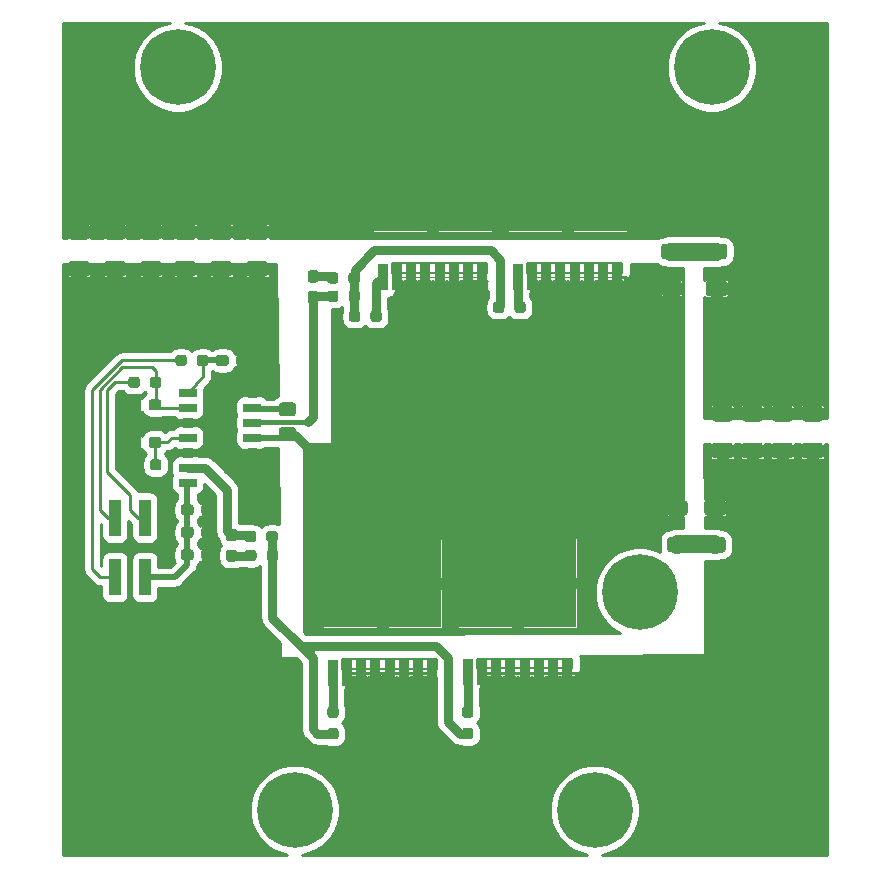
<source format=gbr>
%TF.GenerationSoftware,KiCad,Pcbnew,(5.1.9)-1*%
%TF.CreationDate,2021-04-16T14:47:50+02:00*%
%TF.ProjectId,Inverter,496e7665-7274-4657-922e-6b696361645f,rev?*%
%TF.SameCoordinates,Original*%
%TF.FileFunction,Copper,L1,Top*%
%TF.FilePolarity,Positive*%
%FSLAX46Y46*%
G04 Gerber Fmt 4.6, Leading zero omitted, Abs format (unit mm)*
G04 Created by KiCad (PCBNEW (5.1.9)-1) date 2021-04-16 14:47:50*
%MOMM*%
%LPD*%
G01*
G04 APERTURE LIST*
%TA.AperFunction,EtchedComponent*%
%ADD10C,0.152400*%
%TD*%
%TA.AperFunction,SMDPad,CuDef*%
%ADD11C,8.000000*%
%TD*%
%TA.AperFunction,ComponentPad*%
%ADD12C,6.400000*%
%TD*%
%TA.AperFunction,SMDPad,CuDef*%
%ADD13R,1.000000X3.150000*%
%TD*%
%TA.AperFunction,SMDPad,CuDef*%
%ADD14R,9.956800X7.467600*%
%TD*%
%TA.AperFunction,SMDPad,CuDef*%
%ADD15R,0.889000X2.311400*%
%TD*%
%TA.AperFunction,SMDPad,CuDef*%
%ADD16R,1.525000X0.700000*%
%TD*%
%TA.AperFunction,Conductor*%
%ADD17C,0.250000*%
%TD*%
%TA.AperFunction,Conductor*%
%ADD18C,0.500000*%
%TD*%
%TA.AperFunction,Conductor*%
%ADD19C,1.500000*%
%TD*%
%TA.AperFunction,Conductor*%
%ADD20C,0.750000*%
%TD*%
%TA.AperFunction,Conductor*%
%ADD21C,0.400000*%
%TD*%
%TA.AperFunction,Conductor*%
%ADD22C,0.100000*%
%TD*%
%TA.AperFunction,Conductor*%
%ADD23C,2.000000*%
%TD*%
%TA.AperFunction,Conductor*%
%ADD24C,0.254000*%
%TD*%
G04 APERTURE END LIST*
D10*
%TO.C,U4*%
X92872301Y-112318800D02*
X100961299Y-112318800D01*
X100961299Y-112318800D02*
X100961299Y-113131600D01*
X100961299Y-113131600D02*
X92872301Y-113131600D01*
X92872301Y-113131600D02*
X92872301Y-112318800D01*
%TO.C,U3*%
X104302301Y-112293400D02*
X112391299Y-112293400D01*
X112391299Y-112293400D02*
X112391299Y-113106200D01*
X112391299Y-113106200D02*
X104302301Y-113106200D01*
X104302301Y-113106200D02*
X104302301Y-112293400D01*
%TO.C,U2*%
X97114101Y-78790800D02*
X105203099Y-78790800D01*
X105203099Y-78790800D02*
X105203099Y-79603600D01*
X105203099Y-79603600D02*
X97114101Y-79603600D01*
X97114101Y-79603600D02*
X97114101Y-78790800D01*
%TO.C,U1*%
X108544101Y-78790800D02*
X116633099Y-78790800D01*
X116633099Y-78790800D02*
X116633099Y-79603600D01*
X116633099Y-79603600D02*
X108544101Y-79603600D01*
X108544101Y-79603600D02*
X108544101Y-78790800D01*
%TD*%
D11*
%TO.P,U\u002A\u002A,1*%
%TO.N,GND*%
X128905000Y-125095000D03*
%TD*%
%TO.P,U\u002A\u002A,1*%
%TO.N,GND*%
X101600000Y-125095000D03*
%TD*%
%TO.P,U\u002A\u002A,1*%
%TO.N,GND*%
X74295000Y-125095000D03*
%TD*%
%TO.P,U\u002A\u002A,1*%
%TO.N,PHASE*%
X117475000Y-93091000D03*
%TD*%
%TO.P,U\u002A\u002A,1*%
%TO.N,PHASE*%
X107315000Y-93091000D03*
%TD*%
%TO.P,U\u002A\u002A,1*%
%TO.N,PHASE*%
X97155000Y-93091000D03*
%TD*%
%TO.P,U\u002A\u002A,1*%
%TO.N,+BATT*%
X114808000Y-62357000D03*
%TD*%
%TO.P,U\u002A\u002A,1*%
%TO.N,+BATT*%
X104648000Y-62357000D03*
%TD*%
%TO.P,U\u002A\u002A,1*%
%TO.N,+BATT*%
X94488000Y-62357000D03*
%TD*%
%TO.P,C19,2*%
%TO.N,GND*%
%TA.AperFunction,SMDPad,CuDef*%
G36*
G01*
X69961998Y-78624000D02*
X71262002Y-78624000D01*
G75*
G02*
X71512000Y-78873998I0J-249998D01*
G01*
X71512000Y-79699002D01*
G75*
G02*
X71262002Y-79949000I-249998J0D01*
G01*
X69961998Y-79949000D01*
G75*
G02*
X69712000Y-79699002I0J249998D01*
G01*
X69712000Y-78873998D01*
G75*
G02*
X69961998Y-78624000I249998J0D01*
G01*
G37*
%TD.AperFunction*%
%TO.P,C19,1*%
%TO.N,+BATT*%
%TA.AperFunction,SMDPad,CuDef*%
G36*
G01*
X69961998Y-75499000D02*
X71262002Y-75499000D01*
G75*
G02*
X71512000Y-75748998I0J-249998D01*
G01*
X71512000Y-76574002D01*
G75*
G02*
X71262002Y-76824000I-249998J0D01*
G01*
X69961998Y-76824000D01*
G75*
G02*
X69712000Y-76574002I0J249998D01*
G01*
X69712000Y-75748998D01*
G75*
G02*
X69961998Y-75499000I249998J0D01*
G01*
G37*
%TD.AperFunction*%
%TD*%
%TO.P,C18,2*%
%TO.N,GND*%
%TA.AperFunction,SMDPad,CuDef*%
G36*
G01*
X73009998Y-78624000D02*
X74310002Y-78624000D01*
G75*
G02*
X74560000Y-78873998I0J-249998D01*
G01*
X74560000Y-79699002D01*
G75*
G02*
X74310002Y-79949000I-249998J0D01*
G01*
X73009998Y-79949000D01*
G75*
G02*
X72760000Y-79699002I0J249998D01*
G01*
X72760000Y-78873998D01*
G75*
G02*
X73009998Y-78624000I249998J0D01*
G01*
G37*
%TD.AperFunction*%
%TO.P,C18,1*%
%TO.N,+BATT*%
%TA.AperFunction,SMDPad,CuDef*%
G36*
G01*
X73009998Y-75499000D02*
X74310002Y-75499000D01*
G75*
G02*
X74560000Y-75748998I0J-249998D01*
G01*
X74560000Y-76574002D01*
G75*
G02*
X74310002Y-76824000I-249998J0D01*
G01*
X73009998Y-76824000D01*
G75*
G02*
X72760000Y-76574002I0J249998D01*
G01*
X72760000Y-75748998D01*
G75*
G02*
X73009998Y-75499000I249998J0D01*
G01*
G37*
%TD.AperFunction*%
%TD*%
%TO.P,C17,2*%
%TO.N,GND*%
%TA.AperFunction,SMDPad,CuDef*%
G36*
G01*
X82026998Y-78624000D02*
X83327002Y-78624000D01*
G75*
G02*
X83577000Y-78873998I0J-249998D01*
G01*
X83577000Y-79699002D01*
G75*
G02*
X83327002Y-79949000I-249998J0D01*
G01*
X82026998Y-79949000D01*
G75*
G02*
X81777000Y-79699002I0J249998D01*
G01*
X81777000Y-78873998D01*
G75*
G02*
X82026998Y-78624000I249998J0D01*
G01*
G37*
%TD.AperFunction*%
%TO.P,C17,1*%
%TO.N,+BATT*%
%TA.AperFunction,SMDPad,CuDef*%
G36*
G01*
X82026998Y-75499000D02*
X83327002Y-75499000D01*
G75*
G02*
X83577000Y-75748998I0J-249998D01*
G01*
X83577000Y-76574002D01*
G75*
G02*
X83327002Y-76824000I-249998J0D01*
G01*
X82026998Y-76824000D01*
G75*
G02*
X81777000Y-76574002I0J249998D01*
G01*
X81777000Y-75748998D01*
G75*
G02*
X82026998Y-75499000I249998J0D01*
G01*
G37*
%TD.AperFunction*%
%TD*%
%TO.P,C16,2*%
%TO.N,GND*%
%TA.AperFunction,SMDPad,CuDef*%
G36*
G01*
X76057998Y-78624000D02*
X77358002Y-78624000D01*
G75*
G02*
X77608000Y-78873998I0J-249998D01*
G01*
X77608000Y-79699002D01*
G75*
G02*
X77358002Y-79949000I-249998J0D01*
G01*
X76057998Y-79949000D01*
G75*
G02*
X75808000Y-79699002I0J249998D01*
G01*
X75808000Y-78873998D01*
G75*
G02*
X76057998Y-78624000I249998J0D01*
G01*
G37*
%TD.AperFunction*%
%TO.P,C16,1*%
%TO.N,+BATT*%
%TA.AperFunction,SMDPad,CuDef*%
G36*
G01*
X76057998Y-75499000D02*
X77358002Y-75499000D01*
G75*
G02*
X77608000Y-75748998I0J-249998D01*
G01*
X77608000Y-76574002D01*
G75*
G02*
X77358002Y-76824000I-249998J0D01*
G01*
X76057998Y-76824000D01*
G75*
G02*
X75808000Y-76574002I0J249998D01*
G01*
X75808000Y-75748998D01*
G75*
G02*
X76057998Y-75499000I249998J0D01*
G01*
G37*
%TD.AperFunction*%
%TD*%
%TO.P,C10,2*%
%TO.N,GND*%
%TA.AperFunction,SMDPad,CuDef*%
G36*
G01*
X78978998Y-78624000D02*
X80279002Y-78624000D01*
G75*
G02*
X80529000Y-78873998I0J-249998D01*
G01*
X80529000Y-79699002D01*
G75*
G02*
X80279002Y-79949000I-249998J0D01*
G01*
X78978998Y-79949000D01*
G75*
G02*
X78729000Y-79699002I0J249998D01*
G01*
X78729000Y-78873998D01*
G75*
G02*
X78978998Y-78624000I249998J0D01*
G01*
G37*
%TD.AperFunction*%
%TO.P,C10,1*%
%TO.N,+BATT*%
%TA.AperFunction,SMDPad,CuDef*%
G36*
G01*
X78978998Y-75499000D02*
X80279002Y-75499000D01*
G75*
G02*
X80529000Y-75748998I0J-249998D01*
G01*
X80529000Y-76574002D01*
G75*
G02*
X80279002Y-76824000I-249998J0D01*
G01*
X78978998Y-76824000D01*
G75*
G02*
X78729000Y-76574002I0J249998D01*
G01*
X78729000Y-75748998D01*
G75*
G02*
X78978998Y-75499000I249998J0D01*
G01*
G37*
%TD.AperFunction*%
%TD*%
D12*
%TO.P,REF\u002A\u002A,1*%
%TO.N,N/C*%
X118110000Y-106680000D03*
%TD*%
%TO.P,R13,2*%
%TO.N,PHASE*%
%TA.AperFunction,SMDPad,CuDef*%
G36*
G01*
X121910001Y-100192000D02*
X120659999Y-100192000D01*
G75*
G02*
X120410000Y-99942001I0J249999D01*
G01*
X120410000Y-99141999D01*
G75*
G02*
X120659999Y-98892000I249999J0D01*
G01*
X121910001Y-98892000D01*
G75*
G02*
X122160000Y-99141999I0J-249999D01*
G01*
X122160000Y-99942001D01*
G75*
G02*
X121910001Y-100192000I-249999J0D01*
G01*
G37*
%TD.AperFunction*%
%TO.P,R13,1*%
%TO.N,Net-(C8-Pad2)*%
%TA.AperFunction,SMDPad,CuDef*%
G36*
G01*
X121910001Y-103292000D02*
X120659999Y-103292000D01*
G75*
G02*
X120410000Y-103042001I0J249999D01*
G01*
X120410000Y-102241999D01*
G75*
G02*
X120659999Y-101992000I249999J0D01*
G01*
X121910001Y-101992000D01*
G75*
G02*
X122160000Y-102241999I0J-249999D01*
G01*
X122160000Y-103042001D01*
G75*
G02*
X121910001Y-103292000I-249999J0D01*
G01*
G37*
%TD.AperFunction*%
%TD*%
%TO.P,R12,2*%
%TO.N,Net-(C7-Pad1)*%
%TA.AperFunction,SMDPad,CuDef*%
G36*
G01*
X121402001Y-78475000D02*
X120151999Y-78475000D01*
G75*
G02*
X119902000Y-78225001I0J249999D01*
G01*
X119902000Y-77424999D01*
G75*
G02*
X120151999Y-77175000I249999J0D01*
G01*
X121402001Y-77175000D01*
G75*
G02*
X121652000Y-77424999I0J-249999D01*
G01*
X121652000Y-78225001D01*
G75*
G02*
X121402001Y-78475000I-249999J0D01*
G01*
G37*
%TD.AperFunction*%
%TO.P,R12,1*%
%TO.N,PHASE*%
%TA.AperFunction,SMDPad,CuDef*%
G36*
G01*
X121402001Y-81575000D02*
X120151999Y-81575000D01*
G75*
G02*
X119902000Y-81325001I0J249999D01*
G01*
X119902000Y-80524999D01*
G75*
G02*
X120151999Y-80275000I249999J0D01*
G01*
X121402001Y-80275000D01*
G75*
G02*
X121652000Y-80524999I0J-249999D01*
G01*
X121652000Y-81325001D01*
G75*
G02*
X121402001Y-81575000I-249999J0D01*
G01*
G37*
%TD.AperFunction*%
%TD*%
%TO.P,C8,2*%
%TO.N,Net-(C8-Pad2)*%
%TA.AperFunction,SMDPad,CuDef*%
G36*
G01*
X123809998Y-101992000D02*
X125110002Y-101992000D01*
G75*
G02*
X125360000Y-102241998I0J-249998D01*
G01*
X125360000Y-103067002D01*
G75*
G02*
X125110002Y-103317000I-249998J0D01*
G01*
X123809998Y-103317000D01*
G75*
G02*
X123560000Y-103067002I0J249998D01*
G01*
X123560000Y-102241998D01*
G75*
G02*
X123809998Y-101992000I249998J0D01*
G01*
G37*
%TD.AperFunction*%
%TO.P,C8,1*%
%TO.N,GND*%
%TA.AperFunction,SMDPad,CuDef*%
G36*
G01*
X123809998Y-98867000D02*
X125110002Y-98867000D01*
G75*
G02*
X125360000Y-99116998I0J-249998D01*
G01*
X125360000Y-99942002D01*
G75*
G02*
X125110002Y-100192000I-249998J0D01*
G01*
X123809998Y-100192000D01*
G75*
G02*
X123560000Y-99942002I0J249998D01*
G01*
X123560000Y-99116998D01*
G75*
G02*
X123809998Y-98867000I249998J0D01*
G01*
G37*
%TD.AperFunction*%
%TD*%
%TO.P,C7,2*%
%TO.N,+BATT*%
%TA.AperFunction,SMDPad,CuDef*%
G36*
G01*
X123936998Y-80275000D02*
X125237002Y-80275000D01*
G75*
G02*
X125487000Y-80524998I0J-249998D01*
G01*
X125487000Y-81350002D01*
G75*
G02*
X125237002Y-81600000I-249998J0D01*
G01*
X123936998Y-81600000D01*
G75*
G02*
X123687000Y-81350002I0J249998D01*
G01*
X123687000Y-80524998D01*
G75*
G02*
X123936998Y-80275000I249998J0D01*
G01*
G37*
%TD.AperFunction*%
%TO.P,C7,1*%
%TO.N,Net-(C7-Pad1)*%
%TA.AperFunction,SMDPad,CuDef*%
G36*
G01*
X123936998Y-77150000D02*
X125237002Y-77150000D01*
G75*
G02*
X125487000Y-77399998I0J-249998D01*
G01*
X125487000Y-78225002D01*
G75*
G02*
X125237002Y-78475000I-249998J0D01*
G01*
X123936998Y-78475000D01*
G75*
G02*
X123687000Y-78225002I0J249998D01*
G01*
X123687000Y-77399998D01*
G75*
G02*
X123936998Y-77150000I249998J0D01*
G01*
G37*
%TD.AperFunction*%
%TD*%
%TO.P,C15,2*%
%TO.N,GND*%
%TA.AperFunction,SMDPad,CuDef*%
G36*
G01*
X132064998Y-94016400D02*
X133365002Y-94016400D01*
G75*
G02*
X133615000Y-94266398I0J-249998D01*
G01*
X133615000Y-95091402D01*
G75*
G02*
X133365002Y-95341400I-249998J0D01*
G01*
X132064998Y-95341400D01*
G75*
G02*
X131815000Y-95091402I0J249998D01*
G01*
X131815000Y-94266398D01*
G75*
G02*
X132064998Y-94016400I249998J0D01*
G01*
G37*
%TD.AperFunction*%
%TO.P,C15,1*%
%TO.N,+BATT*%
%TA.AperFunction,SMDPad,CuDef*%
G36*
G01*
X132064998Y-90891400D02*
X133365002Y-90891400D01*
G75*
G02*
X133615000Y-91141398I0J-249998D01*
G01*
X133615000Y-91966402D01*
G75*
G02*
X133365002Y-92216400I-249998J0D01*
G01*
X132064998Y-92216400D01*
G75*
G02*
X131815000Y-91966402I0J249998D01*
G01*
X131815000Y-91141398D01*
G75*
G02*
X132064998Y-90891400I249998J0D01*
G01*
G37*
%TD.AperFunction*%
%TD*%
%TO.P,C14,2*%
%TO.N,GND*%
%TA.AperFunction,SMDPad,CuDef*%
G36*
G01*
X129524998Y-94016400D02*
X130825002Y-94016400D01*
G75*
G02*
X131075000Y-94266398I0J-249998D01*
G01*
X131075000Y-95091402D01*
G75*
G02*
X130825002Y-95341400I-249998J0D01*
G01*
X129524998Y-95341400D01*
G75*
G02*
X129275000Y-95091402I0J249998D01*
G01*
X129275000Y-94266398D01*
G75*
G02*
X129524998Y-94016400I249998J0D01*
G01*
G37*
%TD.AperFunction*%
%TO.P,C14,1*%
%TO.N,+BATT*%
%TA.AperFunction,SMDPad,CuDef*%
G36*
G01*
X129524998Y-90891400D02*
X130825002Y-90891400D01*
G75*
G02*
X131075000Y-91141398I0J-249998D01*
G01*
X131075000Y-91966402D01*
G75*
G02*
X130825002Y-92216400I-249998J0D01*
G01*
X129524998Y-92216400D01*
G75*
G02*
X129275000Y-91966402I0J249998D01*
G01*
X129275000Y-91141398D01*
G75*
G02*
X129524998Y-90891400I249998J0D01*
G01*
G37*
%TD.AperFunction*%
%TD*%
%TO.P,C13,2*%
%TO.N,GND*%
%TA.AperFunction,SMDPad,CuDef*%
G36*
G01*
X126984998Y-94016400D02*
X128285002Y-94016400D01*
G75*
G02*
X128535000Y-94266398I0J-249998D01*
G01*
X128535000Y-95091402D01*
G75*
G02*
X128285002Y-95341400I-249998J0D01*
G01*
X126984998Y-95341400D01*
G75*
G02*
X126735000Y-95091402I0J249998D01*
G01*
X126735000Y-94266398D01*
G75*
G02*
X126984998Y-94016400I249998J0D01*
G01*
G37*
%TD.AperFunction*%
%TO.P,C13,1*%
%TO.N,+BATT*%
%TA.AperFunction,SMDPad,CuDef*%
G36*
G01*
X126984998Y-90891400D02*
X128285002Y-90891400D01*
G75*
G02*
X128535000Y-91141398I0J-249998D01*
G01*
X128535000Y-91966402D01*
G75*
G02*
X128285002Y-92216400I-249998J0D01*
G01*
X126984998Y-92216400D01*
G75*
G02*
X126735000Y-91966402I0J249998D01*
G01*
X126735000Y-91141398D01*
G75*
G02*
X126984998Y-90891400I249998J0D01*
G01*
G37*
%TD.AperFunction*%
%TD*%
%TO.P,C12,2*%
%TO.N,GND*%
%TA.AperFunction,SMDPad,CuDef*%
G36*
G01*
X124444998Y-94016400D02*
X125745002Y-94016400D01*
G75*
G02*
X125995000Y-94266398I0J-249998D01*
G01*
X125995000Y-95091402D01*
G75*
G02*
X125745002Y-95341400I-249998J0D01*
G01*
X124444998Y-95341400D01*
G75*
G02*
X124195000Y-95091402I0J249998D01*
G01*
X124195000Y-94266398D01*
G75*
G02*
X124444998Y-94016400I249998J0D01*
G01*
G37*
%TD.AperFunction*%
%TO.P,C12,1*%
%TO.N,+BATT*%
%TA.AperFunction,SMDPad,CuDef*%
G36*
G01*
X124444998Y-90891400D02*
X125745002Y-90891400D01*
G75*
G02*
X125995000Y-91141398I0J-249998D01*
G01*
X125995000Y-91966402D01*
G75*
G02*
X125745002Y-92216400I-249998J0D01*
G01*
X124444998Y-92216400D01*
G75*
G02*
X124195000Y-91966402I0J249998D01*
G01*
X124195000Y-91141398D01*
G75*
G02*
X124444998Y-90891400I249998J0D01*
G01*
G37*
%TD.AperFunction*%
%TD*%
%TO.P,C11,2*%
%TO.N,GND*%
%TA.AperFunction,SMDPad,CuDef*%
G36*
G01*
X85074998Y-78624000D02*
X86375002Y-78624000D01*
G75*
G02*
X86625000Y-78873998I0J-249998D01*
G01*
X86625000Y-79699002D01*
G75*
G02*
X86375002Y-79949000I-249998J0D01*
G01*
X85074998Y-79949000D01*
G75*
G02*
X84825000Y-79699002I0J249998D01*
G01*
X84825000Y-78873998D01*
G75*
G02*
X85074998Y-78624000I249998J0D01*
G01*
G37*
%TD.AperFunction*%
%TO.P,C11,1*%
%TO.N,+BATT*%
%TA.AperFunction,SMDPad,CuDef*%
G36*
G01*
X85074998Y-75499000D02*
X86375002Y-75499000D01*
G75*
G02*
X86625000Y-75748998I0J-249998D01*
G01*
X86625000Y-76574002D01*
G75*
G02*
X86375002Y-76824000I-249998J0D01*
G01*
X85074998Y-76824000D01*
G75*
G02*
X84825000Y-76574002I0J249998D01*
G01*
X84825000Y-75748998D01*
G75*
G02*
X85074998Y-75499000I249998J0D01*
G01*
G37*
%TD.AperFunction*%
%TD*%
%TO.P,REF\u002A\u002A,1*%
%TO.N,N/C*%
X78994000Y-62230000D03*
%TD*%
%TO.P,REF\u002A\u002A,1*%
%TO.N,N/C*%
X124206000Y-62230000D03*
%TD*%
%TO.P,REF\u002A\u002A,1*%
%TO.N,N/C*%
X114300000Y-125095000D03*
%TD*%
%TO.P,REF\u002A\u002A,1*%
%TO.N,N/C*%
X88900000Y-125095000D03*
%TD*%
D13*
%TO.P,J1,4*%
%TO.N,+5V*%
X76200000Y-100345000D03*
%TO.P,J1,3*%
%TO.N,+12V*%
X76200000Y-105395000D03*
%TO.P,J1,2*%
%TO.N,Enable*%
X73660000Y-100345000D03*
%TO.P,J1,1*%
%TO.N,PWM*%
X73660000Y-105395000D03*
%TD*%
D14*
%TO.P,U4,9*%
%TO.N,PHASE*%
X96316800Y-105918000D03*
D15*
%TO.P,U4,1*%
%TO.N,Net-(R9-Pad1)*%
X92116801Y-113474500D03*
%TO.P,U4,2*%
%TO.N,GND*%
X93316801Y-113474500D03*
%TO.P,U4,3*%
X94516801Y-113474500D03*
%TO.P,U4,4*%
X95716801Y-113474500D03*
%TO.P,U4,5*%
X96916801Y-113474500D03*
%TO.P,U4,6*%
X98116801Y-113474500D03*
%TO.P,U4,7*%
X99316802Y-113474500D03*
%TO.P,U4,8*%
X100516799Y-113474500D03*
%TD*%
D14*
%TO.P,U3,9*%
%TO.N,PHASE*%
X107746800Y-105892600D03*
D15*
%TO.P,U3,1*%
%TO.N,Net-(R8-Pad1)*%
X103546801Y-113449100D03*
%TO.P,U3,2*%
%TO.N,GND*%
X104746801Y-113449100D03*
%TO.P,U3,3*%
X105946801Y-113449100D03*
%TO.P,U3,4*%
X107146801Y-113449100D03*
%TO.P,U3,5*%
X108346801Y-113449100D03*
%TO.P,U3,6*%
X109546801Y-113449100D03*
%TO.P,U3,7*%
X110746802Y-113449100D03*
%TO.P,U3,8*%
X111946799Y-113449100D03*
%TD*%
D14*
%TO.P,U2,9*%
%TO.N,+BATT*%
X100558600Y-72390000D03*
D15*
%TO.P,U2,1*%
%TO.N,Net-(R11-Pad1)*%
X96358601Y-79946500D03*
%TO.P,U2,2*%
%TO.N,PHASE*%
X97558601Y-79946500D03*
%TO.P,U2,3*%
X98758601Y-79946500D03*
%TO.P,U2,4*%
X99958601Y-79946500D03*
%TO.P,U2,5*%
X101158601Y-79946500D03*
%TO.P,U2,6*%
X102358601Y-79946500D03*
%TO.P,U2,7*%
X103558602Y-79946500D03*
%TO.P,U2,8*%
X104758599Y-79946500D03*
%TD*%
D14*
%TO.P,U1,9*%
%TO.N,+BATT*%
X111988600Y-72390000D03*
D15*
%TO.P,U1,1*%
%TO.N,Net-(R10-Pad1)*%
X107788601Y-79946500D03*
%TO.P,U1,2*%
%TO.N,PHASE*%
X108988601Y-79946500D03*
%TO.P,U1,3*%
X110188601Y-79946500D03*
%TO.P,U1,4*%
X111388601Y-79946500D03*
%TO.P,U1,5*%
X112588601Y-79946500D03*
%TO.P,U1,6*%
X113788601Y-79946500D03*
%TO.P,U1,7*%
X114988602Y-79946500D03*
%TO.P,U1,8*%
X116188599Y-79946500D03*
%TD*%
D16*
%TO.P,IC1,1*%
%TO.N,Net-(C5-Pad1)*%
X79838000Y-89763600D03*
%TO.P,IC1,2*%
%TO.N,Enable*%
X79838000Y-91033600D03*
%TO.P,IC1,3*%
%TO.N,GND*%
X79838000Y-92303600D03*
%TO.P,IC1,4*%
%TO.N,Net-(C2-Pad1)*%
X79838000Y-93573600D03*
%TO.P,IC1,5*%
%TO.N,GND*%
X79838000Y-94843600D03*
%TO.P,IC1,6*%
%TO.N,Net-(D1-Pad1)*%
X79838000Y-96113600D03*
%TO.P,IC1,7*%
%TO.N,+12V*%
X79838000Y-97383600D03*
%TO.P,IC1,8*%
%TO.N,GND*%
X85262000Y-97383600D03*
%TO.P,IC1,9*%
X85262000Y-96113600D03*
%TO.P,IC1,10*%
X85262000Y-94843600D03*
%TO.P,IC1,11*%
%TO.N,PHASE*%
X85262000Y-93573600D03*
%TO.P,IC1,12*%
%TO.N,Net-(D2-Pad1)*%
X85262000Y-92303600D03*
%TO.P,IC1,13*%
%TO.N,Net-(C6-Pad1)*%
X85262000Y-91033600D03*
%TO.P,IC1,14*%
%TO.N,GND*%
X85262000Y-89763600D03*
%TD*%
%TO.P,C6,2*%
%TO.N,PHASE*%
%TA.AperFunction,SMDPad,CuDef*%
G36*
G01*
X87790000Y-92678500D02*
X88740000Y-92678500D01*
G75*
G02*
X88990000Y-92928500I0J-250000D01*
G01*
X88990000Y-93603500D01*
G75*
G02*
X88740000Y-93853500I-250000J0D01*
G01*
X87790000Y-93853500D01*
G75*
G02*
X87540000Y-93603500I0J250000D01*
G01*
X87540000Y-92928500D01*
G75*
G02*
X87790000Y-92678500I250000J0D01*
G01*
G37*
%TD.AperFunction*%
%TO.P,C6,1*%
%TO.N,Net-(C6-Pad1)*%
%TA.AperFunction,SMDPad,CuDef*%
G36*
G01*
X87790000Y-90603500D02*
X88740000Y-90603500D01*
G75*
G02*
X88990000Y-90853500I0J-250000D01*
G01*
X88990000Y-91528500D01*
G75*
G02*
X88740000Y-91778500I-250000J0D01*
G01*
X87790000Y-91778500D01*
G75*
G02*
X87540000Y-91528500I0J250000D01*
G01*
X87540000Y-90853500D01*
G75*
G02*
X87790000Y-90603500I250000J0D01*
G01*
G37*
%TD.AperFunction*%
%TD*%
%TO.P,D1,2*%
%TO.N,Net-(D1-Pad2)*%
%TA.AperFunction,SMDPad,CuDef*%
G36*
G01*
X83303100Y-103053600D02*
X83778100Y-103053600D01*
G75*
G02*
X84015600Y-103291100I0J-237500D01*
G01*
X84015600Y-103866100D01*
G75*
G02*
X83778100Y-104103600I-237500J0D01*
G01*
X83303100Y-104103600D01*
G75*
G02*
X83065600Y-103866100I0J237500D01*
G01*
X83065600Y-103291100D01*
G75*
G02*
X83303100Y-103053600I237500J0D01*
G01*
G37*
%TD.AperFunction*%
%TO.P,D1,1*%
%TO.N,Net-(D1-Pad1)*%
%TA.AperFunction,SMDPad,CuDef*%
G36*
G01*
X83303100Y-101303600D02*
X83778100Y-101303600D01*
G75*
G02*
X84015600Y-101541100I0J-237500D01*
G01*
X84015600Y-102116100D01*
G75*
G02*
X83778100Y-102353600I-237500J0D01*
G01*
X83303100Y-102353600D01*
G75*
G02*
X83065600Y-102116100I0J237500D01*
G01*
X83065600Y-101541100D01*
G75*
G02*
X83303100Y-101303600I237500J0D01*
G01*
G37*
%TD.AperFunction*%
%TD*%
%TO.P,R5,2*%
%TO.N,Net-(D1-Pad2)*%
%TA.AperFunction,SMDPad,CuDef*%
G36*
G01*
X85653700Y-103318300D02*
X85653700Y-103793300D01*
G75*
G02*
X85416200Y-104030800I-237500J0D01*
G01*
X84916200Y-104030800D01*
G75*
G02*
X84678700Y-103793300I0J237500D01*
G01*
X84678700Y-103318300D01*
G75*
G02*
X84916200Y-103080800I237500J0D01*
G01*
X85416200Y-103080800D01*
G75*
G02*
X85653700Y-103318300I0J-237500D01*
G01*
G37*
%TD.AperFunction*%
%TO.P,R5,1*%
%TO.N,Net-(R4-Pad1)*%
%TA.AperFunction,SMDPad,CuDef*%
G36*
G01*
X87478700Y-103318300D02*
X87478700Y-103793300D01*
G75*
G02*
X87241200Y-104030800I-237500J0D01*
G01*
X86741200Y-104030800D01*
G75*
G02*
X86503700Y-103793300I0J237500D01*
G01*
X86503700Y-103318300D01*
G75*
G02*
X86741200Y-103080800I237500J0D01*
G01*
X87241200Y-103080800D01*
G75*
G02*
X87478700Y-103318300I0J-237500D01*
G01*
G37*
%TD.AperFunction*%
%TD*%
%TO.P,R4,2*%
%TO.N,Net-(D1-Pad1)*%
%TA.AperFunction,SMDPad,CuDef*%
G36*
G01*
X85632100Y-101718100D02*
X85632100Y-102193100D01*
G75*
G02*
X85394600Y-102430600I-237500J0D01*
G01*
X84894600Y-102430600D01*
G75*
G02*
X84657100Y-102193100I0J237500D01*
G01*
X84657100Y-101718100D01*
G75*
G02*
X84894600Y-101480600I237500J0D01*
G01*
X85394600Y-101480600D01*
G75*
G02*
X85632100Y-101718100I0J-237500D01*
G01*
G37*
%TD.AperFunction*%
%TO.P,R4,1*%
%TO.N,Net-(R4-Pad1)*%
%TA.AperFunction,SMDPad,CuDef*%
G36*
G01*
X87457100Y-101718100D02*
X87457100Y-102193100D01*
G75*
G02*
X87219600Y-102430600I-237500J0D01*
G01*
X86719600Y-102430600D01*
G75*
G02*
X86482100Y-102193100I0J237500D01*
G01*
X86482100Y-101718100D01*
G75*
G02*
X86719600Y-101480600I237500J0D01*
G01*
X87219600Y-101480600D01*
G75*
G02*
X87457100Y-101718100I0J-237500D01*
G01*
G37*
%TD.AperFunction*%
%TD*%
%TO.P,C3,2*%
%TO.N,GND*%
%TA.AperFunction,SMDPad,CuDef*%
G36*
G01*
X80970000Y-101837500D02*
X80970000Y-101362500D01*
G75*
G02*
X81207500Y-101125000I237500J0D01*
G01*
X81807500Y-101125000D01*
G75*
G02*
X82045000Y-101362500I0J-237500D01*
G01*
X82045000Y-101837500D01*
G75*
G02*
X81807500Y-102075000I-237500J0D01*
G01*
X81207500Y-102075000D01*
G75*
G02*
X80970000Y-101837500I0J237500D01*
G01*
G37*
%TD.AperFunction*%
%TO.P,C3,1*%
%TO.N,+12V*%
%TA.AperFunction,SMDPad,CuDef*%
G36*
G01*
X79245000Y-101837500D02*
X79245000Y-101362500D01*
G75*
G02*
X79482500Y-101125000I237500J0D01*
G01*
X80082500Y-101125000D01*
G75*
G02*
X80320000Y-101362500I0J-237500D01*
G01*
X80320000Y-101837500D01*
G75*
G02*
X80082500Y-102075000I-237500J0D01*
G01*
X79482500Y-102075000D01*
G75*
G02*
X79245000Y-101837500I0J237500D01*
G01*
G37*
%TD.AperFunction*%
%TD*%
%TO.P,C9,2*%
%TO.N,GND*%
%TA.AperFunction,SMDPad,CuDef*%
G36*
G01*
X80970000Y-99932500D02*
X80970000Y-99457500D01*
G75*
G02*
X81207500Y-99220000I237500J0D01*
G01*
X81807500Y-99220000D01*
G75*
G02*
X82045000Y-99457500I0J-237500D01*
G01*
X82045000Y-99932500D01*
G75*
G02*
X81807500Y-100170000I-237500J0D01*
G01*
X81207500Y-100170000D01*
G75*
G02*
X80970000Y-99932500I0J237500D01*
G01*
G37*
%TD.AperFunction*%
%TO.P,C9,1*%
%TO.N,+12V*%
%TA.AperFunction,SMDPad,CuDef*%
G36*
G01*
X79245000Y-99932500D02*
X79245000Y-99457500D01*
G75*
G02*
X79482500Y-99220000I237500J0D01*
G01*
X80082500Y-99220000D01*
G75*
G02*
X80320000Y-99457500I0J-237500D01*
G01*
X80320000Y-99932500D01*
G75*
G02*
X80082500Y-100170000I-237500J0D01*
G01*
X79482500Y-100170000D01*
G75*
G02*
X79245000Y-99932500I0J237500D01*
G01*
G37*
%TD.AperFunction*%
%TD*%
%TO.P,C5,2*%
%TO.N,GND*%
%TA.AperFunction,SMDPad,CuDef*%
G36*
G01*
X83940700Y-87283300D02*
X83940700Y-86808300D01*
G75*
G02*
X84178200Y-86570800I237500J0D01*
G01*
X84778200Y-86570800D01*
G75*
G02*
X85015700Y-86808300I0J-237500D01*
G01*
X85015700Y-87283300D01*
G75*
G02*
X84778200Y-87520800I-237500J0D01*
G01*
X84178200Y-87520800D01*
G75*
G02*
X83940700Y-87283300I0J237500D01*
G01*
G37*
%TD.AperFunction*%
%TO.P,C5,1*%
%TO.N,Net-(C5-Pad1)*%
%TA.AperFunction,SMDPad,CuDef*%
G36*
G01*
X82215700Y-87283300D02*
X82215700Y-86808300D01*
G75*
G02*
X82453200Y-86570800I237500J0D01*
G01*
X83053200Y-86570800D01*
G75*
G02*
X83290700Y-86808300I0J-237500D01*
G01*
X83290700Y-87283300D01*
G75*
G02*
X83053200Y-87520800I-237500J0D01*
G01*
X82453200Y-87520800D01*
G75*
G02*
X82215700Y-87283300I0J237500D01*
G01*
G37*
%TD.AperFunction*%
%TD*%
%TO.P,C4,2*%
%TO.N,+12V*%
%TA.AperFunction,SMDPad,CuDef*%
G36*
G01*
X80320000Y-103267500D02*
X80320000Y-103742500D01*
G75*
G02*
X80082500Y-103980000I-237500J0D01*
G01*
X79482500Y-103980000D01*
G75*
G02*
X79245000Y-103742500I0J237500D01*
G01*
X79245000Y-103267500D01*
G75*
G02*
X79482500Y-103030000I237500J0D01*
G01*
X80082500Y-103030000D01*
G75*
G02*
X80320000Y-103267500I0J-237500D01*
G01*
G37*
%TD.AperFunction*%
%TO.P,C4,1*%
%TO.N,GND*%
%TA.AperFunction,SMDPad,CuDef*%
G36*
G01*
X82045000Y-103267500D02*
X82045000Y-103742500D01*
G75*
G02*
X81807500Y-103980000I-237500J0D01*
G01*
X81207500Y-103980000D01*
G75*
G02*
X80970000Y-103742500I0J237500D01*
G01*
X80970000Y-103267500D01*
G75*
G02*
X81207500Y-103030000I237500J0D01*
G01*
X81807500Y-103030000D01*
G75*
G02*
X82045000Y-103267500I0J-237500D01*
G01*
G37*
%TD.AperFunction*%
%TD*%
%TO.P,C2,2*%
%TO.N,GND*%
%TA.AperFunction,SMDPad,CuDef*%
G36*
G01*
X75875000Y-93742500D02*
X75875000Y-94217500D01*
G75*
G02*
X75637500Y-94455000I-237500J0D01*
G01*
X75037500Y-94455000D01*
G75*
G02*
X74800000Y-94217500I0J237500D01*
G01*
X74800000Y-93742500D01*
G75*
G02*
X75037500Y-93505000I237500J0D01*
G01*
X75637500Y-93505000D01*
G75*
G02*
X75875000Y-93742500I0J-237500D01*
G01*
G37*
%TD.AperFunction*%
%TO.P,C2,1*%
%TO.N,Net-(C2-Pad1)*%
%TA.AperFunction,SMDPad,CuDef*%
G36*
G01*
X77600000Y-93742500D02*
X77600000Y-94217500D01*
G75*
G02*
X77362500Y-94455000I-237500J0D01*
G01*
X76762500Y-94455000D01*
G75*
G02*
X76525000Y-94217500I0J237500D01*
G01*
X76525000Y-93742500D01*
G75*
G02*
X76762500Y-93505000I237500J0D01*
G01*
X77362500Y-93505000D01*
G75*
G02*
X77600000Y-93742500I0J-237500D01*
G01*
G37*
%TD.AperFunction*%
%TD*%
%TO.P,C1,2*%
%TO.N,GND*%
%TA.AperFunction,SMDPad,CuDef*%
G36*
G01*
X75875000Y-90567500D02*
X75875000Y-91042500D01*
G75*
G02*
X75637500Y-91280000I-237500J0D01*
G01*
X75037500Y-91280000D01*
G75*
G02*
X74800000Y-91042500I0J237500D01*
G01*
X74800000Y-90567500D01*
G75*
G02*
X75037500Y-90330000I237500J0D01*
G01*
X75637500Y-90330000D01*
G75*
G02*
X75875000Y-90567500I0J-237500D01*
G01*
G37*
%TD.AperFunction*%
%TO.P,C1,1*%
%TO.N,Enable*%
%TA.AperFunction,SMDPad,CuDef*%
G36*
G01*
X77600000Y-90567500D02*
X77600000Y-91042500D01*
G75*
G02*
X77362500Y-91280000I-237500J0D01*
G01*
X76762500Y-91280000D01*
G75*
G02*
X76525000Y-91042500I0J237500D01*
G01*
X76525000Y-90567500D01*
G75*
G02*
X76762500Y-90330000I237500J0D01*
G01*
X77362500Y-90330000D01*
G75*
G02*
X77600000Y-90567500I0J-237500D01*
G01*
G37*
%TD.AperFunction*%
%TD*%
%TO.P,R1,2*%
%TO.N,GND*%
%TA.AperFunction,SMDPad,CuDef*%
G36*
G01*
X75775000Y-95647500D02*
X75775000Y-96122500D01*
G75*
G02*
X75537500Y-96360000I-237500J0D01*
G01*
X75037500Y-96360000D01*
G75*
G02*
X74800000Y-96122500I0J237500D01*
G01*
X74800000Y-95647500D01*
G75*
G02*
X75037500Y-95410000I237500J0D01*
G01*
X75537500Y-95410000D01*
G75*
G02*
X75775000Y-95647500I0J-237500D01*
G01*
G37*
%TD.AperFunction*%
%TO.P,R1,1*%
%TO.N,Net-(C2-Pad1)*%
%TA.AperFunction,SMDPad,CuDef*%
G36*
G01*
X77600000Y-95647500D02*
X77600000Y-96122500D01*
G75*
G02*
X77362500Y-96360000I-237500J0D01*
G01*
X76862500Y-96360000D01*
G75*
G02*
X76625000Y-96122500I0J237500D01*
G01*
X76625000Y-95647500D01*
G75*
G02*
X76862500Y-95410000I237500J0D01*
G01*
X77362500Y-95410000D01*
G75*
G02*
X77600000Y-95647500I0J-237500D01*
G01*
G37*
%TD.AperFunction*%
%TD*%
%TO.P,R3,2*%
%TO.N,PWM*%
%TA.AperFunction,SMDPad,CuDef*%
G36*
G01*
X79760900Y-86808300D02*
X79760900Y-87283300D01*
G75*
G02*
X79523400Y-87520800I-237500J0D01*
G01*
X79023400Y-87520800D01*
G75*
G02*
X78785900Y-87283300I0J237500D01*
G01*
X78785900Y-86808300D01*
G75*
G02*
X79023400Y-86570800I237500J0D01*
G01*
X79523400Y-86570800D01*
G75*
G02*
X79760900Y-86808300I0J-237500D01*
G01*
G37*
%TD.AperFunction*%
%TO.P,R3,1*%
%TO.N,Net-(C5-Pad1)*%
%TA.AperFunction,SMDPad,CuDef*%
G36*
G01*
X81585900Y-86808300D02*
X81585900Y-87283300D01*
G75*
G02*
X81348400Y-87520800I-237500J0D01*
G01*
X80848400Y-87520800D01*
G75*
G02*
X80610900Y-87283300I0J237500D01*
G01*
X80610900Y-86808300D01*
G75*
G02*
X80848400Y-86570800I237500J0D01*
G01*
X81348400Y-86570800D01*
G75*
G02*
X81585900Y-86808300I0J-237500D01*
G01*
G37*
%TD.AperFunction*%
%TD*%
%TO.P,R2,2*%
%TO.N,Enable*%
%TA.AperFunction,SMDPad,CuDef*%
G36*
G01*
X76625000Y-89137500D02*
X76625000Y-88662500D01*
G75*
G02*
X76862500Y-88425000I237500J0D01*
G01*
X77362500Y-88425000D01*
G75*
G02*
X77600000Y-88662500I0J-237500D01*
G01*
X77600000Y-89137500D01*
G75*
G02*
X77362500Y-89375000I-237500J0D01*
G01*
X76862500Y-89375000D01*
G75*
G02*
X76625000Y-89137500I0J237500D01*
G01*
G37*
%TD.AperFunction*%
%TO.P,R2,1*%
%TO.N,+5V*%
%TA.AperFunction,SMDPad,CuDef*%
G36*
G01*
X74800000Y-89137500D02*
X74800000Y-88662500D01*
G75*
G02*
X75037500Y-88425000I237500J0D01*
G01*
X75537500Y-88425000D01*
G75*
G02*
X75775000Y-88662500I0J-237500D01*
G01*
X75775000Y-89137500D01*
G75*
G02*
X75537500Y-89375000I-237500J0D01*
G01*
X75037500Y-89375000D01*
G75*
G02*
X74800000Y-89137500I0J237500D01*
G01*
G37*
%TD.AperFunction*%
%TD*%
%TO.P,R9,2*%
%TO.N,Net-(R4-Pad1)*%
%TA.AperFunction,SMDPad,CuDef*%
G36*
G01*
X91888300Y-118155900D02*
X92363300Y-118155900D01*
G75*
G02*
X92600800Y-118393400I0J-237500D01*
G01*
X92600800Y-118893400D01*
G75*
G02*
X92363300Y-119130900I-237500J0D01*
G01*
X91888300Y-119130900D01*
G75*
G02*
X91650800Y-118893400I0J237500D01*
G01*
X91650800Y-118393400D01*
G75*
G02*
X91888300Y-118155900I237500J0D01*
G01*
G37*
%TD.AperFunction*%
%TO.P,R9,1*%
%TO.N,Net-(R9-Pad1)*%
%TA.AperFunction,SMDPad,CuDef*%
G36*
G01*
X91888300Y-116330900D02*
X92363300Y-116330900D01*
G75*
G02*
X92600800Y-116568400I0J-237500D01*
G01*
X92600800Y-117068400D01*
G75*
G02*
X92363300Y-117305900I-237500J0D01*
G01*
X91888300Y-117305900D01*
G75*
G02*
X91650800Y-117068400I0J237500D01*
G01*
X91650800Y-116568400D01*
G75*
G02*
X91888300Y-116330900I237500J0D01*
G01*
G37*
%TD.AperFunction*%
%TD*%
%TO.P,R8,2*%
%TO.N,Net-(R4-Pad1)*%
%TA.AperFunction,SMDPad,CuDef*%
G36*
G01*
X103292900Y-118155900D02*
X103767900Y-118155900D01*
G75*
G02*
X104005400Y-118393400I0J-237500D01*
G01*
X104005400Y-118893400D01*
G75*
G02*
X103767900Y-119130900I-237500J0D01*
G01*
X103292900Y-119130900D01*
G75*
G02*
X103055400Y-118893400I0J237500D01*
G01*
X103055400Y-118393400D01*
G75*
G02*
X103292900Y-118155900I237500J0D01*
G01*
G37*
%TD.AperFunction*%
%TO.P,R8,1*%
%TO.N,Net-(R8-Pad1)*%
%TA.AperFunction,SMDPad,CuDef*%
G36*
G01*
X103292900Y-116330900D02*
X103767900Y-116330900D01*
G75*
G02*
X104005400Y-116568400I0J-237500D01*
G01*
X104005400Y-117068400D01*
G75*
G02*
X103767900Y-117305900I-237500J0D01*
G01*
X103292900Y-117305900D01*
G75*
G02*
X103055400Y-117068400I0J237500D01*
G01*
X103055400Y-116568400D01*
G75*
G02*
X103292900Y-116330900I237500J0D01*
G01*
G37*
%TD.AperFunction*%
%TD*%
%TO.P,R11,2*%
%TO.N,Net-(R10-Pad2)*%
%TA.AperFunction,SMDPad,CuDef*%
G36*
G01*
X94444000Y-83074500D02*
X94444000Y-83549500D01*
G75*
G02*
X94206500Y-83787000I-237500J0D01*
G01*
X93706500Y-83787000D01*
G75*
G02*
X93469000Y-83549500I0J237500D01*
G01*
X93469000Y-83074500D01*
G75*
G02*
X93706500Y-82837000I237500J0D01*
G01*
X94206500Y-82837000D01*
G75*
G02*
X94444000Y-83074500I0J-237500D01*
G01*
G37*
%TD.AperFunction*%
%TO.P,R11,1*%
%TO.N,Net-(R11-Pad1)*%
%TA.AperFunction,SMDPad,CuDef*%
G36*
G01*
X96269000Y-83074500D02*
X96269000Y-83549500D01*
G75*
G02*
X96031500Y-83787000I-237500J0D01*
G01*
X95531500Y-83787000D01*
G75*
G02*
X95294000Y-83549500I0J237500D01*
G01*
X95294000Y-83074500D01*
G75*
G02*
X95531500Y-82837000I237500J0D01*
G01*
X96031500Y-82837000D01*
G75*
G02*
X96269000Y-83074500I0J-237500D01*
G01*
G37*
%TD.AperFunction*%
%TD*%
%TO.P,R10,2*%
%TO.N,Net-(R10-Pad2)*%
%TA.AperFunction,SMDPad,CuDef*%
G36*
G01*
X106636000Y-82312500D02*
X106636000Y-82787500D01*
G75*
G02*
X106398500Y-83025000I-237500J0D01*
G01*
X105898500Y-83025000D01*
G75*
G02*
X105661000Y-82787500I0J237500D01*
G01*
X105661000Y-82312500D01*
G75*
G02*
X105898500Y-82075000I237500J0D01*
G01*
X106398500Y-82075000D01*
G75*
G02*
X106636000Y-82312500I0J-237500D01*
G01*
G37*
%TD.AperFunction*%
%TO.P,R10,1*%
%TO.N,Net-(R10-Pad1)*%
%TA.AperFunction,SMDPad,CuDef*%
G36*
G01*
X108461000Y-82312500D02*
X108461000Y-82787500D01*
G75*
G02*
X108223500Y-83025000I-237500J0D01*
G01*
X107723500Y-83025000D01*
G75*
G02*
X107486000Y-82787500I0J237500D01*
G01*
X107486000Y-82312500D01*
G75*
G02*
X107723500Y-82075000I237500J0D01*
G01*
X108223500Y-82075000D01*
G75*
G02*
X108461000Y-82312500I0J-237500D01*
G01*
G37*
%TD.AperFunction*%
%TD*%
%TO.P,R7,2*%
%TO.N,Net-(D2-Pad2)*%
%TA.AperFunction,SMDPad,CuDef*%
G36*
G01*
X92587900Y-79823300D02*
X92587900Y-80298300D01*
G75*
G02*
X92350400Y-80535800I-237500J0D01*
G01*
X91850400Y-80535800D01*
G75*
G02*
X91612900Y-80298300I0J237500D01*
G01*
X91612900Y-79823300D01*
G75*
G02*
X91850400Y-79585800I237500J0D01*
G01*
X92350400Y-79585800D01*
G75*
G02*
X92587900Y-79823300I0J-237500D01*
G01*
G37*
%TD.AperFunction*%
%TO.P,R7,1*%
%TO.N,Net-(R10-Pad2)*%
%TA.AperFunction,SMDPad,CuDef*%
G36*
G01*
X94412900Y-79823300D02*
X94412900Y-80298300D01*
G75*
G02*
X94175400Y-80535800I-237500J0D01*
G01*
X93675400Y-80535800D01*
G75*
G02*
X93437900Y-80298300I0J237500D01*
G01*
X93437900Y-79823300D01*
G75*
G02*
X93675400Y-79585800I237500J0D01*
G01*
X94175400Y-79585800D01*
G75*
G02*
X94412900Y-79823300I0J-237500D01*
G01*
G37*
%TD.AperFunction*%
%TD*%
%TO.P,R6,2*%
%TO.N,Net-(D2-Pad1)*%
%TA.AperFunction,SMDPad,CuDef*%
G36*
G01*
X92591700Y-81372700D02*
X92591700Y-81847700D01*
G75*
G02*
X92354200Y-82085200I-237500J0D01*
G01*
X91854200Y-82085200D01*
G75*
G02*
X91616700Y-81847700I0J237500D01*
G01*
X91616700Y-81372700D01*
G75*
G02*
X91854200Y-81135200I237500J0D01*
G01*
X92354200Y-81135200D01*
G75*
G02*
X92591700Y-81372700I0J-237500D01*
G01*
G37*
%TD.AperFunction*%
%TO.P,R6,1*%
%TO.N,Net-(R10-Pad2)*%
%TA.AperFunction,SMDPad,CuDef*%
G36*
G01*
X94416700Y-81372700D02*
X94416700Y-81847700D01*
G75*
G02*
X94179200Y-82085200I-237500J0D01*
G01*
X93679200Y-82085200D01*
G75*
G02*
X93441700Y-81847700I0J237500D01*
G01*
X93441700Y-81372700D01*
G75*
G02*
X93679200Y-81135200I237500J0D01*
G01*
X94179200Y-81135200D01*
G75*
G02*
X94416700Y-81372700I0J-237500D01*
G01*
G37*
%TD.AperFunction*%
%TD*%
%TO.P,D2,2*%
%TO.N,Net-(D2-Pad2)*%
%TA.AperFunction,SMDPad,CuDef*%
G36*
G01*
X90686900Y-80458800D02*
X90211900Y-80458800D01*
G75*
G02*
X89974400Y-80221300I0J237500D01*
G01*
X89974400Y-79646300D01*
G75*
G02*
X90211900Y-79408800I237500J0D01*
G01*
X90686900Y-79408800D01*
G75*
G02*
X90924400Y-79646300I0J-237500D01*
G01*
X90924400Y-80221300D01*
G75*
G02*
X90686900Y-80458800I-237500J0D01*
G01*
G37*
%TD.AperFunction*%
%TO.P,D2,1*%
%TO.N,Net-(D2-Pad1)*%
%TA.AperFunction,SMDPad,CuDef*%
G36*
G01*
X90686900Y-82208800D02*
X90211900Y-82208800D01*
G75*
G02*
X89974400Y-81971300I0J237500D01*
G01*
X89974400Y-81396300D01*
G75*
G02*
X90211900Y-81158800I237500J0D01*
G01*
X90686900Y-81158800D01*
G75*
G02*
X90924400Y-81396300I0J-237500D01*
G01*
X90924400Y-81971300D01*
G75*
G02*
X90686900Y-82208800I-237500J0D01*
G01*
G37*
%TD.AperFunction*%
%TD*%
D17*
%TO.N,GND*%
X112557485Y-113507410D02*
X110746802Y-113507410D01*
X112557485Y-113507410D02*
X108346801Y-113507410D01*
X112557485Y-113507410D02*
X107146801Y-113507410D01*
X112557485Y-113507410D02*
X105946801Y-113507410D01*
X112557485Y-113507410D02*
X104746801Y-113507410D01*
X97287190Y-113532810D02*
X98116801Y-113532810D01*
X96916801Y-113903199D02*
X97287190Y-113532810D01*
X97287190Y-113532810D02*
X99316802Y-113532810D01*
X97287190Y-113532810D02*
X100516799Y-113532810D01*
X96768810Y-113532810D02*
X95716801Y-113532810D01*
X96916801Y-113680801D02*
X96768810Y-113532810D01*
X96260810Y-113532810D02*
X94516801Y-113532810D01*
X96916801Y-114188801D02*
X96260810Y-113532810D01*
X95775111Y-113532810D02*
X93316801Y-113532810D01*
X96916801Y-114674500D02*
X95775111Y-113532810D01*
X113060590Y-113507410D02*
X111946799Y-113507410D01*
%TO.N,Enable*%
X77112500Y-90755000D02*
X77062500Y-90805000D01*
X77112500Y-88900000D02*
X77112500Y-90755000D01*
X77291100Y-91033600D02*
X77062500Y-90805000D01*
X77112500Y-87907500D02*
X77112500Y-88900000D01*
X76835000Y-87630000D02*
X77112500Y-87907500D01*
X74296410Y-87630000D02*
X76835000Y-87630000D01*
X72390000Y-89536410D02*
X74296410Y-87630000D01*
X72390000Y-99695000D02*
X72390000Y-89536410D01*
X73040000Y-100345000D02*
X72390000Y-99695000D01*
X73660000Y-100345000D02*
X73040000Y-100345000D01*
X77291100Y-91033600D02*
X79838000Y-91033600D01*
%TO.N,Net-(C2-Pad1)*%
X77062500Y-95835000D02*
X77112500Y-95885000D01*
X77062500Y-93980000D02*
X77062500Y-95835000D01*
X78105000Y-93980000D02*
X77062500Y-93980000D01*
X78511400Y-93573600D02*
X78105000Y-93980000D01*
X79838000Y-93573600D02*
X78511400Y-93573600D01*
%TO.N,Net-(C5-Pad1)*%
X81260400Y-87207800D02*
X81098400Y-87045800D01*
D18*
X81098400Y-87045800D02*
X82753200Y-87045800D01*
D17*
X81098400Y-87045800D02*
X81098400Y-88446600D01*
X81098400Y-88446600D02*
X80645000Y-88900000D01*
X80645000Y-88956600D02*
X79838000Y-89763600D01*
X80645000Y-88900000D02*
X80645000Y-88956600D01*
%TO.N,Net-(C6-Pad1)*%
X85419400Y-91191000D02*
X85262000Y-91033600D01*
D18*
X88265000Y-91191000D02*
X85419400Y-91191000D01*
D17*
%TO.N,Net-(C7-Pad1)*%
X124574500Y-77825000D02*
X124587000Y-77812500D01*
D19*
X120777000Y-77825000D02*
X124574500Y-77825000D01*
%TO.N,Net-(C8-Pad2)*%
X124421500Y-102616000D02*
X124460000Y-102654500D01*
X121311000Y-102616000D02*
X124421500Y-102616000D01*
X121285000Y-102642000D02*
X121311000Y-102616000D01*
D17*
%TO.N,Net-(D1-Pad2)*%
X85143400Y-103578600D02*
X85166200Y-103555800D01*
D20*
X83540600Y-103578600D02*
X85143400Y-103578600D01*
%TO.N,Net-(D1-Pad1)*%
X83540600Y-101828600D02*
X85017600Y-101828600D01*
X85017600Y-101828600D02*
X85144600Y-101955600D01*
X83185000Y-98018600D02*
X81280000Y-96113600D01*
X83185000Y-101473000D02*
X83185000Y-98018600D01*
X83540600Y-101828600D02*
X83185000Y-101473000D01*
X81280000Y-96113600D02*
X79838000Y-96113600D01*
D17*
%TO.N,Net-(D2-Pad2)*%
X91973400Y-79933800D02*
X92100400Y-80060800D01*
D20*
X90449400Y-79933800D02*
X91973400Y-79933800D01*
%TO.N,Net-(D2-Pad1)*%
X90523000Y-81610200D02*
X90449400Y-81683800D01*
X92104200Y-81610200D02*
X90523000Y-81610200D01*
D21*
X85299609Y-92265991D02*
X89979009Y-92265991D01*
X85262000Y-92303600D02*
X85299609Y-92265991D01*
D20*
X90449400Y-91795600D02*
X90449400Y-81683800D01*
X89979009Y-92265991D02*
X90449400Y-91795600D01*
D17*
%TO.N,+5V*%
X75595000Y-100345000D02*
X74945000Y-99695000D01*
X76200000Y-100345000D02*
X75595000Y-100345000D01*
X74945000Y-99695000D02*
X74945000Y-98440000D01*
X73025000Y-96520000D02*
X73025000Y-89537820D01*
X74945000Y-98440000D02*
X73025000Y-96520000D01*
X73662820Y-88900000D02*
X75287500Y-88900000D01*
X73025000Y-89537820D02*
X73662820Y-88900000D01*
%TO.N,PWM*%
X74244200Y-87045800D02*
X79273400Y-87045800D01*
X71755000Y-89535000D02*
X74244200Y-87045800D01*
X71755000Y-104745000D02*
X71755000Y-89535000D01*
X72405000Y-105395000D02*
X71755000Y-104745000D01*
X73660000Y-105395000D02*
X72405000Y-105395000D01*
D20*
%TO.N,Net-(R4-Pad1)*%
X86969600Y-103534200D02*
X86991200Y-103555800D01*
X86969600Y-101955600D02*
X86969600Y-103534200D01*
X101879400Y-112268000D02*
X100863400Y-111252000D01*
X101879400Y-117678200D02*
X101879400Y-112268000D01*
X102844600Y-118643400D02*
X101879400Y-117678200D01*
X100863400Y-111252000D02*
X89408000Y-111252000D01*
X103530400Y-118643400D02*
X102844600Y-118643400D01*
X89687400Y-111252000D02*
X90195400Y-111760000D01*
X89408000Y-111252000D02*
X89687400Y-111252000D01*
X90424000Y-112268000D02*
X89408000Y-111252000D01*
X90424000Y-118262400D02*
X90424000Y-112268000D01*
X90805000Y-118643400D02*
X90424000Y-118262400D01*
X92125800Y-118643400D02*
X90805000Y-118643400D01*
X86991200Y-108835200D02*
X86991200Y-103555800D01*
X89408000Y-111252000D02*
X86991200Y-108835200D01*
%TO.N,Net-(R10-Pad2)*%
X93929200Y-80064600D02*
X93925400Y-80060800D01*
X93929200Y-81610200D02*
X93929200Y-80064600D01*
X93929200Y-81610200D02*
X93929200Y-83134200D01*
X106299000Y-82399500D02*
X106148500Y-82550000D01*
X105511600Y-77724000D02*
X106299000Y-78511400D01*
X95631000Y-77724000D02*
X105511600Y-77724000D01*
X93980000Y-79375000D02*
X95631000Y-77724000D01*
X93980000Y-80006200D02*
X93980000Y-79375000D01*
X106299000Y-78511400D02*
X106299000Y-82399500D01*
X93925400Y-80060800D02*
X93980000Y-80006200D01*
D17*
%TO.N,Net-(R8-Pad1)*%
X103530400Y-113465501D02*
X103546801Y-113449100D01*
D20*
X103530400Y-116818400D02*
X103530400Y-113465501D01*
D17*
%TO.N,Net-(R9-Pad1)*%
X92125800Y-113483499D02*
X92116801Y-113474500D01*
D20*
X92125800Y-116818400D02*
X92125800Y-113483499D01*
D17*
%TO.N,Net-(R10-Pad1)*%
X107797600Y-79955499D02*
X107788601Y-79946500D01*
D20*
X107788601Y-82591801D02*
X107788601Y-79946500D01*
X107797600Y-82600800D02*
X107788601Y-82591801D01*
D17*
%TO.N,Net-(R11-Pad1)*%
X96367600Y-79955499D02*
X96358601Y-79946500D01*
D20*
X95781500Y-80523601D02*
X96358601Y-79946500D01*
X95781500Y-83312000D02*
X95781500Y-80523601D01*
D18*
%TO.N,+12V*%
X76200000Y-105395000D02*
X78725000Y-105395000D01*
X79782500Y-104337500D02*
X79782500Y-103505000D01*
X78725000Y-105395000D02*
X79782500Y-104337500D01*
X79782500Y-103505000D02*
X79782500Y-101600000D01*
X79782500Y-101600000D02*
X79782500Y-99695000D01*
X79782500Y-97439100D02*
X79838000Y-97383600D01*
X79782500Y-99695000D02*
X79782500Y-97439100D01*
D17*
%TO.N,PHASE*%
X101396800Y-80243009D02*
X101158601Y-80004810D01*
X112826800Y-80243009D02*
X112588601Y-80004810D01*
D22*
X102358601Y-79946500D02*
X101158601Y-79946500D01*
X103558602Y-79946500D02*
X102358601Y-79946500D01*
X103720900Y-79946500D02*
X104758599Y-79946500D01*
X103558602Y-79946500D02*
X103720900Y-79946500D01*
X100088700Y-79946500D02*
X101158601Y-79946500D01*
X99958601Y-79946500D02*
X100088700Y-79946500D01*
X99504500Y-79946500D02*
X98758601Y-79946500D01*
X99958601Y-79946500D02*
X99504500Y-79946500D01*
X98758601Y-79946500D02*
X97558601Y-79946500D01*
X108988601Y-79946500D02*
X110188601Y-79946500D01*
X110188601Y-79946500D02*
X111388601Y-79946500D01*
X111388601Y-79946500D02*
X112588601Y-79946500D01*
X113788601Y-79946500D02*
X114988602Y-79946500D01*
X114988602Y-79946500D02*
X116188599Y-79946500D01*
X113788601Y-79946500D02*
X112588601Y-79946500D01*
D17*
X116930710Y-80004810D02*
X116188599Y-80004810D01*
D18*
X87957400Y-93573600D02*
X88265000Y-93266000D01*
X85262000Y-93573600D02*
X87957400Y-93573600D01*
D17*
X88265000Y-93266000D02*
X88344000Y-93345000D01*
D20*
X88900000Y-93345000D02*
X91059000Y-95504000D01*
X88344000Y-93345000D02*
X88900000Y-93345000D01*
D23*
%TO.N,+BATT*%
X100558600Y-72390000D02*
X100558600Y-70894600D01*
%TD*%
D24*
%TO.N,PHASE*%
X119658613Y-78963405D02*
X119812149Y-79045472D01*
X119978745Y-79096008D01*
X120151999Y-79113072D01*
X120252027Y-79113072D01*
X120505493Y-79189960D01*
X120708963Y-79210000D01*
X121793000Y-79210000D01*
X121793000Y-98764865D01*
X121689750Y-98765000D01*
X121658000Y-98796750D01*
X121658000Y-99169000D01*
X121678000Y-99169000D01*
X121678000Y-99915000D01*
X121658000Y-99915000D01*
X121658000Y-100287250D01*
X121689750Y-100319000D01*
X121793000Y-100319135D01*
X121793000Y-101231000D01*
X121379037Y-101231000D01*
X121311000Y-101224299D01*
X121242964Y-101231000D01*
X121242963Y-101231000D01*
X121039493Y-101251040D01*
X120778419Y-101330236D01*
X120734094Y-101353928D01*
X120659999Y-101353928D01*
X120486745Y-101370992D01*
X120320149Y-101421528D01*
X120166613Y-101503595D01*
X120032038Y-101614038D01*
X119921595Y-101748613D01*
X119839528Y-101902149D01*
X119788992Y-102068745D01*
X119771928Y-102241999D01*
X119771928Y-103042001D01*
X119788992Y-103215255D01*
X119792195Y-103225814D01*
X119228628Y-102992377D01*
X118487715Y-102845000D01*
X117732285Y-102845000D01*
X116991372Y-102992377D01*
X116293446Y-103281467D01*
X115665330Y-103701161D01*
X115131161Y-104235330D01*
X114711467Y-104863446D01*
X114422377Y-105561372D01*
X114275000Y-106302285D01*
X114275000Y-107057715D01*
X114422377Y-107798628D01*
X114711467Y-108496554D01*
X115131161Y-109124670D01*
X115665330Y-109658839D01*
X116293446Y-110078533D01*
X116419078Y-110130571D01*
X89819239Y-110234884D01*
X89662000Y-110077645D01*
X89662000Y-109651800D01*
X91210786Y-109651800D01*
X91213238Y-109676696D01*
X91220500Y-109700636D01*
X91232293Y-109722699D01*
X91248163Y-109742037D01*
X91267501Y-109757907D01*
X91289564Y-109769700D01*
X91313504Y-109776962D01*
X91338400Y-109779414D01*
X95912050Y-109778800D01*
X95943800Y-109747050D01*
X95943800Y-106291000D01*
X96689800Y-106291000D01*
X96689800Y-109747050D01*
X96721550Y-109778800D01*
X101295200Y-109779414D01*
X101320096Y-109776962D01*
X101344036Y-109769700D01*
X101366099Y-109757907D01*
X101385437Y-109742037D01*
X101401307Y-109722699D01*
X101413100Y-109700636D01*
X101420362Y-109676696D01*
X101422814Y-109651800D01*
X101422810Y-109626400D01*
X102640786Y-109626400D01*
X102643238Y-109651296D01*
X102650500Y-109675236D01*
X102662293Y-109697299D01*
X102678163Y-109716637D01*
X102697501Y-109732507D01*
X102719564Y-109744300D01*
X102743504Y-109751562D01*
X102768400Y-109754014D01*
X107342050Y-109753400D01*
X107373800Y-109721650D01*
X107373800Y-106265600D01*
X108119800Y-106265600D01*
X108119800Y-109721650D01*
X108151550Y-109753400D01*
X112725200Y-109754014D01*
X112750096Y-109751562D01*
X112774036Y-109744300D01*
X112796099Y-109732507D01*
X112815437Y-109716637D01*
X112831307Y-109697299D01*
X112843100Y-109675236D01*
X112850362Y-109651296D01*
X112852814Y-109626400D01*
X112852200Y-106297350D01*
X112820450Y-106265600D01*
X108119800Y-106265600D01*
X107373800Y-106265600D01*
X102673150Y-106265600D01*
X102641400Y-106297350D01*
X102640786Y-109626400D01*
X101422810Y-109626400D01*
X101422200Y-106322750D01*
X101390450Y-106291000D01*
X96689800Y-106291000D01*
X95943800Y-106291000D01*
X91243150Y-106291000D01*
X91211400Y-106322750D01*
X91210786Y-109651800D01*
X89662000Y-109651800D01*
X89662000Y-102184200D01*
X91210786Y-102184200D01*
X91211400Y-105513250D01*
X91243150Y-105545000D01*
X95943800Y-105545000D01*
X95943800Y-102088950D01*
X96689800Y-102088950D01*
X96689800Y-105545000D01*
X101390450Y-105545000D01*
X101422200Y-105513250D01*
X101422814Y-102184200D01*
X101420362Y-102159304D01*
X101420210Y-102158800D01*
X102640786Y-102158800D01*
X102641400Y-105487850D01*
X102673150Y-105519600D01*
X107373800Y-105519600D01*
X107373800Y-102063550D01*
X108119800Y-102063550D01*
X108119800Y-105519600D01*
X112820450Y-105519600D01*
X112852200Y-105487850D01*
X112852814Y-102158800D01*
X112850362Y-102133904D01*
X112843100Y-102109964D01*
X112831307Y-102087901D01*
X112815437Y-102068563D01*
X112796099Y-102052693D01*
X112774036Y-102040900D01*
X112750096Y-102033638D01*
X112725200Y-102031186D01*
X108151550Y-102031800D01*
X108119800Y-102063550D01*
X107373800Y-102063550D01*
X107342050Y-102031800D01*
X102768400Y-102031186D01*
X102743504Y-102033638D01*
X102719564Y-102040900D01*
X102697501Y-102052693D01*
X102678163Y-102068563D01*
X102662293Y-102087901D01*
X102650500Y-102109964D01*
X102643238Y-102133904D01*
X102640786Y-102158800D01*
X101420210Y-102158800D01*
X101413100Y-102135364D01*
X101401307Y-102113301D01*
X101385437Y-102093963D01*
X101366099Y-102078093D01*
X101344036Y-102066300D01*
X101320096Y-102059038D01*
X101295200Y-102056586D01*
X96721550Y-102057200D01*
X96689800Y-102088950D01*
X95943800Y-102088950D01*
X95912050Y-102057200D01*
X91338400Y-102056586D01*
X91313504Y-102059038D01*
X91289564Y-102066300D01*
X91267501Y-102078093D01*
X91248163Y-102093963D01*
X91232293Y-102113301D01*
X91220500Y-102135364D01*
X91213238Y-102159304D01*
X91210786Y-102184200D01*
X89662000Y-102184200D01*
X89662000Y-100192000D01*
X120282386Y-100192000D01*
X120284838Y-100216896D01*
X120292100Y-100240836D01*
X120303893Y-100262899D01*
X120319763Y-100282237D01*
X120339101Y-100298107D01*
X120361164Y-100309900D01*
X120385104Y-100317162D01*
X120410000Y-100319614D01*
X120880250Y-100319000D01*
X120912000Y-100287250D01*
X120912000Y-99915000D01*
X120314750Y-99915000D01*
X120283000Y-99946750D01*
X120282386Y-100192000D01*
X89662000Y-100192000D01*
X89662000Y-98892000D01*
X120282386Y-98892000D01*
X120283000Y-99137250D01*
X120314750Y-99169000D01*
X120912000Y-99169000D01*
X120912000Y-98796750D01*
X120880250Y-98765000D01*
X120410000Y-98764386D01*
X120385104Y-98766838D01*
X120361164Y-98774100D01*
X120339101Y-98785893D01*
X120319763Y-98801763D01*
X120303893Y-98821101D01*
X120292100Y-98843164D01*
X120284838Y-98867104D01*
X120282386Y-98892000D01*
X89662000Y-98892000D01*
X89662000Y-94107000D01*
X91948000Y-94107000D01*
X91972776Y-94104560D01*
X91996601Y-94097333D01*
X92018557Y-94085597D01*
X92037803Y-94069803D01*
X92053597Y-94050557D01*
X92065333Y-94028601D01*
X92072560Y-94004776D01*
X92075000Y-93980000D01*
X92075000Y-82723272D01*
X92354200Y-82723272D01*
X92525016Y-82706448D01*
X92689267Y-82656623D01*
X92840642Y-82575712D01*
X92919201Y-82511240D01*
X92919201Y-82698978D01*
X92897577Y-82739433D01*
X92847752Y-82903684D01*
X92830928Y-83074500D01*
X92830928Y-83549500D01*
X92847752Y-83720316D01*
X92897577Y-83884567D01*
X92978488Y-84035942D01*
X93087377Y-84168623D01*
X93220058Y-84277512D01*
X93371433Y-84358423D01*
X93535684Y-84408248D01*
X93706500Y-84425072D01*
X94206500Y-84425072D01*
X94377316Y-84408248D01*
X94541567Y-84358423D01*
X94692942Y-84277512D01*
X94825623Y-84168623D01*
X94869000Y-84115768D01*
X94912377Y-84168623D01*
X95045058Y-84277512D01*
X95196433Y-84358423D01*
X95360684Y-84408248D01*
X95531500Y-84425072D01*
X96031500Y-84425072D01*
X96202316Y-84408248D01*
X96366567Y-84358423D01*
X96517942Y-84277512D01*
X96650623Y-84168623D01*
X96759512Y-84035942D01*
X96840423Y-83884567D01*
X96890248Y-83720316D01*
X96907072Y-83549500D01*
X96907072Y-83074500D01*
X96890248Y-82903684D01*
X96840423Y-82739433D01*
X96791500Y-82647904D01*
X96791500Y-81740272D01*
X96803101Y-81740272D01*
X96927583Y-81728012D01*
X97047281Y-81691702D01*
X97157595Y-81632737D01*
X97254286Y-81553385D01*
X97333638Y-81456694D01*
X97392603Y-81346380D01*
X97428913Y-81226682D01*
X97441173Y-81102200D01*
X97441173Y-80314800D01*
X97951601Y-80314800D01*
X97951601Y-80319500D01*
X97876101Y-80319500D01*
X97876101Y-81197450D01*
X97907851Y-81229200D01*
X98003101Y-81229814D01*
X98027997Y-81227362D01*
X98051937Y-81220100D01*
X98074000Y-81208307D01*
X98093338Y-81192437D01*
X98109208Y-81173099D01*
X98121001Y-81151036D01*
X98128263Y-81127096D01*
X98130715Y-81102200D01*
X98130101Y-80351250D01*
X98098353Y-80319502D01*
X98130101Y-80319502D01*
X98130101Y-80314800D01*
X98187101Y-80314800D01*
X98187101Y-80319502D01*
X98218849Y-80319502D01*
X98187101Y-80351250D01*
X98186487Y-81102200D01*
X98188939Y-81127096D01*
X98196201Y-81151036D01*
X98207994Y-81173099D01*
X98223864Y-81192437D01*
X98243202Y-81208307D01*
X98265265Y-81220100D01*
X98289205Y-81227362D01*
X98314101Y-81229814D01*
X98409351Y-81229200D01*
X98441101Y-81197450D01*
X98441101Y-80319500D01*
X98365601Y-80319500D01*
X98365601Y-80314800D01*
X99151601Y-80314800D01*
X99151601Y-80319500D01*
X99076101Y-80319500D01*
X99076101Y-81197450D01*
X99107851Y-81229200D01*
X99203101Y-81229814D01*
X99227997Y-81227362D01*
X99251937Y-81220100D01*
X99274000Y-81208307D01*
X99293338Y-81192437D01*
X99309208Y-81173099D01*
X99321001Y-81151036D01*
X99328263Y-81127096D01*
X99330715Y-81102200D01*
X99330101Y-80351250D01*
X99298353Y-80319502D01*
X99330101Y-80319502D01*
X99330101Y-80314800D01*
X99387101Y-80314800D01*
X99387101Y-80319502D01*
X99418849Y-80319502D01*
X99387101Y-80351250D01*
X99386487Y-81102200D01*
X99388939Y-81127096D01*
X99396201Y-81151036D01*
X99407994Y-81173099D01*
X99423864Y-81192437D01*
X99443202Y-81208307D01*
X99465265Y-81220100D01*
X99489205Y-81227362D01*
X99514101Y-81229814D01*
X99609351Y-81229200D01*
X99641101Y-81197450D01*
X99641101Y-80319500D01*
X99565601Y-80319500D01*
X99565601Y-80314800D01*
X100351601Y-80314800D01*
X100351601Y-80319500D01*
X100276101Y-80319500D01*
X100276101Y-81197450D01*
X100307851Y-81229200D01*
X100403101Y-81229814D01*
X100427997Y-81227362D01*
X100451937Y-81220100D01*
X100474000Y-81208307D01*
X100493338Y-81192437D01*
X100509208Y-81173099D01*
X100521001Y-81151036D01*
X100528263Y-81127096D01*
X100530715Y-81102200D01*
X100530101Y-80351250D01*
X100498353Y-80319502D01*
X100530101Y-80319502D01*
X100530101Y-80314800D01*
X100587101Y-80314800D01*
X100587101Y-80319502D01*
X100618849Y-80319502D01*
X100587101Y-80351250D01*
X100586487Y-81102200D01*
X100588939Y-81127096D01*
X100596201Y-81151036D01*
X100607994Y-81173099D01*
X100623864Y-81192437D01*
X100643202Y-81208307D01*
X100665265Y-81220100D01*
X100689205Y-81227362D01*
X100714101Y-81229814D01*
X100809351Y-81229200D01*
X100841101Y-81197450D01*
X100841101Y-80319500D01*
X100765601Y-80319500D01*
X100765601Y-80314800D01*
X101551601Y-80314800D01*
X101551601Y-80319500D01*
X101476101Y-80319500D01*
X101476101Y-81197450D01*
X101507851Y-81229200D01*
X101603101Y-81229814D01*
X101627997Y-81227362D01*
X101651937Y-81220100D01*
X101674000Y-81208307D01*
X101693338Y-81192437D01*
X101709208Y-81173099D01*
X101721001Y-81151036D01*
X101728263Y-81127096D01*
X101730715Y-81102200D01*
X101730101Y-80351250D01*
X101698353Y-80319502D01*
X101730101Y-80319502D01*
X101730101Y-80314800D01*
X101787101Y-80314800D01*
X101787101Y-80319502D01*
X101818849Y-80319502D01*
X101787101Y-80351250D01*
X101786487Y-81102200D01*
X101788939Y-81127096D01*
X101796201Y-81151036D01*
X101807994Y-81173099D01*
X101823864Y-81192437D01*
X101843202Y-81208307D01*
X101865265Y-81220100D01*
X101889205Y-81227362D01*
X101914101Y-81229814D01*
X102009351Y-81229200D01*
X102041101Y-81197450D01*
X102041101Y-80319500D01*
X101965601Y-80319500D01*
X101965601Y-80314800D01*
X102751601Y-80314800D01*
X102751601Y-80319500D01*
X102676101Y-80319500D01*
X102676101Y-81197450D01*
X102707851Y-81229200D01*
X102803101Y-81229814D01*
X102827997Y-81227362D01*
X102851937Y-81220100D01*
X102874000Y-81208307D01*
X102893338Y-81192437D01*
X102909208Y-81173099D01*
X102921001Y-81151036D01*
X102928263Y-81127096D01*
X102930715Y-81102200D01*
X102930101Y-80351250D01*
X102898353Y-80319502D01*
X102930101Y-80319502D01*
X102930101Y-80314800D01*
X102987102Y-80314800D01*
X102987102Y-80319502D01*
X103018850Y-80319502D01*
X102987102Y-80351250D01*
X102986488Y-81102200D01*
X102988940Y-81127096D01*
X102996202Y-81151036D01*
X103007995Y-81173099D01*
X103023865Y-81192437D01*
X103043203Y-81208307D01*
X103065266Y-81220100D01*
X103089206Y-81227362D01*
X103114102Y-81229814D01*
X103209352Y-81229200D01*
X103241102Y-81197450D01*
X103241102Y-80319500D01*
X103165602Y-80319500D01*
X103165602Y-80314800D01*
X103951602Y-80314800D01*
X103951602Y-80319500D01*
X103876102Y-80319500D01*
X103876102Y-81197450D01*
X103907852Y-81229200D01*
X104003102Y-81229814D01*
X104027998Y-81227362D01*
X104051938Y-81220100D01*
X104074001Y-81208307D01*
X104093339Y-81192437D01*
X104109209Y-81173099D01*
X104121002Y-81151036D01*
X104128264Y-81127096D01*
X104130716Y-81102200D01*
X104130102Y-80351250D01*
X104098354Y-80319502D01*
X104130102Y-80319502D01*
X104130102Y-80314800D01*
X104187099Y-80314800D01*
X104187099Y-80319502D01*
X104218847Y-80319502D01*
X104187099Y-80351250D01*
X104186485Y-81102200D01*
X104188937Y-81127096D01*
X104196199Y-81151036D01*
X104207992Y-81173099D01*
X104223862Y-81192437D01*
X104243200Y-81208307D01*
X104265263Y-81220100D01*
X104289203Y-81227362D01*
X104314099Y-81229814D01*
X104409349Y-81229200D01*
X104441099Y-81197450D01*
X104441099Y-80319500D01*
X104365599Y-80319500D01*
X104365599Y-80314800D01*
X105151599Y-80314800D01*
X105151599Y-80319500D01*
X105076099Y-80319500D01*
X105076099Y-81197450D01*
X105107849Y-81229200D01*
X105203099Y-81229814D01*
X105227995Y-81227362D01*
X105251935Y-81220100D01*
X105273998Y-81208307D01*
X105289001Y-81195995D01*
X105289001Y-81685479D01*
X105279377Y-81693377D01*
X105170488Y-81826058D01*
X105089577Y-81977433D01*
X105039752Y-82141684D01*
X105022928Y-82312500D01*
X105022928Y-82787500D01*
X105039752Y-82958316D01*
X105089577Y-83122567D01*
X105170488Y-83273942D01*
X105279377Y-83406623D01*
X105412058Y-83515512D01*
X105563433Y-83596423D01*
X105727684Y-83646248D01*
X105898500Y-83663072D01*
X106398500Y-83663072D01*
X106569316Y-83646248D01*
X106733567Y-83596423D01*
X106884942Y-83515512D01*
X107017623Y-83406623D01*
X107061000Y-83353768D01*
X107104377Y-83406623D01*
X107237058Y-83515512D01*
X107388433Y-83596423D01*
X107552684Y-83646248D01*
X107723500Y-83663072D01*
X108223500Y-83663072D01*
X108394316Y-83646248D01*
X108558567Y-83596423D01*
X108709942Y-83515512D01*
X108842623Y-83406623D01*
X108951512Y-83273942D01*
X109032423Y-83122567D01*
X109082248Y-82958316D01*
X109099072Y-82787500D01*
X109099072Y-82312500D01*
X109082248Y-82141684D01*
X109032423Y-81977433D01*
X108951512Y-81826058D01*
X108842623Y-81693377D01*
X108798601Y-81657249D01*
X108798601Y-81575000D01*
X119774386Y-81575000D01*
X119776838Y-81599896D01*
X119784100Y-81623836D01*
X119795893Y-81645899D01*
X119811763Y-81665237D01*
X119831101Y-81681107D01*
X119853164Y-81692900D01*
X119877104Y-81700162D01*
X119902000Y-81702614D01*
X120372250Y-81702000D01*
X120404000Y-81670250D01*
X120404000Y-81298000D01*
X121150000Y-81298000D01*
X121150000Y-81670250D01*
X121181750Y-81702000D01*
X121652000Y-81702614D01*
X121676896Y-81700162D01*
X121700836Y-81692900D01*
X121722899Y-81681107D01*
X121742237Y-81665237D01*
X121758107Y-81645899D01*
X121769900Y-81623836D01*
X121777162Y-81599896D01*
X121779614Y-81575000D01*
X121779000Y-81329750D01*
X121747250Y-81298000D01*
X121150000Y-81298000D01*
X120404000Y-81298000D01*
X119806750Y-81298000D01*
X119775000Y-81329750D01*
X119774386Y-81575000D01*
X108798601Y-81575000D01*
X108798601Y-81391284D01*
X108822603Y-81346380D01*
X108858913Y-81226682D01*
X108871173Y-81102200D01*
X108871173Y-80314800D01*
X109381601Y-80314800D01*
X109381601Y-80319500D01*
X109306101Y-80319500D01*
X109306101Y-81197450D01*
X109337851Y-81229200D01*
X109433101Y-81229814D01*
X109457997Y-81227362D01*
X109481937Y-81220100D01*
X109504000Y-81208307D01*
X109523338Y-81192437D01*
X109539208Y-81173099D01*
X109551001Y-81151036D01*
X109558263Y-81127096D01*
X109560715Y-81102200D01*
X109560101Y-80351250D01*
X109528353Y-80319502D01*
X109560101Y-80319502D01*
X109560101Y-80314800D01*
X109617101Y-80314800D01*
X109617101Y-80319502D01*
X109648849Y-80319502D01*
X109617101Y-80351250D01*
X109616487Y-81102200D01*
X109618939Y-81127096D01*
X109626201Y-81151036D01*
X109637994Y-81173099D01*
X109653864Y-81192437D01*
X109673202Y-81208307D01*
X109695265Y-81220100D01*
X109719205Y-81227362D01*
X109744101Y-81229814D01*
X109839351Y-81229200D01*
X109871101Y-81197450D01*
X109871101Y-80319500D01*
X109795601Y-80319500D01*
X109795601Y-80314800D01*
X110581601Y-80314800D01*
X110581601Y-80319500D01*
X110506101Y-80319500D01*
X110506101Y-81197450D01*
X110537851Y-81229200D01*
X110633101Y-81229814D01*
X110657997Y-81227362D01*
X110681937Y-81220100D01*
X110704000Y-81208307D01*
X110723338Y-81192437D01*
X110739208Y-81173099D01*
X110751001Y-81151036D01*
X110758263Y-81127096D01*
X110760715Y-81102200D01*
X110760101Y-80351250D01*
X110728353Y-80319502D01*
X110760101Y-80319502D01*
X110760101Y-80314800D01*
X110817101Y-80314800D01*
X110817101Y-80319502D01*
X110848849Y-80319502D01*
X110817101Y-80351250D01*
X110816487Y-81102200D01*
X110818939Y-81127096D01*
X110826201Y-81151036D01*
X110837994Y-81173099D01*
X110853864Y-81192437D01*
X110873202Y-81208307D01*
X110895265Y-81220100D01*
X110919205Y-81227362D01*
X110944101Y-81229814D01*
X111039351Y-81229200D01*
X111071101Y-81197450D01*
X111071101Y-80319500D01*
X110995601Y-80319500D01*
X110995601Y-80314800D01*
X111781601Y-80314800D01*
X111781601Y-80319500D01*
X111706101Y-80319500D01*
X111706101Y-81197450D01*
X111737851Y-81229200D01*
X111833101Y-81229814D01*
X111857997Y-81227362D01*
X111881937Y-81220100D01*
X111904000Y-81208307D01*
X111923338Y-81192437D01*
X111939208Y-81173099D01*
X111951001Y-81151036D01*
X111958263Y-81127096D01*
X111960715Y-81102200D01*
X111960101Y-80351250D01*
X111928353Y-80319502D01*
X111960101Y-80319502D01*
X111960101Y-80314800D01*
X112017101Y-80314800D01*
X112017101Y-80319502D01*
X112048849Y-80319502D01*
X112017101Y-80351250D01*
X112016487Y-81102200D01*
X112018939Y-81127096D01*
X112026201Y-81151036D01*
X112037994Y-81173099D01*
X112053864Y-81192437D01*
X112073202Y-81208307D01*
X112095265Y-81220100D01*
X112119205Y-81227362D01*
X112144101Y-81229814D01*
X112239351Y-81229200D01*
X112271101Y-81197450D01*
X112271101Y-80319500D01*
X112195601Y-80319500D01*
X112195601Y-80314800D01*
X112981601Y-80314800D01*
X112981601Y-80319500D01*
X112906101Y-80319500D01*
X112906101Y-81197450D01*
X112937851Y-81229200D01*
X113033101Y-81229814D01*
X113057997Y-81227362D01*
X113081937Y-81220100D01*
X113104000Y-81208307D01*
X113123338Y-81192437D01*
X113139208Y-81173099D01*
X113151001Y-81151036D01*
X113158263Y-81127096D01*
X113160715Y-81102200D01*
X113160101Y-80351250D01*
X113128353Y-80319502D01*
X113160101Y-80319502D01*
X113160101Y-80314800D01*
X113217101Y-80314800D01*
X113217101Y-80319502D01*
X113248849Y-80319502D01*
X113217101Y-80351250D01*
X113216487Y-81102200D01*
X113218939Y-81127096D01*
X113226201Y-81151036D01*
X113237994Y-81173099D01*
X113253864Y-81192437D01*
X113273202Y-81208307D01*
X113295265Y-81220100D01*
X113319205Y-81227362D01*
X113344101Y-81229814D01*
X113439351Y-81229200D01*
X113471101Y-81197450D01*
X113471101Y-80319500D01*
X113395601Y-80319500D01*
X113395601Y-80314800D01*
X114181601Y-80314800D01*
X114181601Y-80319500D01*
X114106101Y-80319500D01*
X114106101Y-81197450D01*
X114137851Y-81229200D01*
X114233101Y-81229814D01*
X114257997Y-81227362D01*
X114281937Y-81220100D01*
X114304000Y-81208307D01*
X114323338Y-81192437D01*
X114339208Y-81173099D01*
X114351001Y-81151036D01*
X114358263Y-81127096D01*
X114360715Y-81102200D01*
X114360101Y-80351250D01*
X114328353Y-80319502D01*
X114360101Y-80319502D01*
X114360101Y-80314800D01*
X114417102Y-80314800D01*
X114417102Y-80319502D01*
X114448850Y-80319502D01*
X114417102Y-80351250D01*
X114416488Y-81102200D01*
X114418940Y-81127096D01*
X114426202Y-81151036D01*
X114437995Y-81173099D01*
X114453865Y-81192437D01*
X114473203Y-81208307D01*
X114495266Y-81220100D01*
X114519206Y-81227362D01*
X114544102Y-81229814D01*
X114639352Y-81229200D01*
X114671102Y-81197450D01*
X114671102Y-80319500D01*
X114595602Y-80319500D01*
X114595602Y-80314800D01*
X115381602Y-80314800D01*
X115381602Y-80319500D01*
X115306102Y-80319500D01*
X115306102Y-81197450D01*
X115337852Y-81229200D01*
X115433102Y-81229814D01*
X115457998Y-81227362D01*
X115481938Y-81220100D01*
X115504001Y-81208307D01*
X115523339Y-81192437D01*
X115539209Y-81173099D01*
X115551002Y-81151036D01*
X115558264Y-81127096D01*
X115560716Y-81102200D01*
X115560102Y-80351250D01*
X115528354Y-80319502D01*
X115560102Y-80319502D01*
X115560102Y-80314800D01*
X115617099Y-80314800D01*
X115617099Y-80319502D01*
X115648847Y-80319502D01*
X115617099Y-80351250D01*
X115616485Y-81102200D01*
X115618937Y-81127096D01*
X115626199Y-81151036D01*
X115637992Y-81173099D01*
X115653862Y-81192437D01*
X115673200Y-81208307D01*
X115695263Y-81220100D01*
X115719203Y-81227362D01*
X115744099Y-81229814D01*
X115839349Y-81229200D01*
X115871099Y-81197450D01*
X115871099Y-80319500D01*
X115795599Y-80319500D01*
X115795599Y-80314800D01*
X116581599Y-80314800D01*
X116581599Y-80319500D01*
X116506099Y-80319500D01*
X116506099Y-81197450D01*
X116537849Y-81229200D01*
X116633099Y-81229814D01*
X116657995Y-81227362D01*
X116681935Y-81220100D01*
X116703998Y-81208307D01*
X116723336Y-81192437D01*
X116739206Y-81173099D01*
X116750999Y-81151036D01*
X116758261Y-81127096D01*
X116760713Y-81102200D01*
X116760099Y-80351250D01*
X116728351Y-80319502D01*
X116760099Y-80319502D01*
X116760099Y-80305732D01*
X116772519Y-80304509D01*
X116869797Y-80275000D01*
X119774386Y-80275000D01*
X119775000Y-80520250D01*
X119806750Y-80552000D01*
X120404000Y-80552000D01*
X120404000Y-80179750D01*
X121150000Y-80179750D01*
X121150000Y-80552000D01*
X121747250Y-80552000D01*
X121779000Y-80520250D01*
X121779614Y-80275000D01*
X121777162Y-80250104D01*
X121769900Y-80226164D01*
X121758107Y-80204101D01*
X121742237Y-80184763D01*
X121722899Y-80168893D01*
X121700836Y-80157100D01*
X121676896Y-80149838D01*
X121652000Y-80147386D01*
X121181750Y-80148000D01*
X121150000Y-80179750D01*
X120404000Y-80179750D01*
X120372250Y-80148000D01*
X119902000Y-80147386D01*
X119877104Y-80149838D01*
X119853164Y-80157100D01*
X119831101Y-80168893D01*
X119811763Y-80184763D01*
X119795893Y-80204101D01*
X119784100Y-80226164D01*
X119776838Y-80250104D01*
X119774386Y-80275000D01*
X116869797Y-80275000D01*
X116906580Y-80263842D01*
X117030132Y-80197802D01*
X117138426Y-80108927D01*
X117227301Y-80000633D01*
X117293341Y-79877081D01*
X117334008Y-79743020D01*
X117347740Y-79603600D01*
X117344299Y-79568664D01*
X117344299Y-78886389D01*
X119553364Y-78877029D01*
X119658613Y-78963405D01*
%TA.AperFunction,Conductor*%
D22*
G36*
X119658613Y-78963405D02*
G01*
X119812149Y-79045472D01*
X119978745Y-79096008D01*
X120151999Y-79113072D01*
X120252027Y-79113072D01*
X120505493Y-79189960D01*
X120708963Y-79210000D01*
X121793000Y-79210000D01*
X121793000Y-98764865D01*
X121689750Y-98765000D01*
X121658000Y-98796750D01*
X121658000Y-99169000D01*
X121678000Y-99169000D01*
X121678000Y-99915000D01*
X121658000Y-99915000D01*
X121658000Y-100287250D01*
X121689750Y-100319000D01*
X121793000Y-100319135D01*
X121793000Y-101231000D01*
X121379037Y-101231000D01*
X121311000Y-101224299D01*
X121242964Y-101231000D01*
X121242963Y-101231000D01*
X121039493Y-101251040D01*
X120778419Y-101330236D01*
X120734094Y-101353928D01*
X120659999Y-101353928D01*
X120486745Y-101370992D01*
X120320149Y-101421528D01*
X120166613Y-101503595D01*
X120032038Y-101614038D01*
X119921595Y-101748613D01*
X119839528Y-101902149D01*
X119788992Y-102068745D01*
X119771928Y-102241999D01*
X119771928Y-103042001D01*
X119788992Y-103215255D01*
X119792195Y-103225814D01*
X119228628Y-102992377D01*
X118487715Y-102845000D01*
X117732285Y-102845000D01*
X116991372Y-102992377D01*
X116293446Y-103281467D01*
X115665330Y-103701161D01*
X115131161Y-104235330D01*
X114711467Y-104863446D01*
X114422377Y-105561372D01*
X114275000Y-106302285D01*
X114275000Y-107057715D01*
X114422377Y-107798628D01*
X114711467Y-108496554D01*
X115131161Y-109124670D01*
X115665330Y-109658839D01*
X116293446Y-110078533D01*
X116419078Y-110130571D01*
X89819239Y-110234884D01*
X89662000Y-110077645D01*
X89662000Y-109651800D01*
X91210786Y-109651800D01*
X91213238Y-109676696D01*
X91220500Y-109700636D01*
X91232293Y-109722699D01*
X91248163Y-109742037D01*
X91267501Y-109757907D01*
X91289564Y-109769700D01*
X91313504Y-109776962D01*
X91338400Y-109779414D01*
X95912050Y-109778800D01*
X95943800Y-109747050D01*
X95943800Y-106291000D01*
X96689800Y-106291000D01*
X96689800Y-109747050D01*
X96721550Y-109778800D01*
X101295200Y-109779414D01*
X101320096Y-109776962D01*
X101344036Y-109769700D01*
X101366099Y-109757907D01*
X101385437Y-109742037D01*
X101401307Y-109722699D01*
X101413100Y-109700636D01*
X101420362Y-109676696D01*
X101422814Y-109651800D01*
X101422810Y-109626400D01*
X102640786Y-109626400D01*
X102643238Y-109651296D01*
X102650500Y-109675236D01*
X102662293Y-109697299D01*
X102678163Y-109716637D01*
X102697501Y-109732507D01*
X102719564Y-109744300D01*
X102743504Y-109751562D01*
X102768400Y-109754014D01*
X107342050Y-109753400D01*
X107373800Y-109721650D01*
X107373800Y-106265600D01*
X108119800Y-106265600D01*
X108119800Y-109721650D01*
X108151550Y-109753400D01*
X112725200Y-109754014D01*
X112750096Y-109751562D01*
X112774036Y-109744300D01*
X112796099Y-109732507D01*
X112815437Y-109716637D01*
X112831307Y-109697299D01*
X112843100Y-109675236D01*
X112850362Y-109651296D01*
X112852814Y-109626400D01*
X112852200Y-106297350D01*
X112820450Y-106265600D01*
X108119800Y-106265600D01*
X107373800Y-106265600D01*
X102673150Y-106265600D01*
X102641400Y-106297350D01*
X102640786Y-109626400D01*
X101422810Y-109626400D01*
X101422200Y-106322750D01*
X101390450Y-106291000D01*
X96689800Y-106291000D01*
X95943800Y-106291000D01*
X91243150Y-106291000D01*
X91211400Y-106322750D01*
X91210786Y-109651800D01*
X89662000Y-109651800D01*
X89662000Y-102184200D01*
X91210786Y-102184200D01*
X91211400Y-105513250D01*
X91243150Y-105545000D01*
X95943800Y-105545000D01*
X95943800Y-102088950D01*
X96689800Y-102088950D01*
X96689800Y-105545000D01*
X101390450Y-105545000D01*
X101422200Y-105513250D01*
X101422814Y-102184200D01*
X101420362Y-102159304D01*
X101420210Y-102158800D01*
X102640786Y-102158800D01*
X102641400Y-105487850D01*
X102673150Y-105519600D01*
X107373800Y-105519600D01*
X107373800Y-102063550D01*
X108119800Y-102063550D01*
X108119800Y-105519600D01*
X112820450Y-105519600D01*
X112852200Y-105487850D01*
X112852814Y-102158800D01*
X112850362Y-102133904D01*
X112843100Y-102109964D01*
X112831307Y-102087901D01*
X112815437Y-102068563D01*
X112796099Y-102052693D01*
X112774036Y-102040900D01*
X112750096Y-102033638D01*
X112725200Y-102031186D01*
X108151550Y-102031800D01*
X108119800Y-102063550D01*
X107373800Y-102063550D01*
X107342050Y-102031800D01*
X102768400Y-102031186D01*
X102743504Y-102033638D01*
X102719564Y-102040900D01*
X102697501Y-102052693D01*
X102678163Y-102068563D01*
X102662293Y-102087901D01*
X102650500Y-102109964D01*
X102643238Y-102133904D01*
X102640786Y-102158800D01*
X101420210Y-102158800D01*
X101413100Y-102135364D01*
X101401307Y-102113301D01*
X101385437Y-102093963D01*
X101366099Y-102078093D01*
X101344036Y-102066300D01*
X101320096Y-102059038D01*
X101295200Y-102056586D01*
X96721550Y-102057200D01*
X96689800Y-102088950D01*
X95943800Y-102088950D01*
X95912050Y-102057200D01*
X91338400Y-102056586D01*
X91313504Y-102059038D01*
X91289564Y-102066300D01*
X91267501Y-102078093D01*
X91248163Y-102093963D01*
X91232293Y-102113301D01*
X91220500Y-102135364D01*
X91213238Y-102159304D01*
X91210786Y-102184200D01*
X89662000Y-102184200D01*
X89662000Y-100192000D01*
X120282386Y-100192000D01*
X120284838Y-100216896D01*
X120292100Y-100240836D01*
X120303893Y-100262899D01*
X120319763Y-100282237D01*
X120339101Y-100298107D01*
X120361164Y-100309900D01*
X120385104Y-100317162D01*
X120410000Y-100319614D01*
X120880250Y-100319000D01*
X120912000Y-100287250D01*
X120912000Y-99915000D01*
X120314750Y-99915000D01*
X120283000Y-99946750D01*
X120282386Y-100192000D01*
X89662000Y-100192000D01*
X89662000Y-98892000D01*
X120282386Y-98892000D01*
X120283000Y-99137250D01*
X120314750Y-99169000D01*
X120912000Y-99169000D01*
X120912000Y-98796750D01*
X120880250Y-98765000D01*
X120410000Y-98764386D01*
X120385104Y-98766838D01*
X120361164Y-98774100D01*
X120339101Y-98785893D01*
X120319763Y-98801763D01*
X120303893Y-98821101D01*
X120292100Y-98843164D01*
X120284838Y-98867104D01*
X120282386Y-98892000D01*
X89662000Y-98892000D01*
X89662000Y-94107000D01*
X91948000Y-94107000D01*
X91972776Y-94104560D01*
X91996601Y-94097333D01*
X92018557Y-94085597D01*
X92037803Y-94069803D01*
X92053597Y-94050557D01*
X92065333Y-94028601D01*
X92072560Y-94004776D01*
X92075000Y-93980000D01*
X92075000Y-82723272D01*
X92354200Y-82723272D01*
X92525016Y-82706448D01*
X92689267Y-82656623D01*
X92840642Y-82575712D01*
X92919201Y-82511240D01*
X92919201Y-82698978D01*
X92897577Y-82739433D01*
X92847752Y-82903684D01*
X92830928Y-83074500D01*
X92830928Y-83549500D01*
X92847752Y-83720316D01*
X92897577Y-83884567D01*
X92978488Y-84035942D01*
X93087377Y-84168623D01*
X93220058Y-84277512D01*
X93371433Y-84358423D01*
X93535684Y-84408248D01*
X93706500Y-84425072D01*
X94206500Y-84425072D01*
X94377316Y-84408248D01*
X94541567Y-84358423D01*
X94692942Y-84277512D01*
X94825623Y-84168623D01*
X94869000Y-84115768D01*
X94912377Y-84168623D01*
X95045058Y-84277512D01*
X95196433Y-84358423D01*
X95360684Y-84408248D01*
X95531500Y-84425072D01*
X96031500Y-84425072D01*
X96202316Y-84408248D01*
X96366567Y-84358423D01*
X96517942Y-84277512D01*
X96650623Y-84168623D01*
X96759512Y-84035942D01*
X96840423Y-83884567D01*
X96890248Y-83720316D01*
X96907072Y-83549500D01*
X96907072Y-83074500D01*
X96890248Y-82903684D01*
X96840423Y-82739433D01*
X96791500Y-82647904D01*
X96791500Y-81740272D01*
X96803101Y-81740272D01*
X96927583Y-81728012D01*
X97047281Y-81691702D01*
X97157595Y-81632737D01*
X97254286Y-81553385D01*
X97333638Y-81456694D01*
X97392603Y-81346380D01*
X97428913Y-81226682D01*
X97441173Y-81102200D01*
X97441173Y-80314800D01*
X97951601Y-80314800D01*
X97951601Y-80319500D01*
X97876101Y-80319500D01*
X97876101Y-81197450D01*
X97907851Y-81229200D01*
X98003101Y-81229814D01*
X98027997Y-81227362D01*
X98051937Y-81220100D01*
X98074000Y-81208307D01*
X98093338Y-81192437D01*
X98109208Y-81173099D01*
X98121001Y-81151036D01*
X98128263Y-81127096D01*
X98130715Y-81102200D01*
X98130101Y-80351250D01*
X98098353Y-80319502D01*
X98130101Y-80319502D01*
X98130101Y-80314800D01*
X98187101Y-80314800D01*
X98187101Y-80319502D01*
X98218849Y-80319502D01*
X98187101Y-80351250D01*
X98186487Y-81102200D01*
X98188939Y-81127096D01*
X98196201Y-81151036D01*
X98207994Y-81173099D01*
X98223864Y-81192437D01*
X98243202Y-81208307D01*
X98265265Y-81220100D01*
X98289205Y-81227362D01*
X98314101Y-81229814D01*
X98409351Y-81229200D01*
X98441101Y-81197450D01*
X98441101Y-80319500D01*
X98365601Y-80319500D01*
X98365601Y-80314800D01*
X99151601Y-80314800D01*
X99151601Y-80319500D01*
X99076101Y-80319500D01*
X99076101Y-81197450D01*
X99107851Y-81229200D01*
X99203101Y-81229814D01*
X99227997Y-81227362D01*
X99251937Y-81220100D01*
X99274000Y-81208307D01*
X99293338Y-81192437D01*
X99309208Y-81173099D01*
X99321001Y-81151036D01*
X99328263Y-81127096D01*
X99330715Y-81102200D01*
X99330101Y-80351250D01*
X99298353Y-80319502D01*
X99330101Y-80319502D01*
X99330101Y-80314800D01*
X99387101Y-80314800D01*
X99387101Y-80319502D01*
X99418849Y-80319502D01*
X99387101Y-80351250D01*
X99386487Y-81102200D01*
X99388939Y-81127096D01*
X99396201Y-81151036D01*
X99407994Y-81173099D01*
X99423864Y-81192437D01*
X99443202Y-81208307D01*
X99465265Y-81220100D01*
X99489205Y-81227362D01*
X99514101Y-81229814D01*
X99609351Y-81229200D01*
X99641101Y-81197450D01*
X99641101Y-80319500D01*
X99565601Y-80319500D01*
X99565601Y-80314800D01*
X100351601Y-80314800D01*
X100351601Y-80319500D01*
X100276101Y-80319500D01*
X100276101Y-81197450D01*
X100307851Y-81229200D01*
X100403101Y-81229814D01*
X100427997Y-81227362D01*
X100451937Y-81220100D01*
X100474000Y-81208307D01*
X100493338Y-81192437D01*
X100509208Y-81173099D01*
X100521001Y-81151036D01*
X100528263Y-81127096D01*
X100530715Y-81102200D01*
X100530101Y-80351250D01*
X100498353Y-80319502D01*
X100530101Y-80319502D01*
X100530101Y-80314800D01*
X100587101Y-80314800D01*
X100587101Y-80319502D01*
X100618849Y-80319502D01*
X100587101Y-80351250D01*
X100586487Y-81102200D01*
X100588939Y-81127096D01*
X100596201Y-81151036D01*
X100607994Y-81173099D01*
X100623864Y-81192437D01*
X100643202Y-81208307D01*
X100665265Y-81220100D01*
X100689205Y-81227362D01*
X100714101Y-81229814D01*
X100809351Y-81229200D01*
X100841101Y-81197450D01*
X100841101Y-80319500D01*
X100765601Y-80319500D01*
X100765601Y-80314800D01*
X101551601Y-80314800D01*
X101551601Y-80319500D01*
X101476101Y-80319500D01*
X101476101Y-81197450D01*
X101507851Y-81229200D01*
X101603101Y-81229814D01*
X101627997Y-81227362D01*
X101651937Y-81220100D01*
X101674000Y-81208307D01*
X101693338Y-81192437D01*
X101709208Y-81173099D01*
X101721001Y-81151036D01*
X101728263Y-81127096D01*
X101730715Y-81102200D01*
X101730101Y-80351250D01*
X101698353Y-80319502D01*
X101730101Y-80319502D01*
X101730101Y-80314800D01*
X101787101Y-80314800D01*
X101787101Y-80319502D01*
X101818849Y-80319502D01*
X101787101Y-80351250D01*
X101786487Y-81102200D01*
X101788939Y-81127096D01*
X101796201Y-81151036D01*
X101807994Y-81173099D01*
X101823864Y-81192437D01*
X101843202Y-81208307D01*
X101865265Y-81220100D01*
X101889205Y-81227362D01*
X101914101Y-81229814D01*
X102009351Y-81229200D01*
X102041101Y-81197450D01*
X102041101Y-80319500D01*
X101965601Y-80319500D01*
X101965601Y-80314800D01*
X102751601Y-80314800D01*
X102751601Y-80319500D01*
X102676101Y-80319500D01*
X102676101Y-81197450D01*
X102707851Y-81229200D01*
X102803101Y-81229814D01*
X102827997Y-81227362D01*
X102851937Y-81220100D01*
X102874000Y-81208307D01*
X102893338Y-81192437D01*
X102909208Y-81173099D01*
X102921001Y-81151036D01*
X102928263Y-81127096D01*
X102930715Y-81102200D01*
X102930101Y-80351250D01*
X102898353Y-80319502D01*
X102930101Y-80319502D01*
X102930101Y-80314800D01*
X102987102Y-80314800D01*
X102987102Y-80319502D01*
X103018850Y-80319502D01*
X102987102Y-80351250D01*
X102986488Y-81102200D01*
X102988940Y-81127096D01*
X102996202Y-81151036D01*
X103007995Y-81173099D01*
X103023865Y-81192437D01*
X103043203Y-81208307D01*
X103065266Y-81220100D01*
X103089206Y-81227362D01*
X103114102Y-81229814D01*
X103209352Y-81229200D01*
X103241102Y-81197450D01*
X103241102Y-80319500D01*
X103165602Y-80319500D01*
X103165602Y-80314800D01*
X103951602Y-80314800D01*
X103951602Y-80319500D01*
X103876102Y-80319500D01*
X103876102Y-81197450D01*
X103907852Y-81229200D01*
X104003102Y-81229814D01*
X104027998Y-81227362D01*
X104051938Y-81220100D01*
X104074001Y-81208307D01*
X104093339Y-81192437D01*
X104109209Y-81173099D01*
X104121002Y-81151036D01*
X104128264Y-81127096D01*
X104130716Y-81102200D01*
X104130102Y-80351250D01*
X104098354Y-80319502D01*
X104130102Y-80319502D01*
X104130102Y-80314800D01*
X104187099Y-80314800D01*
X104187099Y-80319502D01*
X104218847Y-80319502D01*
X104187099Y-80351250D01*
X104186485Y-81102200D01*
X104188937Y-81127096D01*
X104196199Y-81151036D01*
X104207992Y-81173099D01*
X104223862Y-81192437D01*
X104243200Y-81208307D01*
X104265263Y-81220100D01*
X104289203Y-81227362D01*
X104314099Y-81229814D01*
X104409349Y-81229200D01*
X104441099Y-81197450D01*
X104441099Y-80319500D01*
X104365599Y-80319500D01*
X104365599Y-80314800D01*
X105151599Y-80314800D01*
X105151599Y-80319500D01*
X105076099Y-80319500D01*
X105076099Y-81197450D01*
X105107849Y-81229200D01*
X105203099Y-81229814D01*
X105227995Y-81227362D01*
X105251935Y-81220100D01*
X105273998Y-81208307D01*
X105289001Y-81195995D01*
X105289001Y-81685479D01*
X105279377Y-81693377D01*
X105170488Y-81826058D01*
X105089577Y-81977433D01*
X105039752Y-82141684D01*
X105022928Y-82312500D01*
X105022928Y-82787500D01*
X105039752Y-82958316D01*
X105089577Y-83122567D01*
X105170488Y-83273942D01*
X105279377Y-83406623D01*
X105412058Y-83515512D01*
X105563433Y-83596423D01*
X105727684Y-83646248D01*
X105898500Y-83663072D01*
X106398500Y-83663072D01*
X106569316Y-83646248D01*
X106733567Y-83596423D01*
X106884942Y-83515512D01*
X107017623Y-83406623D01*
X107061000Y-83353768D01*
X107104377Y-83406623D01*
X107237058Y-83515512D01*
X107388433Y-83596423D01*
X107552684Y-83646248D01*
X107723500Y-83663072D01*
X108223500Y-83663072D01*
X108394316Y-83646248D01*
X108558567Y-83596423D01*
X108709942Y-83515512D01*
X108842623Y-83406623D01*
X108951512Y-83273942D01*
X109032423Y-83122567D01*
X109082248Y-82958316D01*
X109099072Y-82787500D01*
X109099072Y-82312500D01*
X109082248Y-82141684D01*
X109032423Y-81977433D01*
X108951512Y-81826058D01*
X108842623Y-81693377D01*
X108798601Y-81657249D01*
X108798601Y-81575000D01*
X119774386Y-81575000D01*
X119776838Y-81599896D01*
X119784100Y-81623836D01*
X119795893Y-81645899D01*
X119811763Y-81665237D01*
X119831101Y-81681107D01*
X119853164Y-81692900D01*
X119877104Y-81700162D01*
X119902000Y-81702614D01*
X120372250Y-81702000D01*
X120404000Y-81670250D01*
X120404000Y-81298000D01*
X121150000Y-81298000D01*
X121150000Y-81670250D01*
X121181750Y-81702000D01*
X121652000Y-81702614D01*
X121676896Y-81700162D01*
X121700836Y-81692900D01*
X121722899Y-81681107D01*
X121742237Y-81665237D01*
X121758107Y-81645899D01*
X121769900Y-81623836D01*
X121777162Y-81599896D01*
X121779614Y-81575000D01*
X121779000Y-81329750D01*
X121747250Y-81298000D01*
X121150000Y-81298000D01*
X120404000Y-81298000D01*
X119806750Y-81298000D01*
X119775000Y-81329750D01*
X119774386Y-81575000D01*
X108798601Y-81575000D01*
X108798601Y-81391284D01*
X108822603Y-81346380D01*
X108858913Y-81226682D01*
X108871173Y-81102200D01*
X108871173Y-80314800D01*
X109381601Y-80314800D01*
X109381601Y-80319500D01*
X109306101Y-80319500D01*
X109306101Y-81197450D01*
X109337851Y-81229200D01*
X109433101Y-81229814D01*
X109457997Y-81227362D01*
X109481937Y-81220100D01*
X109504000Y-81208307D01*
X109523338Y-81192437D01*
X109539208Y-81173099D01*
X109551001Y-81151036D01*
X109558263Y-81127096D01*
X109560715Y-81102200D01*
X109560101Y-80351250D01*
X109528353Y-80319502D01*
X109560101Y-80319502D01*
X109560101Y-80314800D01*
X109617101Y-80314800D01*
X109617101Y-80319502D01*
X109648849Y-80319502D01*
X109617101Y-80351250D01*
X109616487Y-81102200D01*
X109618939Y-81127096D01*
X109626201Y-81151036D01*
X109637994Y-81173099D01*
X109653864Y-81192437D01*
X109673202Y-81208307D01*
X109695265Y-81220100D01*
X109719205Y-81227362D01*
X109744101Y-81229814D01*
X109839351Y-81229200D01*
X109871101Y-81197450D01*
X109871101Y-80319500D01*
X109795601Y-80319500D01*
X109795601Y-80314800D01*
X110581601Y-80314800D01*
X110581601Y-80319500D01*
X110506101Y-80319500D01*
X110506101Y-81197450D01*
X110537851Y-81229200D01*
X110633101Y-81229814D01*
X110657997Y-81227362D01*
X110681937Y-81220100D01*
X110704000Y-81208307D01*
X110723338Y-81192437D01*
X110739208Y-81173099D01*
X110751001Y-81151036D01*
X110758263Y-81127096D01*
X110760715Y-81102200D01*
X110760101Y-80351250D01*
X110728353Y-80319502D01*
X110760101Y-80319502D01*
X110760101Y-80314800D01*
X110817101Y-80314800D01*
X110817101Y-80319502D01*
X110848849Y-80319502D01*
X110817101Y-80351250D01*
X110816487Y-81102200D01*
X110818939Y-81127096D01*
X110826201Y-81151036D01*
X110837994Y-81173099D01*
X110853864Y-81192437D01*
X110873202Y-81208307D01*
X110895265Y-81220100D01*
X110919205Y-81227362D01*
X110944101Y-81229814D01*
X111039351Y-81229200D01*
X111071101Y-81197450D01*
X111071101Y-80319500D01*
X110995601Y-80319500D01*
X110995601Y-80314800D01*
X111781601Y-80314800D01*
X111781601Y-80319500D01*
X111706101Y-80319500D01*
X111706101Y-81197450D01*
X111737851Y-81229200D01*
X111833101Y-81229814D01*
X111857997Y-81227362D01*
X111881937Y-81220100D01*
X111904000Y-81208307D01*
X111923338Y-81192437D01*
X111939208Y-81173099D01*
X111951001Y-81151036D01*
X111958263Y-81127096D01*
X111960715Y-81102200D01*
X111960101Y-80351250D01*
X111928353Y-80319502D01*
X111960101Y-80319502D01*
X111960101Y-80314800D01*
X112017101Y-80314800D01*
X112017101Y-80319502D01*
X112048849Y-80319502D01*
X112017101Y-80351250D01*
X112016487Y-81102200D01*
X112018939Y-81127096D01*
X112026201Y-81151036D01*
X112037994Y-81173099D01*
X112053864Y-81192437D01*
X112073202Y-81208307D01*
X112095265Y-81220100D01*
X112119205Y-81227362D01*
X112144101Y-81229814D01*
X112239351Y-81229200D01*
X112271101Y-81197450D01*
X112271101Y-80319500D01*
X112195601Y-80319500D01*
X112195601Y-80314800D01*
X112981601Y-80314800D01*
X112981601Y-80319500D01*
X112906101Y-80319500D01*
X112906101Y-81197450D01*
X112937851Y-81229200D01*
X113033101Y-81229814D01*
X113057997Y-81227362D01*
X113081937Y-81220100D01*
X113104000Y-81208307D01*
X113123338Y-81192437D01*
X113139208Y-81173099D01*
X113151001Y-81151036D01*
X113158263Y-81127096D01*
X113160715Y-81102200D01*
X113160101Y-80351250D01*
X113128353Y-80319502D01*
X113160101Y-80319502D01*
X113160101Y-80314800D01*
X113217101Y-80314800D01*
X113217101Y-80319502D01*
X113248849Y-80319502D01*
X113217101Y-80351250D01*
X113216487Y-81102200D01*
X113218939Y-81127096D01*
X113226201Y-81151036D01*
X113237994Y-81173099D01*
X113253864Y-81192437D01*
X113273202Y-81208307D01*
X113295265Y-81220100D01*
X113319205Y-81227362D01*
X113344101Y-81229814D01*
X113439351Y-81229200D01*
X113471101Y-81197450D01*
X113471101Y-80319500D01*
X113395601Y-80319500D01*
X113395601Y-80314800D01*
X114181601Y-80314800D01*
X114181601Y-80319500D01*
X114106101Y-80319500D01*
X114106101Y-81197450D01*
X114137851Y-81229200D01*
X114233101Y-81229814D01*
X114257997Y-81227362D01*
X114281937Y-81220100D01*
X114304000Y-81208307D01*
X114323338Y-81192437D01*
X114339208Y-81173099D01*
X114351001Y-81151036D01*
X114358263Y-81127096D01*
X114360715Y-81102200D01*
X114360101Y-80351250D01*
X114328353Y-80319502D01*
X114360101Y-80319502D01*
X114360101Y-80314800D01*
X114417102Y-80314800D01*
X114417102Y-80319502D01*
X114448850Y-80319502D01*
X114417102Y-80351250D01*
X114416488Y-81102200D01*
X114418940Y-81127096D01*
X114426202Y-81151036D01*
X114437995Y-81173099D01*
X114453865Y-81192437D01*
X114473203Y-81208307D01*
X114495266Y-81220100D01*
X114519206Y-81227362D01*
X114544102Y-81229814D01*
X114639352Y-81229200D01*
X114671102Y-81197450D01*
X114671102Y-80319500D01*
X114595602Y-80319500D01*
X114595602Y-80314800D01*
X115381602Y-80314800D01*
X115381602Y-80319500D01*
X115306102Y-80319500D01*
X115306102Y-81197450D01*
X115337852Y-81229200D01*
X115433102Y-81229814D01*
X115457998Y-81227362D01*
X115481938Y-81220100D01*
X115504001Y-81208307D01*
X115523339Y-81192437D01*
X115539209Y-81173099D01*
X115551002Y-81151036D01*
X115558264Y-81127096D01*
X115560716Y-81102200D01*
X115560102Y-80351250D01*
X115528354Y-80319502D01*
X115560102Y-80319502D01*
X115560102Y-80314800D01*
X115617099Y-80314800D01*
X115617099Y-80319502D01*
X115648847Y-80319502D01*
X115617099Y-80351250D01*
X115616485Y-81102200D01*
X115618937Y-81127096D01*
X115626199Y-81151036D01*
X115637992Y-81173099D01*
X115653862Y-81192437D01*
X115673200Y-81208307D01*
X115695263Y-81220100D01*
X115719203Y-81227362D01*
X115744099Y-81229814D01*
X115839349Y-81229200D01*
X115871099Y-81197450D01*
X115871099Y-80319500D01*
X115795599Y-80319500D01*
X115795599Y-80314800D01*
X116581599Y-80314800D01*
X116581599Y-80319500D01*
X116506099Y-80319500D01*
X116506099Y-81197450D01*
X116537849Y-81229200D01*
X116633099Y-81229814D01*
X116657995Y-81227362D01*
X116681935Y-81220100D01*
X116703998Y-81208307D01*
X116723336Y-81192437D01*
X116739206Y-81173099D01*
X116750999Y-81151036D01*
X116758261Y-81127096D01*
X116760713Y-81102200D01*
X116760099Y-80351250D01*
X116728351Y-80319502D01*
X116760099Y-80319502D01*
X116760099Y-80305732D01*
X116772519Y-80304509D01*
X116869797Y-80275000D01*
X119774386Y-80275000D01*
X119775000Y-80520250D01*
X119806750Y-80552000D01*
X120404000Y-80552000D01*
X120404000Y-80179750D01*
X121150000Y-80179750D01*
X121150000Y-80552000D01*
X121747250Y-80552000D01*
X121779000Y-80520250D01*
X121779614Y-80275000D01*
X121777162Y-80250104D01*
X121769900Y-80226164D01*
X121758107Y-80204101D01*
X121742237Y-80184763D01*
X121722899Y-80168893D01*
X121700836Y-80157100D01*
X121676896Y-80149838D01*
X121652000Y-80147386D01*
X121181750Y-80148000D01*
X121150000Y-80179750D01*
X120404000Y-80179750D01*
X120372250Y-80148000D01*
X119902000Y-80147386D01*
X119877104Y-80149838D01*
X119853164Y-80157100D01*
X119831101Y-80168893D01*
X119811763Y-80184763D01*
X119795893Y-80204101D01*
X119784100Y-80226164D01*
X119776838Y-80250104D01*
X119774386Y-80275000D01*
X116869797Y-80275000D01*
X116906580Y-80263842D01*
X117030132Y-80197802D01*
X117138426Y-80108927D01*
X117227301Y-80000633D01*
X117293341Y-79877081D01*
X117334008Y-79743020D01*
X117347740Y-79603600D01*
X117344299Y-79568664D01*
X117344299Y-78886389D01*
X119553364Y-78877029D01*
X119658613Y-78963405D01*
G37*
%TD.AperFunction*%
%TD*%
D24*
%TO.N,+BATT*%
X77875372Y-58542377D02*
X77177446Y-58831467D01*
X76549330Y-59251161D01*
X76015161Y-59785330D01*
X75595467Y-60413446D01*
X75306377Y-61111372D01*
X75159000Y-61852285D01*
X75159000Y-62607715D01*
X75306377Y-63348628D01*
X75595467Y-64046554D01*
X76015161Y-64674670D01*
X76549330Y-65208839D01*
X77177446Y-65628533D01*
X77875372Y-65917623D01*
X78616285Y-66065000D01*
X79371715Y-66065000D01*
X80112628Y-65917623D01*
X80810554Y-65628533D01*
X81438670Y-65208839D01*
X81972839Y-64674670D01*
X82392533Y-64046554D01*
X82681623Y-63348628D01*
X82829000Y-62607715D01*
X82829000Y-61852285D01*
X82681623Y-61111372D01*
X82392533Y-60413446D01*
X81972839Y-59785330D01*
X81438670Y-59251161D01*
X80810554Y-58831467D01*
X80112628Y-58542377D01*
X79623082Y-58445000D01*
X123576918Y-58445000D01*
X123087372Y-58542377D01*
X122389446Y-58831467D01*
X121761330Y-59251161D01*
X121227161Y-59785330D01*
X120807467Y-60413446D01*
X120518377Y-61111372D01*
X120371000Y-61852285D01*
X120371000Y-62607715D01*
X120518377Y-63348628D01*
X120807467Y-64046554D01*
X121227161Y-64674670D01*
X121761330Y-65208839D01*
X122389446Y-65628533D01*
X123087372Y-65917623D01*
X123828285Y-66065000D01*
X124583715Y-66065000D01*
X125324628Y-65917623D01*
X126022554Y-65628533D01*
X126650670Y-65208839D01*
X127184839Y-64674670D01*
X127604533Y-64046554D01*
X127893623Y-63348628D01*
X128041000Y-62607715D01*
X128041000Y-61852285D01*
X127893623Y-61111372D01*
X127604533Y-60413446D01*
X127184839Y-59785330D01*
X126650670Y-59251161D01*
X126022554Y-58831467D01*
X125324628Y-58542377D01*
X124835082Y-58445000D01*
X133960000Y-58445000D01*
X133960000Y-91948000D01*
X133731350Y-91948000D01*
X133710250Y-91926900D01*
X133088000Y-91926900D01*
X133088000Y-91946900D01*
X132342000Y-91946900D01*
X132342000Y-91926900D01*
X131719750Y-91926900D01*
X131698650Y-91948000D01*
X131191350Y-91948000D01*
X131170250Y-91926900D01*
X130548000Y-91926900D01*
X130548000Y-91946900D01*
X129802000Y-91946900D01*
X129802000Y-91926900D01*
X129179750Y-91926900D01*
X129158650Y-91948000D01*
X128651350Y-91948000D01*
X128630250Y-91926900D01*
X128008000Y-91926900D01*
X128008000Y-91946900D01*
X127262000Y-91946900D01*
X127262000Y-91926900D01*
X126639750Y-91926900D01*
X126618650Y-91948000D01*
X126111350Y-91948000D01*
X126090250Y-91926900D01*
X125468000Y-91926900D01*
X125468000Y-91946900D01*
X124722000Y-91946900D01*
X124722000Y-91926900D01*
X124099750Y-91926900D01*
X124078650Y-91948000D01*
X123571000Y-91948000D01*
X123571000Y-90891400D01*
X124067386Y-90891400D01*
X124068000Y-91149150D01*
X124099750Y-91180900D01*
X124722000Y-91180900D01*
X124722000Y-90796150D01*
X125468000Y-90796150D01*
X125468000Y-91180900D01*
X126090250Y-91180900D01*
X126122000Y-91149150D01*
X126122614Y-90891400D01*
X126607386Y-90891400D01*
X126608000Y-91149150D01*
X126639750Y-91180900D01*
X127262000Y-91180900D01*
X127262000Y-90796150D01*
X128008000Y-90796150D01*
X128008000Y-91180900D01*
X128630250Y-91180900D01*
X128662000Y-91149150D01*
X128662614Y-90891400D01*
X129147386Y-90891400D01*
X129148000Y-91149150D01*
X129179750Y-91180900D01*
X129802000Y-91180900D01*
X129802000Y-90796150D01*
X130548000Y-90796150D01*
X130548000Y-91180900D01*
X131170250Y-91180900D01*
X131202000Y-91149150D01*
X131202614Y-90891400D01*
X131687386Y-90891400D01*
X131688000Y-91149150D01*
X131719750Y-91180900D01*
X132342000Y-91180900D01*
X132342000Y-90796150D01*
X133088000Y-90796150D01*
X133088000Y-91180900D01*
X133710250Y-91180900D01*
X133742000Y-91149150D01*
X133742614Y-90891400D01*
X133740162Y-90866504D01*
X133732900Y-90842564D01*
X133721107Y-90820501D01*
X133705237Y-90801163D01*
X133685899Y-90785293D01*
X133663836Y-90773500D01*
X133639896Y-90766238D01*
X133615000Y-90763786D01*
X133119750Y-90764400D01*
X133088000Y-90796150D01*
X132342000Y-90796150D01*
X132310250Y-90764400D01*
X131815000Y-90763786D01*
X131790104Y-90766238D01*
X131766164Y-90773500D01*
X131744101Y-90785293D01*
X131724763Y-90801163D01*
X131708893Y-90820501D01*
X131697100Y-90842564D01*
X131689838Y-90866504D01*
X131687386Y-90891400D01*
X131202614Y-90891400D01*
X131200162Y-90866504D01*
X131192900Y-90842564D01*
X131181107Y-90820501D01*
X131165237Y-90801163D01*
X131145899Y-90785293D01*
X131123836Y-90773500D01*
X131099896Y-90766238D01*
X131075000Y-90763786D01*
X130579750Y-90764400D01*
X130548000Y-90796150D01*
X129802000Y-90796150D01*
X129770250Y-90764400D01*
X129275000Y-90763786D01*
X129250104Y-90766238D01*
X129226164Y-90773500D01*
X129204101Y-90785293D01*
X129184763Y-90801163D01*
X129168893Y-90820501D01*
X129157100Y-90842564D01*
X129149838Y-90866504D01*
X129147386Y-90891400D01*
X128662614Y-90891400D01*
X128660162Y-90866504D01*
X128652900Y-90842564D01*
X128641107Y-90820501D01*
X128625237Y-90801163D01*
X128605899Y-90785293D01*
X128583836Y-90773500D01*
X128559896Y-90766238D01*
X128535000Y-90763786D01*
X128039750Y-90764400D01*
X128008000Y-90796150D01*
X127262000Y-90796150D01*
X127230250Y-90764400D01*
X126735000Y-90763786D01*
X126710104Y-90766238D01*
X126686164Y-90773500D01*
X126664101Y-90785293D01*
X126644763Y-90801163D01*
X126628893Y-90820501D01*
X126617100Y-90842564D01*
X126609838Y-90866504D01*
X126607386Y-90891400D01*
X126122614Y-90891400D01*
X126120162Y-90866504D01*
X126112900Y-90842564D01*
X126101107Y-90820501D01*
X126085237Y-90801163D01*
X126065899Y-90785293D01*
X126043836Y-90773500D01*
X126019896Y-90766238D01*
X125995000Y-90763786D01*
X125499750Y-90764400D01*
X125468000Y-90796150D01*
X124722000Y-90796150D01*
X124690250Y-90764400D01*
X124195000Y-90763786D01*
X124170104Y-90766238D01*
X124146164Y-90773500D01*
X124124101Y-90785293D01*
X124104763Y-90801163D01*
X124088893Y-90820501D01*
X124077100Y-90842564D01*
X124069838Y-90866504D01*
X124067386Y-90891400D01*
X123571000Y-90891400D01*
X123571000Y-81652391D01*
X123580893Y-81670899D01*
X123596763Y-81690237D01*
X123616101Y-81706107D01*
X123638164Y-81717900D01*
X123662104Y-81725162D01*
X123687000Y-81727614D01*
X124182250Y-81727000D01*
X124214000Y-81695250D01*
X124214000Y-81310500D01*
X124960000Y-81310500D01*
X124960000Y-81695250D01*
X124991750Y-81727000D01*
X125487000Y-81727614D01*
X125511896Y-81725162D01*
X125535836Y-81717900D01*
X125557899Y-81706107D01*
X125577237Y-81690237D01*
X125593107Y-81670899D01*
X125604900Y-81648836D01*
X125612162Y-81624896D01*
X125614614Y-81600000D01*
X125614000Y-81342250D01*
X125582250Y-81310500D01*
X124960000Y-81310500D01*
X124214000Y-81310500D01*
X124194000Y-81310500D01*
X124194000Y-80564500D01*
X124214000Y-80564500D01*
X124214000Y-80179750D01*
X124960000Y-80179750D01*
X124960000Y-80564500D01*
X125582250Y-80564500D01*
X125614000Y-80532750D01*
X125614614Y-80275000D01*
X125612162Y-80250104D01*
X125604900Y-80226164D01*
X125593107Y-80204101D01*
X125577237Y-80184763D01*
X125557899Y-80168893D01*
X125535836Y-80157100D01*
X125511896Y-80149838D01*
X125487000Y-80147386D01*
X124991750Y-80148000D01*
X124960000Y-80179750D01*
X124214000Y-80179750D01*
X124182250Y-80148000D01*
X123687000Y-80147386D01*
X123662104Y-80149838D01*
X123638164Y-80157100D01*
X123616101Y-80168893D01*
X123596763Y-80184763D01*
X123580893Y-80204101D01*
X123571000Y-80222609D01*
X123571000Y-79210000D01*
X124642537Y-79210000D01*
X124846007Y-79189960D01*
X125099473Y-79113072D01*
X125237002Y-79113072D01*
X125410256Y-79096008D01*
X125576852Y-79045472D01*
X125730387Y-78963405D01*
X125864962Y-78852962D01*
X125975405Y-78718387D01*
X126057472Y-78564852D01*
X126108008Y-78398256D01*
X126125072Y-78225002D01*
X126125072Y-77399998D01*
X126108008Y-77226744D01*
X126057472Y-77060148D01*
X125975405Y-76906613D01*
X125864962Y-76772038D01*
X125730387Y-76661595D01*
X125576852Y-76579528D01*
X125410256Y-76528992D01*
X125237002Y-76511928D01*
X125017059Y-76511928D01*
X124846007Y-76460040D01*
X124642537Y-76440000D01*
X120708963Y-76440000D01*
X120505493Y-76460040D01*
X120252027Y-76536928D01*
X120151999Y-76536928D01*
X119978745Y-76553992D01*
X119812149Y-76604528D01*
X119658613Y-76686595D01*
X119632531Y-76708000D01*
X86752338Y-76708000D01*
X86752000Y-76566250D01*
X86720250Y-76534500D01*
X86098000Y-76534500D01*
X86098000Y-76554500D01*
X85352000Y-76554500D01*
X85352000Y-76534500D01*
X84729750Y-76534500D01*
X84698000Y-76566250D01*
X84697662Y-76708000D01*
X83704338Y-76708000D01*
X83704000Y-76566250D01*
X83672250Y-76534500D01*
X83050000Y-76534500D01*
X83050000Y-76554500D01*
X82304000Y-76554500D01*
X82304000Y-76534500D01*
X81681750Y-76534500D01*
X81650000Y-76566250D01*
X81649662Y-76708000D01*
X80656338Y-76708000D01*
X80656000Y-76566250D01*
X80624250Y-76534500D01*
X80002000Y-76534500D01*
X80002000Y-76554500D01*
X79256000Y-76554500D01*
X79256000Y-76534500D01*
X78633750Y-76534500D01*
X78602000Y-76566250D01*
X78601662Y-76708000D01*
X77735338Y-76708000D01*
X77735000Y-76566250D01*
X77703250Y-76534500D01*
X77081000Y-76534500D01*
X77081000Y-76554500D01*
X76335000Y-76554500D01*
X76335000Y-76534500D01*
X75712750Y-76534500D01*
X75681000Y-76566250D01*
X75680662Y-76708000D01*
X74687338Y-76708000D01*
X74687000Y-76566250D01*
X74655250Y-76534500D01*
X74033000Y-76534500D01*
X74033000Y-76554500D01*
X73287000Y-76554500D01*
X73287000Y-76534500D01*
X72664750Y-76534500D01*
X72633000Y-76566250D01*
X72632662Y-76708000D01*
X71639338Y-76708000D01*
X71639000Y-76566250D01*
X71607250Y-76534500D01*
X70985000Y-76534500D01*
X70985000Y-76554500D01*
X70239000Y-76554500D01*
X70239000Y-76534500D01*
X69616750Y-76534500D01*
X69585000Y-76566250D01*
X69584662Y-76708000D01*
X69240000Y-76708000D01*
X69240000Y-76123800D01*
X95452586Y-76123800D01*
X95455038Y-76148696D01*
X95462300Y-76172636D01*
X95474093Y-76194699D01*
X95489963Y-76214037D01*
X95509301Y-76229907D01*
X95531364Y-76241700D01*
X95555304Y-76248962D01*
X95580200Y-76251414D01*
X100153850Y-76250800D01*
X100185600Y-76219050D01*
X100185600Y-72763000D01*
X100931600Y-72763000D01*
X100931600Y-76219050D01*
X100963350Y-76250800D01*
X105537000Y-76251414D01*
X105561896Y-76248962D01*
X105585836Y-76241700D01*
X105607899Y-76229907D01*
X105627237Y-76214037D01*
X105643107Y-76194699D01*
X105654900Y-76172636D01*
X105662162Y-76148696D01*
X105664614Y-76123800D01*
X106882586Y-76123800D01*
X106885038Y-76148696D01*
X106892300Y-76172636D01*
X106904093Y-76194699D01*
X106919963Y-76214037D01*
X106939301Y-76229907D01*
X106961364Y-76241700D01*
X106985304Y-76248962D01*
X107010200Y-76251414D01*
X111583850Y-76250800D01*
X111615600Y-76219050D01*
X111615600Y-72763000D01*
X112361600Y-72763000D01*
X112361600Y-76219050D01*
X112393350Y-76250800D01*
X116967000Y-76251414D01*
X116991896Y-76248962D01*
X117015836Y-76241700D01*
X117037899Y-76229907D01*
X117057237Y-76214037D01*
X117073107Y-76194699D01*
X117084900Y-76172636D01*
X117092162Y-76148696D01*
X117094614Y-76123800D01*
X117094000Y-72794750D01*
X117062250Y-72763000D01*
X112361600Y-72763000D01*
X111615600Y-72763000D01*
X106914950Y-72763000D01*
X106883200Y-72794750D01*
X106882586Y-76123800D01*
X105664614Y-76123800D01*
X105664000Y-72794750D01*
X105632250Y-72763000D01*
X100931600Y-72763000D01*
X100185600Y-72763000D01*
X95484950Y-72763000D01*
X95453200Y-72794750D01*
X95452586Y-76123800D01*
X69240000Y-76123800D01*
X69240000Y-75499000D01*
X69584386Y-75499000D01*
X69585000Y-75756750D01*
X69616750Y-75788500D01*
X70239000Y-75788500D01*
X70239000Y-75403750D01*
X70985000Y-75403750D01*
X70985000Y-75788500D01*
X71607250Y-75788500D01*
X71639000Y-75756750D01*
X71639614Y-75499000D01*
X72632386Y-75499000D01*
X72633000Y-75756750D01*
X72664750Y-75788500D01*
X73287000Y-75788500D01*
X73287000Y-75403750D01*
X74033000Y-75403750D01*
X74033000Y-75788500D01*
X74655250Y-75788500D01*
X74687000Y-75756750D01*
X74687614Y-75499000D01*
X75680386Y-75499000D01*
X75681000Y-75756750D01*
X75712750Y-75788500D01*
X76335000Y-75788500D01*
X76335000Y-75403750D01*
X77081000Y-75403750D01*
X77081000Y-75788500D01*
X77703250Y-75788500D01*
X77735000Y-75756750D01*
X77735614Y-75499000D01*
X78601386Y-75499000D01*
X78602000Y-75756750D01*
X78633750Y-75788500D01*
X79256000Y-75788500D01*
X79256000Y-75403750D01*
X80002000Y-75403750D01*
X80002000Y-75788500D01*
X80624250Y-75788500D01*
X80656000Y-75756750D01*
X80656614Y-75499000D01*
X81649386Y-75499000D01*
X81650000Y-75756750D01*
X81681750Y-75788500D01*
X82304000Y-75788500D01*
X82304000Y-75403750D01*
X83050000Y-75403750D01*
X83050000Y-75788500D01*
X83672250Y-75788500D01*
X83704000Y-75756750D01*
X83704614Y-75499000D01*
X84697386Y-75499000D01*
X84698000Y-75756750D01*
X84729750Y-75788500D01*
X85352000Y-75788500D01*
X85352000Y-75403750D01*
X86098000Y-75403750D01*
X86098000Y-75788500D01*
X86720250Y-75788500D01*
X86752000Y-75756750D01*
X86752614Y-75499000D01*
X86750162Y-75474104D01*
X86742900Y-75450164D01*
X86731107Y-75428101D01*
X86715237Y-75408763D01*
X86695899Y-75392893D01*
X86673836Y-75381100D01*
X86649896Y-75373838D01*
X86625000Y-75371386D01*
X86129750Y-75372000D01*
X86098000Y-75403750D01*
X85352000Y-75403750D01*
X85320250Y-75372000D01*
X84825000Y-75371386D01*
X84800104Y-75373838D01*
X84776164Y-75381100D01*
X84754101Y-75392893D01*
X84734763Y-75408763D01*
X84718893Y-75428101D01*
X84707100Y-75450164D01*
X84699838Y-75474104D01*
X84697386Y-75499000D01*
X83704614Y-75499000D01*
X83702162Y-75474104D01*
X83694900Y-75450164D01*
X83683107Y-75428101D01*
X83667237Y-75408763D01*
X83647899Y-75392893D01*
X83625836Y-75381100D01*
X83601896Y-75373838D01*
X83577000Y-75371386D01*
X83081750Y-75372000D01*
X83050000Y-75403750D01*
X82304000Y-75403750D01*
X82272250Y-75372000D01*
X81777000Y-75371386D01*
X81752104Y-75373838D01*
X81728164Y-75381100D01*
X81706101Y-75392893D01*
X81686763Y-75408763D01*
X81670893Y-75428101D01*
X81659100Y-75450164D01*
X81651838Y-75474104D01*
X81649386Y-75499000D01*
X80656614Y-75499000D01*
X80654162Y-75474104D01*
X80646900Y-75450164D01*
X80635107Y-75428101D01*
X80619237Y-75408763D01*
X80599899Y-75392893D01*
X80577836Y-75381100D01*
X80553896Y-75373838D01*
X80529000Y-75371386D01*
X80033750Y-75372000D01*
X80002000Y-75403750D01*
X79256000Y-75403750D01*
X79224250Y-75372000D01*
X78729000Y-75371386D01*
X78704104Y-75373838D01*
X78680164Y-75381100D01*
X78658101Y-75392893D01*
X78638763Y-75408763D01*
X78622893Y-75428101D01*
X78611100Y-75450164D01*
X78603838Y-75474104D01*
X78601386Y-75499000D01*
X77735614Y-75499000D01*
X77733162Y-75474104D01*
X77725900Y-75450164D01*
X77714107Y-75428101D01*
X77698237Y-75408763D01*
X77678899Y-75392893D01*
X77656836Y-75381100D01*
X77632896Y-75373838D01*
X77608000Y-75371386D01*
X77112750Y-75372000D01*
X77081000Y-75403750D01*
X76335000Y-75403750D01*
X76303250Y-75372000D01*
X75808000Y-75371386D01*
X75783104Y-75373838D01*
X75759164Y-75381100D01*
X75737101Y-75392893D01*
X75717763Y-75408763D01*
X75701893Y-75428101D01*
X75690100Y-75450164D01*
X75682838Y-75474104D01*
X75680386Y-75499000D01*
X74687614Y-75499000D01*
X74685162Y-75474104D01*
X74677900Y-75450164D01*
X74666107Y-75428101D01*
X74650237Y-75408763D01*
X74630899Y-75392893D01*
X74608836Y-75381100D01*
X74584896Y-75373838D01*
X74560000Y-75371386D01*
X74064750Y-75372000D01*
X74033000Y-75403750D01*
X73287000Y-75403750D01*
X73255250Y-75372000D01*
X72760000Y-75371386D01*
X72735104Y-75373838D01*
X72711164Y-75381100D01*
X72689101Y-75392893D01*
X72669763Y-75408763D01*
X72653893Y-75428101D01*
X72642100Y-75450164D01*
X72634838Y-75474104D01*
X72632386Y-75499000D01*
X71639614Y-75499000D01*
X71637162Y-75474104D01*
X71629900Y-75450164D01*
X71618107Y-75428101D01*
X71602237Y-75408763D01*
X71582899Y-75392893D01*
X71560836Y-75381100D01*
X71536896Y-75373838D01*
X71512000Y-75371386D01*
X71016750Y-75372000D01*
X70985000Y-75403750D01*
X70239000Y-75403750D01*
X70207250Y-75372000D01*
X69712000Y-75371386D01*
X69687104Y-75373838D01*
X69663164Y-75381100D01*
X69641101Y-75392893D01*
X69621763Y-75408763D01*
X69605893Y-75428101D01*
X69594100Y-75450164D01*
X69586838Y-75474104D01*
X69584386Y-75499000D01*
X69240000Y-75499000D01*
X69240000Y-68656200D01*
X95452586Y-68656200D01*
X95453200Y-71985250D01*
X95484950Y-72017000D01*
X100185600Y-72017000D01*
X100185600Y-68560950D01*
X100931600Y-68560950D01*
X100931600Y-72017000D01*
X105632250Y-72017000D01*
X105664000Y-71985250D01*
X105664614Y-68656200D01*
X106882586Y-68656200D01*
X106883200Y-71985250D01*
X106914950Y-72017000D01*
X111615600Y-72017000D01*
X111615600Y-68560950D01*
X112361600Y-68560950D01*
X112361600Y-72017000D01*
X117062250Y-72017000D01*
X117094000Y-71985250D01*
X117094614Y-68656200D01*
X117092162Y-68631304D01*
X117084900Y-68607364D01*
X117073107Y-68585301D01*
X117057237Y-68565963D01*
X117037899Y-68550093D01*
X117015836Y-68538300D01*
X116991896Y-68531038D01*
X116967000Y-68528586D01*
X112393350Y-68529200D01*
X112361600Y-68560950D01*
X111615600Y-68560950D01*
X111583850Y-68529200D01*
X107010200Y-68528586D01*
X106985304Y-68531038D01*
X106961364Y-68538300D01*
X106939301Y-68550093D01*
X106919963Y-68565963D01*
X106904093Y-68585301D01*
X106892300Y-68607364D01*
X106885038Y-68631304D01*
X106882586Y-68656200D01*
X105664614Y-68656200D01*
X105662162Y-68631304D01*
X105654900Y-68607364D01*
X105643107Y-68585301D01*
X105627237Y-68565963D01*
X105607899Y-68550093D01*
X105585836Y-68538300D01*
X105561896Y-68531038D01*
X105537000Y-68528586D01*
X100963350Y-68529200D01*
X100931600Y-68560950D01*
X100185600Y-68560950D01*
X100153850Y-68529200D01*
X95580200Y-68528586D01*
X95555304Y-68531038D01*
X95531364Y-68538300D01*
X95509301Y-68550093D01*
X95489963Y-68565963D01*
X95474093Y-68585301D01*
X95462300Y-68607364D01*
X95455038Y-68631304D01*
X95452586Y-68656200D01*
X69240000Y-68656200D01*
X69240000Y-58445000D01*
X78364918Y-58445000D01*
X77875372Y-58542377D01*
%TA.AperFunction,Conductor*%
D22*
G36*
X77875372Y-58542377D02*
G01*
X77177446Y-58831467D01*
X76549330Y-59251161D01*
X76015161Y-59785330D01*
X75595467Y-60413446D01*
X75306377Y-61111372D01*
X75159000Y-61852285D01*
X75159000Y-62607715D01*
X75306377Y-63348628D01*
X75595467Y-64046554D01*
X76015161Y-64674670D01*
X76549330Y-65208839D01*
X77177446Y-65628533D01*
X77875372Y-65917623D01*
X78616285Y-66065000D01*
X79371715Y-66065000D01*
X80112628Y-65917623D01*
X80810554Y-65628533D01*
X81438670Y-65208839D01*
X81972839Y-64674670D01*
X82392533Y-64046554D01*
X82681623Y-63348628D01*
X82829000Y-62607715D01*
X82829000Y-61852285D01*
X82681623Y-61111372D01*
X82392533Y-60413446D01*
X81972839Y-59785330D01*
X81438670Y-59251161D01*
X80810554Y-58831467D01*
X80112628Y-58542377D01*
X79623082Y-58445000D01*
X123576918Y-58445000D01*
X123087372Y-58542377D01*
X122389446Y-58831467D01*
X121761330Y-59251161D01*
X121227161Y-59785330D01*
X120807467Y-60413446D01*
X120518377Y-61111372D01*
X120371000Y-61852285D01*
X120371000Y-62607715D01*
X120518377Y-63348628D01*
X120807467Y-64046554D01*
X121227161Y-64674670D01*
X121761330Y-65208839D01*
X122389446Y-65628533D01*
X123087372Y-65917623D01*
X123828285Y-66065000D01*
X124583715Y-66065000D01*
X125324628Y-65917623D01*
X126022554Y-65628533D01*
X126650670Y-65208839D01*
X127184839Y-64674670D01*
X127604533Y-64046554D01*
X127893623Y-63348628D01*
X128041000Y-62607715D01*
X128041000Y-61852285D01*
X127893623Y-61111372D01*
X127604533Y-60413446D01*
X127184839Y-59785330D01*
X126650670Y-59251161D01*
X126022554Y-58831467D01*
X125324628Y-58542377D01*
X124835082Y-58445000D01*
X133960000Y-58445000D01*
X133960000Y-91948000D01*
X133731350Y-91948000D01*
X133710250Y-91926900D01*
X133088000Y-91926900D01*
X133088000Y-91946900D01*
X132342000Y-91946900D01*
X132342000Y-91926900D01*
X131719750Y-91926900D01*
X131698650Y-91948000D01*
X131191350Y-91948000D01*
X131170250Y-91926900D01*
X130548000Y-91926900D01*
X130548000Y-91946900D01*
X129802000Y-91946900D01*
X129802000Y-91926900D01*
X129179750Y-91926900D01*
X129158650Y-91948000D01*
X128651350Y-91948000D01*
X128630250Y-91926900D01*
X128008000Y-91926900D01*
X128008000Y-91946900D01*
X127262000Y-91946900D01*
X127262000Y-91926900D01*
X126639750Y-91926900D01*
X126618650Y-91948000D01*
X126111350Y-91948000D01*
X126090250Y-91926900D01*
X125468000Y-91926900D01*
X125468000Y-91946900D01*
X124722000Y-91946900D01*
X124722000Y-91926900D01*
X124099750Y-91926900D01*
X124078650Y-91948000D01*
X123571000Y-91948000D01*
X123571000Y-90891400D01*
X124067386Y-90891400D01*
X124068000Y-91149150D01*
X124099750Y-91180900D01*
X124722000Y-91180900D01*
X124722000Y-90796150D01*
X125468000Y-90796150D01*
X125468000Y-91180900D01*
X126090250Y-91180900D01*
X126122000Y-91149150D01*
X126122614Y-90891400D01*
X126607386Y-90891400D01*
X126608000Y-91149150D01*
X126639750Y-91180900D01*
X127262000Y-91180900D01*
X127262000Y-90796150D01*
X128008000Y-90796150D01*
X128008000Y-91180900D01*
X128630250Y-91180900D01*
X128662000Y-91149150D01*
X128662614Y-90891400D01*
X129147386Y-90891400D01*
X129148000Y-91149150D01*
X129179750Y-91180900D01*
X129802000Y-91180900D01*
X129802000Y-90796150D01*
X130548000Y-90796150D01*
X130548000Y-91180900D01*
X131170250Y-91180900D01*
X131202000Y-91149150D01*
X131202614Y-90891400D01*
X131687386Y-90891400D01*
X131688000Y-91149150D01*
X131719750Y-91180900D01*
X132342000Y-91180900D01*
X132342000Y-90796150D01*
X133088000Y-90796150D01*
X133088000Y-91180900D01*
X133710250Y-91180900D01*
X133742000Y-91149150D01*
X133742614Y-90891400D01*
X133740162Y-90866504D01*
X133732900Y-90842564D01*
X133721107Y-90820501D01*
X133705237Y-90801163D01*
X133685899Y-90785293D01*
X133663836Y-90773500D01*
X133639896Y-90766238D01*
X133615000Y-90763786D01*
X133119750Y-90764400D01*
X133088000Y-90796150D01*
X132342000Y-90796150D01*
X132310250Y-90764400D01*
X131815000Y-90763786D01*
X131790104Y-90766238D01*
X131766164Y-90773500D01*
X131744101Y-90785293D01*
X131724763Y-90801163D01*
X131708893Y-90820501D01*
X131697100Y-90842564D01*
X131689838Y-90866504D01*
X131687386Y-90891400D01*
X131202614Y-90891400D01*
X131200162Y-90866504D01*
X131192900Y-90842564D01*
X131181107Y-90820501D01*
X131165237Y-90801163D01*
X131145899Y-90785293D01*
X131123836Y-90773500D01*
X131099896Y-90766238D01*
X131075000Y-90763786D01*
X130579750Y-90764400D01*
X130548000Y-90796150D01*
X129802000Y-90796150D01*
X129770250Y-90764400D01*
X129275000Y-90763786D01*
X129250104Y-90766238D01*
X129226164Y-90773500D01*
X129204101Y-90785293D01*
X129184763Y-90801163D01*
X129168893Y-90820501D01*
X129157100Y-90842564D01*
X129149838Y-90866504D01*
X129147386Y-90891400D01*
X128662614Y-90891400D01*
X128660162Y-90866504D01*
X128652900Y-90842564D01*
X128641107Y-90820501D01*
X128625237Y-90801163D01*
X128605899Y-90785293D01*
X128583836Y-90773500D01*
X128559896Y-90766238D01*
X128535000Y-90763786D01*
X128039750Y-90764400D01*
X128008000Y-90796150D01*
X127262000Y-90796150D01*
X127230250Y-90764400D01*
X126735000Y-90763786D01*
X126710104Y-90766238D01*
X126686164Y-90773500D01*
X126664101Y-90785293D01*
X126644763Y-90801163D01*
X126628893Y-90820501D01*
X126617100Y-90842564D01*
X126609838Y-90866504D01*
X126607386Y-90891400D01*
X126122614Y-90891400D01*
X126120162Y-90866504D01*
X126112900Y-90842564D01*
X126101107Y-90820501D01*
X126085237Y-90801163D01*
X126065899Y-90785293D01*
X126043836Y-90773500D01*
X126019896Y-90766238D01*
X125995000Y-90763786D01*
X125499750Y-90764400D01*
X125468000Y-90796150D01*
X124722000Y-90796150D01*
X124690250Y-90764400D01*
X124195000Y-90763786D01*
X124170104Y-90766238D01*
X124146164Y-90773500D01*
X124124101Y-90785293D01*
X124104763Y-90801163D01*
X124088893Y-90820501D01*
X124077100Y-90842564D01*
X124069838Y-90866504D01*
X124067386Y-90891400D01*
X123571000Y-90891400D01*
X123571000Y-81652391D01*
X123580893Y-81670899D01*
X123596763Y-81690237D01*
X123616101Y-81706107D01*
X123638164Y-81717900D01*
X123662104Y-81725162D01*
X123687000Y-81727614D01*
X124182250Y-81727000D01*
X124214000Y-81695250D01*
X124214000Y-81310500D01*
X124960000Y-81310500D01*
X124960000Y-81695250D01*
X124991750Y-81727000D01*
X125487000Y-81727614D01*
X125511896Y-81725162D01*
X125535836Y-81717900D01*
X125557899Y-81706107D01*
X125577237Y-81690237D01*
X125593107Y-81670899D01*
X125604900Y-81648836D01*
X125612162Y-81624896D01*
X125614614Y-81600000D01*
X125614000Y-81342250D01*
X125582250Y-81310500D01*
X124960000Y-81310500D01*
X124214000Y-81310500D01*
X124194000Y-81310500D01*
X124194000Y-80564500D01*
X124214000Y-80564500D01*
X124214000Y-80179750D01*
X124960000Y-80179750D01*
X124960000Y-80564500D01*
X125582250Y-80564500D01*
X125614000Y-80532750D01*
X125614614Y-80275000D01*
X125612162Y-80250104D01*
X125604900Y-80226164D01*
X125593107Y-80204101D01*
X125577237Y-80184763D01*
X125557899Y-80168893D01*
X125535836Y-80157100D01*
X125511896Y-80149838D01*
X125487000Y-80147386D01*
X124991750Y-80148000D01*
X124960000Y-80179750D01*
X124214000Y-80179750D01*
X124182250Y-80148000D01*
X123687000Y-80147386D01*
X123662104Y-80149838D01*
X123638164Y-80157100D01*
X123616101Y-80168893D01*
X123596763Y-80184763D01*
X123580893Y-80204101D01*
X123571000Y-80222609D01*
X123571000Y-79210000D01*
X124642537Y-79210000D01*
X124846007Y-79189960D01*
X125099473Y-79113072D01*
X125237002Y-79113072D01*
X125410256Y-79096008D01*
X125576852Y-79045472D01*
X125730387Y-78963405D01*
X125864962Y-78852962D01*
X125975405Y-78718387D01*
X126057472Y-78564852D01*
X126108008Y-78398256D01*
X126125072Y-78225002D01*
X126125072Y-77399998D01*
X126108008Y-77226744D01*
X126057472Y-77060148D01*
X125975405Y-76906613D01*
X125864962Y-76772038D01*
X125730387Y-76661595D01*
X125576852Y-76579528D01*
X125410256Y-76528992D01*
X125237002Y-76511928D01*
X125017059Y-76511928D01*
X124846007Y-76460040D01*
X124642537Y-76440000D01*
X120708963Y-76440000D01*
X120505493Y-76460040D01*
X120252027Y-76536928D01*
X120151999Y-76536928D01*
X119978745Y-76553992D01*
X119812149Y-76604528D01*
X119658613Y-76686595D01*
X119632531Y-76708000D01*
X86752338Y-76708000D01*
X86752000Y-76566250D01*
X86720250Y-76534500D01*
X86098000Y-76534500D01*
X86098000Y-76554500D01*
X85352000Y-76554500D01*
X85352000Y-76534500D01*
X84729750Y-76534500D01*
X84698000Y-76566250D01*
X84697662Y-76708000D01*
X83704338Y-76708000D01*
X83704000Y-76566250D01*
X83672250Y-76534500D01*
X83050000Y-76534500D01*
X83050000Y-76554500D01*
X82304000Y-76554500D01*
X82304000Y-76534500D01*
X81681750Y-76534500D01*
X81650000Y-76566250D01*
X81649662Y-76708000D01*
X80656338Y-76708000D01*
X80656000Y-76566250D01*
X80624250Y-76534500D01*
X80002000Y-76534500D01*
X80002000Y-76554500D01*
X79256000Y-76554500D01*
X79256000Y-76534500D01*
X78633750Y-76534500D01*
X78602000Y-76566250D01*
X78601662Y-76708000D01*
X77735338Y-76708000D01*
X77735000Y-76566250D01*
X77703250Y-76534500D01*
X77081000Y-76534500D01*
X77081000Y-76554500D01*
X76335000Y-76554500D01*
X76335000Y-76534500D01*
X75712750Y-76534500D01*
X75681000Y-76566250D01*
X75680662Y-76708000D01*
X74687338Y-76708000D01*
X74687000Y-76566250D01*
X74655250Y-76534500D01*
X74033000Y-76534500D01*
X74033000Y-76554500D01*
X73287000Y-76554500D01*
X73287000Y-76534500D01*
X72664750Y-76534500D01*
X72633000Y-76566250D01*
X72632662Y-76708000D01*
X71639338Y-76708000D01*
X71639000Y-76566250D01*
X71607250Y-76534500D01*
X70985000Y-76534500D01*
X70985000Y-76554500D01*
X70239000Y-76554500D01*
X70239000Y-76534500D01*
X69616750Y-76534500D01*
X69585000Y-76566250D01*
X69584662Y-76708000D01*
X69240000Y-76708000D01*
X69240000Y-76123800D01*
X95452586Y-76123800D01*
X95455038Y-76148696D01*
X95462300Y-76172636D01*
X95474093Y-76194699D01*
X95489963Y-76214037D01*
X95509301Y-76229907D01*
X95531364Y-76241700D01*
X95555304Y-76248962D01*
X95580200Y-76251414D01*
X100153850Y-76250800D01*
X100185600Y-76219050D01*
X100185600Y-72763000D01*
X100931600Y-72763000D01*
X100931600Y-76219050D01*
X100963350Y-76250800D01*
X105537000Y-76251414D01*
X105561896Y-76248962D01*
X105585836Y-76241700D01*
X105607899Y-76229907D01*
X105627237Y-76214037D01*
X105643107Y-76194699D01*
X105654900Y-76172636D01*
X105662162Y-76148696D01*
X105664614Y-76123800D01*
X106882586Y-76123800D01*
X106885038Y-76148696D01*
X106892300Y-76172636D01*
X106904093Y-76194699D01*
X106919963Y-76214037D01*
X106939301Y-76229907D01*
X106961364Y-76241700D01*
X106985304Y-76248962D01*
X107010200Y-76251414D01*
X111583850Y-76250800D01*
X111615600Y-76219050D01*
X111615600Y-72763000D01*
X112361600Y-72763000D01*
X112361600Y-76219050D01*
X112393350Y-76250800D01*
X116967000Y-76251414D01*
X116991896Y-76248962D01*
X117015836Y-76241700D01*
X117037899Y-76229907D01*
X117057237Y-76214037D01*
X117073107Y-76194699D01*
X117084900Y-76172636D01*
X117092162Y-76148696D01*
X117094614Y-76123800D01*
X117094000Y-72794750D01*
X117062250Y-72763000D01*
X112361600Y-72763000D01*
X111615600Y-72763000D01*
X106914950Y-72763000D01*
X106883200Y-72794750D01*
X106882586Y-76123800D01*
X105664614Y-76123800D01*
X105664000Y-72794750D01*
X105632250Y-72763000D01*
X100931600Y-72763000D01*
X100185600Y-72763000D01*
X95484950Y-72763000D01*
X95453200Y-72794750D01*
X95452586Y-76123800D01*
X69240000Y-76123800D01*
X69240000Y-75499000D01*
X69584386Y-75499000D01*
X69585000Y-75756750D01*
X69616750Y-75788500D01*
X70239000Y-75788500D01*
X70239000Y-75403750D01*
X70985000Y-75403750D01*
X70985000Y-75788500D01*
X71607250Y-75788500D01*
X71639000Y-75756750D01*
X71639614Y-75499000D01*
X72632386Y-75499000D01*
X72633000Y-75756750D01*
X72664750Y-75788500D01*
X73287000Y-75788500D01*
X73287000Y-75403750D01*
X74033000Y-75403750D01*
X74033000Y-75788500D01*
X74655250Y-75788500D01*
X74687000Y-75756750D01*
X74687614Y-75499000D01*
X75680386Y-75499000D01*
X75681000Y-75756750D01*
X75712750Y-75788500D01*
X76335000Y-75788500D01*
X76335000Y-75403750D01*
X77081000Y-75403750D01*
X77081000Y-75788500D01*
X77703250Y-75788500D01*
X77735000Y-75756750D01*
X77735614Y-75499000D01*
X78601386Y-75499000D01*
X78602000Y-75756750D01*
X78633750Y-75788500D01*
X79256000Y-75788500D01*
X79256000Y-75403750D01*
X80002000Y-75403750D01*
X80002000Y-75788500D01*
X80624250Y-75788500D01*
X80656000Y-75756750D01*
X80656614Y-75499000D01*
X81649386Y-75499000D01*
X81650000Y-75756750D01*
X81681750Y-75788500D01*
X82304000Y-75788500D01*
X82304000Y-75403750D01*
X83050000Y-75403750D01*
X83050000Y-75788500D01*
X83672250Y-75788500D01*
X83704000Y-75756750D01*
X83704614Y-75499000D01*
X84697386Y-75499000D01*
X84698000Y-75756750D01*
X84729750Y-75788500D01*
X85352000Y-75788500D01*
X85352000Y-75403750D01*
X86098000Y-75403750D01*
X86098000Y-75788500D01*
X86720250Y-75788500D01*
X86752000Y-75756750D01*
X86752614Y-75499000D01*
X86750162Y-75474104D01*
X86742900Y-75450164D01*
X86731107Y-75428101D01*
X86715237Y-75408763D01*
X86695899Y-75392893D01*
X86673836Y-75381100D01*
X86649896Y-75373838D01*
X86625000Y-75371386D01*
X86129750Y-75372000D01*
X86098000Y-75403750D01*
X85352000Y-75403750D01*
X85320250Y-75372000D01*
X84825000Y-75371386D01*
X84800104Y-75373838D01*
X84776164Y-75381100D01*
X84754101Y-75392893D01*
X84734763Y-75408763D01*
X84718893Y-75428101D01*
X84707100Y-75450164D01*
X84699838Y-75474104D01*
X84697386Y-75499000D01*
X83704614Y-75499000D01*
X83702162Y-75474104D01*
X83694900Y-75450164D01*
X83683107Y-75428101D01*
X83667237Y-75408763D01*
X83647899Y-75392893D01*
X83625836Y-75381100D01*
X83601896Y-75373838D01*
X83577000Y-75371386D01*
X83081750Y-75372000D01*
X83050000Y-75403750D01*
X82304000Y-75403750D01*
X82272250Y-75372000D01*
X81777000Y-75371386D01*
X81752104Y-75373838D01*
X81728164Y-75381100D01*
X81706101Y-75392893D01*
X81686763Y-75408763D01*
X81670893Y-75428101D01*
X81659100Y-75450164D01*
X81651838Y-75474104D01*
X81649386Y-75499000D01*
X80656614Y-75499000D01*
X80654162Y-75474104D01*
X80646900Y-75450164D01*
X80635107Y-75428101D01*
X80619237Y-75408763D01*
X80599899Y-75392893D01*
X80577836Y-75381100D01*
X80553896Y-75373838D01*
X80529000Y-75371386D01*
X80033750Y-75372000D01*
X80002000Y-75403750D01*
X79256000Y-75403750D01*
X79224250Y-75372000D01*
X78729000Y-75371386D01*
X78704104Y-75373838D01*
X78680164Y-75381100D01*
X78658101Y-75392893D01*
X78638763Y-75408763D01*
X78622893Y-75428101D01*
X78611100Y-75450164D01*
X78603838Y-75474104D01*
X78601386Y-75499000D01*
X77735614Y-75499000D01*
X77733162Y-75474104D01*
X77725900Y-75450164D01*
X77714107Y-75428101D01*
X77698237Y-75408763D01*
X77678899Y-75392893D01*
X77656836Y-75381100D01*
X77632896Y-75373838D01*
X77608000Y-75371386D01*
X77112750Y-75372000D01*
X77081000Y-75403750D01*
X76335000Y-75403750D01*
X76303250Y-75372000D01*
X75808000Y-75371386D01*
X75783104Y-75373838D01*
X75759164Y-75381100D01*
X75737101Y-75392893D01*
X75717763Y-75408763D01*
X75701893Y-75428101D01*
X75690100Y-75450164D01*
X75682838Y-75474104D01*
X75680386Y-75499000D01*
X74687614Y-75499000D01*
X74685162Y-75474104D01*
X74677900Y-75450164D01*
X74666107Y-75428101D01*
X74650237Y-75408763D01*
X74630899Y-75392893D01*
X74608836Y-75381100D01*
X74584896Y-75373838D01*
X74560000Y-75371386D01*
X74064750Y-75372000D01*
X74033000Y-75403750D01*
X73287000Y-75403750D01*
X73255250Y-75372000D01*
X72760000Y-75371386D01*
X72735104Y-75373838D01*
X72711164Y-75381100D01*
X72689101Y-75392893D01*
X72669763Y-75408763D01*
X72653893Y-75428101D01*
X72642100Y-75450164D01*
X72634838Y-75474104D01*
X72632386Y-75499000D01*
X71639614Y-75499000D01*
X71637162Y-75474104D01*
X71629900Y-75450164D01*
X71618107Y-75428101D01*
X71602237Y-75408763D01*
X71582899Y-75392893D01*
X71560836Y-75381100D01*
X71536896Y-75373838D01*
X71512000Y-75371386D01*
X71016750Y-75372000D01*
X70985000Y-75403750D01*
X70239000Y-75403750D01*
X70207250Y-75372000D01*
X69712000Y-75371386D01*
X69687104Y-75373838D01*
X69663164Y-75381100D01*
X69641101Y-75392893D01*
X69621763Y-75408763D01*
X69605893Y-75428101D01*
X69594100Y-75450164D01*
X69586838Y-75474104D01*
X69584386Y-75499000D01*
X69240000Y-75499000D01*
X69240000Y-68656200D01*
X95452586Y-68656200D01*
X95453200Y-71985250D01*
X95484950Y-72017000D01*
X100185600Y-72017000D01*
X100185600Y-68560950D01*
X100931600Y-68560950D01*
X100931600Y-72017000D01*
X105632250Y-72017000D01*
X105664000Y-71985250D01*
X105664614Y-68656200D01*
X106882586Y-68656200D01*
X106883200Y-71985250D01*
X106914950Y-72017000D01*
X111615600Y-72017000D01*
X111615600Y-68560950D01*
X112361600Y-68560950D01*
X112361600Y-72017000D01*
X117062250Y-72017000D01*
X117094000Y-71985250D01*
X117094614Y-68656200D01*
X117092162Y-68631304D01*
X117084900Y-68607364D01*
X117073107Y-68585301D01*
X117057237Y-68565963D01*
X117037899Y-68550093D01*
X117015836Y-68538300D01*
X116991896Y-68531038D01*
X116967000Y-68528586D01*
X112393350Y-68529200D01*
X112361600Y-68560950D01*
X111615600Y-68560950D01*
X111583850Y-68529200D01*
X107010200Y-68528586D01*
X106985304Y-68531038D01*
X106961364Y-68538300D01*
X106939301Y-68550093D01*
X106919963Y-68565963D01*
X106904093Y-68585301D01*
X106892300Y-68607364D01*
X106885038Y-68631304D01*
X106882586Y-68656200D01*
X105664614Y-68656200D01*
X105662162Y-68631304D01*
X105654900Y-68607364D01*
X105643107Y-68585301D01*
X105627237Y-68565963D01*
X105607899Y-68550093D01*
X105585836Y-68538300D01*
X105561896Y-68531038D01*
X105537000Y-68528586D01*
X100963350Y-68529200D01*
X100931600Y-68560950D01*
X100185600Y-68560950D01*
X100153850Y-68529200D01*
X95580200Y-68528586D01*
X95555304Y-68531038D01*
X95531364Y-68538300D01*
X95509301Y-68550093D01*
X95489963Y-68565963D01*
X95474093Y-68585301D01*
X95462300Y-68607364D01*
X95455038Y-68631304D01*
X95452586Y-68656200D01*
X69240000Y-68656200D01*
X69240000Y-58445000D01*
X78364918Y-58445000D01*
X77875372Y-58542377D01*
G37*
%TD.AperFunction*%
%TD*%
D24*
%TO.N,GND*%
X69584965Y-78867047D02*
X69585000Y-78881750D01*
X69616750Y-78913500D01*
X70239000Y-78913500D01*
X70239000Y-78893500D01*
X70985000Y-78893500D01*
X70985000Y-78913500D01*
X71607250Y-78913500D01*
X71639000Y-78881750D01*
X71639035Y-78867141D01*
X72632965Y-78867187D01*
X72633000Y-78881750D01*
X72664750Y-78913500D01*
X73287000Y-78913500D01*
X73287000Y-78893500D01*
X74033000Y-78893500D01*
X74033000Y-78913500D01*
X74655250Y-78913500D01*
X74687000Y-78881750D01*
X74687034Y-78867282D01*
X75680966Y-78867328D01*
X75681000Y-78881750D01*
X75712750Y-78913500D01*
X76335000Y-78913500D01*
X76335000Y-78893500D01*
X77081000Y-78893500D01*
X77081000Y-78913500D01*
X77703250Y-78913500D01*
X77735000Y-78881750D01*
X77735034Y-78867423D01*
X78601966Y-78867463D01*
X78602000Y-78881750D01*
X78633750Y-78913500D01*
X79256000Y-78913500D01*
X79256000Y-78893500D01*
X80002000Y-78893500D01*
X80002000Y-78913500D01*
X80624250Y-78913500D01*
X80656000Y-78881750D01*
X80656034Y-78867558D01*
X81649966Y-78867604D01*
X81650000Y-78881750D01*
X81681750Y-78913500D01*
X82304000Y-78913500D01*
X82304000Y-78893500D01*
X83050000Y-78893500D01*
X83050000Y-78913500D01*
X83672250Y-78913500D01*
X83704000Y-78881750D01*
X83704033Y-78867699D01*
X84697967Y-78867745D01*
X84698000Y-78881750D01*
X84729750Y-78913500D01*
X85352000Y-78913500D01*
X85352000Y-78893500D01*
X86098000Y-78893500D01*
X86098000Y-78913500D01*
X86720250Y-78913500D01*
X86752000Y-78881750D01*
X86752033Y-78867840D01*
X87338025Y-78867867D01*
X87449171Y-90033551D01*
X87296614Y-90115095D01*
X87162038Y-90225538D01*
X87096005Y-90306000D01*
X86536074Y-90306000D01*
X86475685Y-90232415D01*
X86378994Y-90153063D01*
X86268680Y-90094098D01*
X86151760Y-90058631D01*
X86151500Y-90018350D01*
X86119750Y-89986600D01*
X85635000Y-89986600D01*
X85635000Y-90045528D01*
X84889000Y-90045528D01*
X84889000Y-89986600D01*
X84404250Y-89986600D01*
X84372500Y-90018350D01*
X84372240Y-90058631D01*
X84255320Y-90094098D01*
X84145006Y-90153063D01*
X84048315Y-90232415D01*
X83968963Y-90329106D01*
X83909998Y-90439420D01*
X83873688Y-90559118D01*
X83861428Y-90683600D01*
X83861428Y-91383600D01*
X83873688Y-91508082D01*
X83909998Y-91627780D01*
X83931817Y-91668600D01*
X83909998Y-91709420D01*
X83873688Y-91829118D01*
X83861428Y-91953600D01*
X83861428Y-92653600D01*
X83873688Y-92778082D01*
X83909998Y-92897780D01*
X83931817Y-92938600D01*
X83909998Y-92979420D01*
X83873688Y-93099118D01*
X83861428Y-93223600D01*
X83861428Y-93923600D01*
X83873688Y-94048082D01*
X83909998Y-94167780D01*
X83968963Y-94278094D01*
X84048315Y-94374785D01*
X84145006Y-94454137D01*
X84255320Y-94513102D01*
X84372240Y-94548569D01*
X84372500Y-94588850D01*
X84404250Y-94620600D01*
X84889000Y-94620600D01*
X84889000Y-94561672D01*
X85635000Y-94561672D01*
X85635000Y-94620600D01*
X86119750Y-94620600D01*
X86151500Y-94588850D01*
X86151760Y-94548569D01*
X86268680Y-94513102D01*
X86370644Y-94458600D01*
X87493220Y-94458600D01*
X87557445Y-100910662D01*
X87554667Y-100909177D01*
X87390416Y-100859352D01*
X87219600Y-100842528D01*
X86719600Y-100842528D01*
X86548784Y-100859352D01*
X86384533Y-100909177D01*
X86233158Y-100990088D01*
X86100477Y-101098977D01*
X86057100Y-101151832D01*
X86013723Y-101098977D01*
X85881042Y-100990088D01*
X85729667Y-100909177D01*
X85565416Y-100859352D01*
X85394600Y-100842528D01*
X85246295Y-100842528D01*
X85215594Y-100833215D01*
X85067208Y-100818600D01*
X85017600Y-100813714D01*
X84967992Y-100818600D01*
X84271258Y-100818600D01*
X84264542Y-100813088D01*
X84195000Y-100775917D01*
X84195000Y-98068208D01*
X84199886Y-98018600D01*
X84180385Y-97820605D01*
X84153993Y-97733600D01*
X84371886Y-97733600D01*
X84374338Y-97758496D01*
X84381600Y-97782436D01*
X84393393Y-97804499D01*
X84409263Y-97823837D01*
X84428601Y-97839707D01*
X84450664Y-97851500D01*
X84474604Y-97858762D01*
X84499500Y-97861214D01*
X84857250Y-97860600D01*
X84889000Y-97828850D01*
X84889000Y-97606600D01*
X85635000Y-97606600D01*
X85635000Y-97828850D01*
X85666750Y-97860600D01*
X86024500Y-97861214D01*
X86049396Y-97858762D01*
X86073336Y-97851500D01*
X86095399Y-97839707D01*
X86114737Y-97823837D01*
X86130607Y-97804499D01*
X86142400Y-97782436D01*
X86149662Y-97758496D01*
X86152114Y-97733600D01*
X86151500Y-97638350D01*
X86119750Y-97606600D01*
X85635000Y-97606600D01*
X84889000Y-97606600D01*
X84404250Y-97606600D01*
X84372500Y-97638350D01*
X84371886Y-97733600D01*
X84153993Y-97733600D01*
X84122632Y-97630220D01*
X84083543Y-97557089D01*
X84028847Y-97454760D01*
X83902633Y-97300967D01*
X83864100Y-97269344D01*
X83628356Y-97033600D01*
X84371886Y-97033600D01*
X84372500Y-97128850D01*
X84404250Y-97160600D01*
X84889000Y-97160600D01*
X84889000Y-96938350D01*
X85635000Y-96938350D01*
X85635000Y-97160600D01*
X86119750Y-97160600D01*
X86151500Y-97128850D01*
X86152114Y-97033600D01*
X86149662Y-97008704D01*
X86142400Y-96984764D01*
X86130607Y-96962701D01*
X86114737Y-96943363D01*
X86095399Y-96927493D01*
X86073336Y-96915700D01*
X86049396Y-96908438D01*
X86024500Y-96905986D01*
X85666750Y-96906600D01*
X85635000Y-96938350D01*
X84889000Y-96938350D01*
X84857250Y-96906600D01*
X84499500Y-96905986D01*
X84474604Y-96908438D01*
X84450664Y-96915700D01*
X84428601Y-96927493D01*
X84409263Y-96943363D01*
X84393393Y-96962701D01*
X84381600Y-96984764D01*
X84374338Y-97008704D01*
X84371886Y-97033600D01*
X83628356Y-97033600D01*
X83058356Y-96463600D01*
X84371886Y-96463600D01*
X84374338Y-96488496D01*
X84381600Y-96512436D01*
X84393393Y-96534499D01*
X84409263Y-96553837D01*
X84428601Y-96569707D01*
X84450664Y-96581500D01*
X84474604Y-96588762D01*
X84499500Y-96591214D01*
X84857250Y-96590600D01*
X84889000Y-96558850D01*
X84889000Y-96336600D01*
X85635000Y-96336600D01*
X85635000Y-96558850D01*
X85666750Y-96590600D01*
X86024500Y-96591214D01*
X86049396Y-96588762D01*
X86073336Y-96581500D01*
X86095399Y-96569707D01*
X86114737Y-96553837D01*
X86130607Y-96534499D01*
X86142400Y-96512436D01*
X86149662Y-96488496D01*
X86152114Y-96463600D01*
X86151500Y-96368350D01*
X86119750Y-96336600D01*
X85635000Y-96336600D01*
X84889000Y-96336600D01*
X84404250Y-96336600D01*
X84372500Y-96368350D01*
X84371886Y-96463600D01*
X83058356Y-96463600D01*
X82358356Y-95763600D01*
X84371886Y-95763600D01*
X84372500Y-95858850D01*
X84404250Y-95890600D01*
X84889000Y-95890600D01*
X84889000Y-95668350D01*
X85635000Y-95668350D01*
X85635000Y-95890600D01*
X86119750Y-95890600D01*
X86151500Y-95858850D01*
X86152114Y-95763600D01*
X86149662Y-95738704D01*
X86142400Y-95714764D01*
X86130607Y-95692701D01*
X86114737Y-95673363D01*
X86095399Y-95657493D01*
X86073336Y-95645700D01*
X86049396Y-95638438D01*
X86024500Y-95635986D01*
X85666750Y-95636600D01*
X85635000Y-95668350D01*
X84889000Y-95668350D01*
X84857250Y-95636600D01*
X84499500Y-95635986D01*
X84474604Y-95638438D01*
X84450664Y-95645700D01*
X84428601Y-95657493D01*
X84409263Y-95673363D01*
X84393393Y-95692701D01*
X84381600Y-95714764D01*
X84374338Y-95738704D01*
X84371886Y-95763600D01*
X82358356Y-95763600D01*
X82029261Y-95434506D01*
X81997633Y-95395967D01*
X81843840Y-95269753D01*
X81701368Y-95193600D01*
X84371886Y-95193600D01*
X84374338Y-95218496D01*
X84381600Y-95242436D01*
X84393393Y-95264499D01*
X84409263Y-95283837D01*
X84428601Y-95299707D01*
X84450664Y-95311500D01*
X84474604Y-95318762D01*
X84499500Y-95321214D01*
X84857250Y-95320600D01*
X84889000Y-95288850D01*
X84889000Y-95066600D01*
X85635000Y-95066600D01*
X85635000Y-95288850D01*
X85666750Y-95320600D01*
X86024500Y-95321214D01*
X86049396Y-95318762D01*
X86073336Y-95311500D01*
X86095399Y-95299707D01*
X86114737Y-95283837D01*
X86130607Y-95264499D01*
X86142400Y-95242436D01*
X86149662Y-95218496D01*
X86152114Y-95193600D01*
X86151500Y-95098350D01*
X86119750Y-95066600D01*
X85635000Y-95066600D01*
X84889000Y-95066600D01*
X84404250Y-95066600D01*
X84372500Y-95098350D01*
X84371886Y-95193600D01*
X81701368Y-95193600D01*
X81668380Y-95175968D01*
X81477994Y-95118215D01*
X81329608Y-95103600D01*
X81280000Y-95098714D01*
X81230392Y-95103600D01*
X80727534Y-95103600D01*
X80727500Y-95098350D01*
X80695750Y-95066600D01*
X80211000Y-95066600D01*
X80211000Y-95103600D01*
X79788392Y-95103600D01*
X79640006Y-95118215D01*
X79615898Y-95125528D01*
X79465000Y-95125528D01*
X79465000Y-95066600D01*
X78980250Y-95066600D01*
X78948500Y-95098350D01*
X78948240Y-95138631D01*
X78831320Y-95174098D01*
X78721006Y-95233063D01*
X78624315Y-95312415D01*
X78544963Y-95409106D01*
X78485998Y-95519420D01*
X78449688Y-95639118D01*
X78437428Y-95763600D01*
X78437428Y-96463600D01*
X78449688Y-96588082D01*
X78485998Y-96707780D01*
X78507817Y-96748600D01*
X78485998Y-96789420D01*
X78449688Y-96909118D01*
X78437428Y-97033600D01*
X78437428Y-97733600D01*
X78449688Y-97858082D01*
X78485998Y-97977780D01*
X78544963Y-98088094D01*
X78624315Y-98184785D01*
X78721006Y-98264137D01*
X78831320Y-98323102D01*
X78897501Y-98343178D01*
X78897500Y-98810373D01*
X78863377Y-98838377D01*
X78754488Y-98971058D01*
X78673577Y-99122433D01*
X78623752Y-99286684D01*
X78606928Y-99457500D01*
X78606928Y-99932500D01*
X78623752Y-100103316D01*
X78673577Y-100267567D01*
X78754488Y-100418942D01*
X78863377Y-100551623D01*
X78897501Y-100579628D01*
X78897500Y-100715372D01*
X78863377Y-100743377D01*
X78754488Y-100876058D01*
X78673577Y-101027433D01*
X78623752Y-101191684D01*
X78606928Y-101362500D01*
X78606928Y-101837500D01*
X78623752Y-102008316D01*
X78673577Y-102172567D01*
X78754488Y-102323942D01*
X78863377Y-102456623D01*
X78897501Y-102484628D01*
X78897500Y-102620372D01*
X78863377Y-102648377D01*
X78754488Y-102781058D01*
X78673577Y-102932433D01*
X78623752Y-103096684D01*
X78606928Y-103267500D01*
X78606928Y-103742500D01*
X78623752Y-103913316D01*
X78673577Y-104077567D01*
X78714428Y-104153994D01*
X78358422Y-104510000D01*
X77338072Y-104510000D01*
X77338072Y-103820000D01*
X77325812Y-103695518D01*
X77289502Y-103575820D01*
X77230537Y-103465506D01*
X77151185Y-103368815D01*
X77054494Y-103289463D01*
X76944180Y-103230498D01*
X76824482Y-103194188D01*
X76700000Y-103181928D01*
X75700000Y-103181928D01*
X75575518Y-103194188D01*
X75455820Y-103230498D01*
X75345506Y-103289463D01*
X75248815Y-103368815D01*
X75169463Y-103465506D01*
X75110498Y-103575820D01*
X75074188Y-103695518D01*
X75061928Y-103820000D01*
X75061928Y-106970000D01*
X75074188Y-107094482D01*
X75110498Y-107214180D01*
X75169463Y-107324494D01*
X75248815Y-107421185D01*
X75345506Y-107500537D01*
X75455820Y-107559502D01*
X75575518Y-107595812D01*
X75700000Y-107608072D01*
X76700000Y-107608072D01*
X76824482Y-107595812D01*
X76944180Y-107559502D01*
X77054494Y-107500537D01*
X77151185Y-107421185D01*
X77230537Y-107324494D01*
X77289502Y-107214180D01*
X77325812Y-107094482D01*
X77338072Y-106970000D01*
X77338072Y-106280000D01*
X78681531Y-106280000D01*
X78725000Y-106284281D01*
X78768469Y-106280000D01*
X78768477Y-106280000D01*
X78898490Y-106267195D01*
X79065313Y-106216589D01*
X79219059Y-106134411D01*
X79353817Y-106023817D01*
X79381534Y-105990044D01*
X80377550Y-104994029D01*
X80411317Y-104966317D01*
X80521911Y-104831559D01*
X80604089Y-104677813D01*
X80654695Y-104510990D01*
X80666573Y-104390388D01*
X80701623Y-104361623D01*
X80810512Y-104228942D01*
X80890591Y-104079123D01*
X80899101Y-104086107D01*
X80921164Y-104097900D01*
X80945104Y-104105162D01*
X80970000Y-104107614D01*
X81102750Y-104107000D01*
X81134500Y-104075250D01*
X81134500Y-103853000D01*
X81880500Y-103853000D01*
X81880500Y-104075250D01*
X81912250Y-104107000D01*
X82045000Y-104107614D01*
X82069896Y-104105162D01*
X82093836Y-104097900D01*
X82115899Y-104086107D01*
X82135237Y-104070237D01*
X82151107Y-104050899D01*
X82162900Y-104028836D01*
X82170162Y-104004896D01*
X82172614Y-103980000D01*
X82172000Y-103884750D01*
X82140250Y-103853000D01*
X81880500Y-103853000D01*
X81134500Y-103853000D01*
X81114500Y-103853000D01*
X81114500Y-103157000D01*
X81134500Y-103157000D01*
X81134500Y-102934750D01*
X81880500Y-102934750D01*
X81880500Y-103157000D01*
X82140250Y-103157000D01*
X82172000Y-103125250D01*
X82172614Y-103030000D01*
X82170162Y-103005104D01*
X82162900Y-102981164D01*
X82151107Y-102959101D01*
X82135237Y-102939763D01*
X82115899Y-102923893D01*
X82093836Y-102912100D01*
X82069896Y-102904838D01*
X82045000Y-102902386D01*
X81912250Y-102903000D01*
X81880500Y-102934750D01*
X81134500Y-102934750D01*
X81102750Y-102903000D01*
X80970000Y-102902386D01*
X80945104Y-102904838D01*
X80921164Y-102912100D01*
X80899101Y-102923893D01*
X80890591Y-102930877D01*
X80810512Y-102781058D01*
X80701623Y-102648377D01*
X80667500Y-102620373D01*
X80667500Y-102484627D01*
X80701623Y-102456623D01*
X80810512Y-102323942D01*
X80890591Y-102174123D01*
X80899101Y-102181107D01*
X80921164Y-102192900D01*
X80945104Y-102200162D01*
X80970000Y-102202614D01*
X81102750Y-102202000D01*
X81134500Y-102170250D01*
X81134500Y-101948000D01*
X81880500Y-101948000D01*
X81880500Y-102170250D01*
X81912250Y-102202000D01*
X82045000Y-102202614D01*
X82069896Y-102200162D01*
X82093836Y-102192900D01*
X82115899Y-102181107D01*
X82135237Y-102165237D01*
X82151107Y-102145899D01*
X82162900Y-102123836D01*
X82170162Y-102099896D01*
X82172614Y-102075000D01*
X82172000Y-101979750D01*
X82140250Y-101948000D01*
X81880500Y-101948000D01*
X81134500Y-101948000D01*
X81114500Y-101948000D01*
X81114500Y-101252000D01*
X81134500Y-101252000D01*
X81134500Y-101029750D01*
X81880500Y-101029750D01*
X81880500Y-101252000D01*
X82140250Y-101252000D01*
X82172000Y-101220250D01*
X82172614Y-101125000D01*
X82170162Y-101100104D01*
X82162900Y-101076164D01*
X82151107Y-101054101D01*
X82135237Y-101034763D01*
X82115899Y-101018893D01*
X82093836Y-101007100D01*
X82069896Y-100999838D01*
X82045000Y-100997386D01*
X81912250Y-100998000D01*
X81880500Y-101029750D01*
X81134500Y-101029750D01*
X81102750Y-100998000D01*
X80970000Y-100997386D01*
X80945104Y-100999838D01*
X80921164Y-101007100D01*
X80899101Y-101018893D01*
X80890591Y-101025877D01*
X80810512Y-100876058D01*
X80701623Y-100743377D01*
X80667500Y-100715373D01*
X80667500Y-100579627D01*
X80701623Y-100551623D01*
X80810512Y-100418942D01*
X80890591Y-100269123D01*
X80899101Y-100276107D01*
X80921164Y-100287900D01*
X80945104Y-100295162D01*
X80970000Y-100297614D01*
X81102750Y-100297000D01*
X81134500Y-100265250D01*
X81134500Y-100043000D01*
X81880500Y-100043000D01*
X81880500Y-100265250D01*
X81912250Y-100297000D01*
X82045000Y-100297614D01*
X82069896Y-100295162D01*
X82093836Y-100287900D01*
X82115899Y-100276107D01*
X82135237Y-100260237D01*
X82151107Y-100240899D01*
X82162900Y-100218836D01*
X82170162Y-100194896D01*
X82172614Y-100170000D01*
X82172000Y-100074750D01*
X82140250Y-100043000D01*
X81880500Y-100043000D01*
X81134500Y-100043000D01*
X81114500Y-100043000D01*
X81114500Y-99347000D01*
X81134500Y-99347000D01*
X81134500Y-99124750D01*
X81880500Y-99124750D01*
X81880500Y-99347000D01*
X82140250Y-99347000D01*
X82172000Y-99315250D01*
X82172614Y-99220000D01*
X82170162Y-99195104D01*
X82162900Y-99171164D01*
X82151107Y-99149101D01*
X82135237Y-99129763D01*
X82115899Y-99113893D01*
X82093836Y-99102100D01*
X82069896Y-99094838D01*
X82045000Y-99092386D01*
X81912250Y-99093000D01*
X81880500Y-99124750D01*
X81134500Y-99124750D01*
X81102750Y-99093000D01*
X80970000Y-99092386D01*
X80945104Y-99094838D01*
X80921164Y-99102100D01*
X80899101Y-99113893D01*
X80890591Y-99120877D01*
X80810512Y-98971058D01*
X80701623Y-98838377D01*
X80667500Y-98810373D01*
X80667500Y-98365073D01*
X80724982Y-98359412D01*
X80844680Y-98323102D01*
X80954994Y-98264137D01*
X81051685Y-98184785D01*
X81131037Y-98088094D01*
X81190002Y-97977780D01*
X81226312Y-97858082D01*
X81238572Y-97733600D01*
X81238572Y-97500527D01*
X82175001Y-98436957D01*
X82175000Y-101423392D01*
X82170114Y-101473000D01*
X82177431Y-101547284D01*
X82189615Y-101670993D01*
X82247368Y-101861379D01*
X82341153Y-102036840D01*
X82430437Y-102145633D01*
X82444352Y-102286916D01*
X82494177Y-102451167D01*
X82575088Y-102602542D01*
X82658025Y-102703600D01*
X82575088Y-102804658D01*
X82494177Y-102956033D01*
X82444352Y-103120284D01*
X82427528Y-103291100D01*
X82427528Y-103866100D01*
X82444352Y-104036916D01*
X82494177Y-104201167D01*
X82575088Y-104352542D01*
X82683977Y-104485223D01*
X82816658Y-104594112D01*
X82968033Y-104675023D01*
X83132284Y-104724848D01*
X83303100Y-104741672D01*
X83778100Y-104741672D01*
X83948916Y-104724848D01*
X84113167Y-104675023D01*
X84264542Y-104594112D01*
X84271258Y-104588600D01*
X84555646Y-104588600D01*
X84581133Y-104602223D01*
X84745384Y-104652048D01*
X84916200Y-104668872D01*
X85416200Y-104668872D01*
X85587016Y-104652048D01*
X85751267Y-104602223D01*
X85902642Y-104521312D01*
X85981201Y-104456840D01*
X85981200Y-108785592D01*
X85976314Y-108835200D01*
X85981200Y-108884807D01*
X85995815Y-109033193D01*
X86053568Y-109223579D01*
X86147353Y-109399040D01*
X86273567Y-109552833D01*
X86312106Y-109584461D01*
X87657176Y-110929531D01*
X87669239Y-112141381D01*
X87671926Y-112166132D01*
X87679390Y-112189883D01*
X87691344Y-112211722D01*
X87707329Y-112230809D01*
X87726730Y-112246411D01*
X87748803Y-112257928D01*
X87772698Y-112264917D01*
X87797136Y-112267114D01*
X88986304Y-112258659D01*
X89414001Y-112686357D01*
X89414000Y-118212792D01*
X89409114Y-118262400D01*
X89428615Y-118460394D01*
X89475767Y-118615832D01*
X89486368Y-118650779D01*
X89580153Y-118826240D01*
X89706367Y-118980033D01*
X89744907Y-119011662D01*
X90055735Y-119322489D01*
X90087367Y-119361033D01*
X90241160Y-119487247D01*
X90416620Y-119581032D01*
X90607006Y-119638785D01*
X90755392Y-119653400D01*
X90755394Y-119653400D01*
X90804999Y-119658286D01*
X90854604Y-119653400D01*
X91461704Y-119653400D01*
X91553233Y-119702323D01*
X91717484Y-119752148D01*
X91888300Y-119768972D01*
X92363300Y-119768972D01*
X92534116Y-119752148D01*
X92698367Y-119702323D01*
X92849742Y-119621412D01*
X92982423Y-119512523D01*
X93091312Y-119379842D01*
X93172223Y-119228467D01*
X93222048Y-119064216D01*
X93238872Y-118893400D01*
X93238872Y-118393400D01*
X93222048Y-118222584D01*
X93172223Y-118058333D01*
X93091312Y-117906958D01*
X92982423Y-117774277D01*
X92929568Y-117730900D01*
X92982423Y-117687523D01*
X93091312Y-117554842D01*
X93172223Y-117403467D01*
X93222048Y-117239216D01*
X93238872Y-117068400D01*
X93238872Y-116568400D01*
X93222048Y-116397584D01*
X93172223Y-116233333D01*
X93135800Y-116165190D01*
X93135800Y-114902448D01*
X93150803Y-114874380D01*
X93187113Y-114754682D01*
X93199373Y-114630200D01*
X93199373Y-113842800D01*
X93709801Y-113842800D01*
X93709801Y-113847500D01*
X93634301Y-113847500D01*
X93634301Y-114725450D01*
X93666051Y-114757200D01*
X93761301Y-114757814D01*
X93786197Y-114755362D01*
X93810137Y-114748100D01*
X93832200Y-114736307D01*
X93851538Y-114720437D01*
X93867408Y-114701099D01*
X93879201Y-114679036D01*
X93886463Y-114655096D01*
X93888915Y-114630200D01*
X93888301Y-113879250D01*
X93856553Y-113847502D01*
X93888301Y-113847502D01*
X93888301Y-113842800D01*
X93945301Y-113842800D01*
X93945301Y-113847502D01*
X93977049Y-113847502D01*
X93945301Y-113879250D01*
X93944687Y-114630200D01*
X93947139Y-114655096D01*
X93954401Y-114679036D01*
X93966194Y-114701099D01*
X93982064Y-114720437D01*
X94001402Y-114736307D01*
X94023465Y-114748100D01*
X94047405Y-114755362D01*
X94072301Y-114757814D01*
X94167551Y-114757200D01*
X94199301Y-114725450D01*
X94199301Y-113847500D01*
X94123801Y-113847500D01*
X94123801Y-113842800D01*
X94909801Y-113842800D01*
X94909801Y-113847500D01*
X94834301Y-113847500D01*
X94834301Y-114725450D01*
X94866051Y-114757200D01*
X94961301Y-114757814D01*
X94986197Y-114755362D01*
X95010137Y-114748100D01*
X95032200Y-114736307D01*
X95051538Y-114720437D01*
X95067408Y-114701099D01*
X95079201Y-114679036D01*
X95086463Y-114655096D01*
X95088915Y-114630200D01*
X95088301Y-113879250D01*
X95056553Y-113847502D01*
X95088301Y-113847502D01*
X95088301Y-113842800D01*
X95145301Y-113842800D01*
X95145301Y-113847502D01*
X95177049Y-113847502D01*
X95145301Y-113879250D01*
X95144687Y-114630200D01*
X95147139Y-114655096D01*
X95154401Y-114679036D01*
X95166194Y-114701099D01*
X95182064Y-114720437D01*
X95201402Y-114736307D01*
X95223465Y-114748100D01*
X95247405Y-114755362D01*
X95272301Y-114757814D01*
X95367551Y-114757200D01*
X95399301Y-114725450D01*
X95399301Y-113847500D01*
X95323801Y-113847500D01*
X95323801Y-113842800D01*
X96109801Y-113842800D01*
X96109801Y-113847500D01*
X96034301Y-113847500D01*
X96034301Y-114725450D01*
X96066051Y-114757200D01*
X96161301Y-114757814D01*
X96186197Y-114755362D01*
X96210137Y-114748100D01*
X96232200Y-114736307D01*
X96251538Y-114720437D01*
X96267408Y-114701099D01*
X96279201Y-114679036D01*
X96286463Y-114655096D01*
X96288915Y-114630200D01*
X96288301Y-113879250D01*
X96256553Y-113847502D01*
X96288301Y-113847502D01*
X96288301Y-113842800D01*
X96345301Y-113842800D01*
X96345301Y-113847502D01*
X96377049Y-113847502D01*
X96345301Y-113879250D01*
X96344687Y-114630200D01*
X96347139Y-114655096D01*
X96354401Y-114679036D01*
X96366194Y-114701099D01*
X96382064Y-114720437D01*
X96401402Y-114736307D01*
X96423465Y-114748100D01*
X96447405Y-114755362D01*
X96472301Y-114757814D01*
X96567551Y-114757200D01*
X96599301Y-114725450D01*
X96599301Y-113847500D01*
X96523801Y-113847500D01*
X96523801Y-113842800D01*
X97309801Y-113842800D01*
X97309801Y-113847500D01*
X97234301Y-113847500D01*
X97234301Y-114725450D01*
X97266051Y-114757200D01*
X97361301Y-114757814D01*
X97386197Y-114755362D01*
X97410137Y-114748100D01*
X97432200Y-114736307D01*
X97451538Y-114720437D01*
X97467408Y-114701099D01*
X97479201Y-114679036D01*
X97486463Y-114655096D01*
X97488915Y-114630200D01*
X97488301Y-113879250D01*
X97456553Y-113847502D01*
X97488301Y-113847502D01*
X97488301Y-113842800D01*
X97545301Y-113842800D01*
X97545301Y-113847502D01*
X97577049Y-113847502D01*
X97545301Y-113879250D01*
X97544687Y-114630200D01*
X97547139Y-114655096D01*
X97554401Y-114679036D01*
X97566194Y-114701099D01*
X97582064Y-114720437D01*
X97601402Y-114736307D01*
X97623465Y-114748100D01*
X97647405Y-114755362D01*
X97672301Y-114757814D01*
X97767551Y-114757200D01*
X97799301Y-114725450D01*
X97799301Y-113847500D01*
X97723801Y-113847500D01*
X97723801Y-113842800D01*
X98509801Y-113842800D01*
X98509801Y-113847500D01*
X98434301Y-113847500D01*
X98434301Y-114725450D01*
X98466051Y-114757200D01*
X98561301Y-114757814D01*
X98586197Y-114755362D01*
X98610137Y-114748100D01*
X98632200Y-114736307D01*
X98651538Y-114720437D01*
X98667408Y-114701099D01*
X98679201Y-114679036D01*
X98686463Y-114655096D01*
X98688915Y-114630200D01*
X98688301Y-113879250D01*
X98656553Y-113847502D01*
X98688301Y-113847502D01*
X98688301Y-113842800D01*
X98745302Y-113842800D01*
X98745302Y-113847502D01*
X98777050Y-113847502D01*
X98745302Y-113879250D01*
X98744688Y-114630200D01*
X98747140Y-114655096D01*
X98754402Y-114679036D01*
X98766195Y-114701099D01*
X98782065Y-114720437D01*
X98801403Y-114736307D01*
X98823466Y-114748100D01*
X98847406Y-114755362D01*
X98872302Y-114757814D01*
X98967552Y-114757200D01*
X98999302Y-114725450D01*
X98999302Y-113847500D01*
X98923802Y-113847500D01*
X98923802Y-113842800D01*
X99709802Y-113842800D01*
X99709802Y-113847500D01*
X99634302Y-113847500D01*
X99634302Y-114725450D01*
X99666052Y-114757200D01*
X99761302Y-114757814D01*
X99786198Y-114755362D01*
X99810138Y-114748100D01*
X99832201Y-114736307D01*
X99851539Y-114720437D01*
X99867409Y-114701099D01*
X99879202Y-114679036D01*
X99886464Y-114655096D01*
X99888916Y-114630200D01*
X99888302Y-113879250D01*
X99856554Y-113847502D01*
X99888302Y-113847502D01*
X99888302Y-113842800D01*
X99945299Y-113842800D01*
X99945299Y-113847502D01*
X99977047Y-113847502D01*
X99945299Y-113879250D01*
X99944685Y-114630200D01*
X99947137Y-114655096D01*
X99954399Y-114679036D01*
X99966192Y-114701099D01*
X99982062Y-114720437D01*
X100001400Y-114736307D01*
X100023463Y-114748100D01*
X100047403Y-114755362D01*
X100072299Y-114757814D01*
X100167549Y-114757200D01*
X100199299Y-114725450D01*
X100199299Y-113847500D01*
X100123799Y-113847500D01*
X100123799Y-113842800D01*
X100869401Y-113842800D01*
X100869401Y-113847500D01*
X100834299Y-113847500D01*
X100834299Y-114725450D01*
X100866049Y-114757200D01*
X100869401Y-114757222D01*
X100869400Y-117628592D01*
X100864514Y-117678200D01*
X100884015Y-117876194D01*
X100910742Y-117964300D01*
X100941768Y-118066579D01*
X101035553Y-118242040D01*
X101161767Y-118395833D01*
X101200305Y-118427461D01*
X102095343Y-119322499D01*
X102126967Y-119361033D01*
X102280760Y-119487247D01*
X102456218Y-119581031D01*
X102456220Y-119581032D01*
X102646605Y-119638785D01*
X102844600Y-119658286D01*
X102870646Y-119655721D01*
X102957833Y-119702323D01*
X103122084Y-119752148D01*
X103292900Y-119768972D01*
X103767900Y-119768972D01*
X103938716Y-119752148D01*
X104102967Y-119702323D01*
X104254342Y-119621412D01*
X104387023Y-119512523D01*
X104495912Y-119379842D01*
X104576823Y-119228467D01*
X104626648Y-119064216D01*
X104643472Y-118893400D01*
X104643472Y-118393400D01*
X104626648Y-118222584D01*
X104576823Y-118058333D01*
X104495912Y-117906958D01*
X104387023Y-117774277D01*
X104334168Y-117730900D01*
X104387023Y-117687523D01*
X104495912Y-117554842D01*
X104576823Y-117403467D01*
X104626648Y-117239216D01*
X104643472Y-117068400D01*
X104643472Y-116568400D01*
X104626648Y-116397584D01*
X104576823Y-116233333D01*
X104540400Y-116165190D01*
X104540400Y-114924567D01*
X104580803Y-114848980D01*
X104617113Y-114729282D01*
X104629373Y-114604800D01*
X104629373Y-113817400D01*
X105139801Y-113817400D01*
X105139801Y-113822100D01*
X105064301Y-113822100D01*
X105064301Y-114700050D01*
X105096051Y-114731800D01*
X105191301Y-114732414D01*
X105216197Y-114729962D01*
X105240137Y-114722700D01*
X105262200Y-114710907D01*
X105281538Y-114695037D01*
X105297408Y-114675699D01*
X105309201Y-114653636D01*
X105316463Y-114629696D01*
X105318915Y-114604800D01*
X105318301Y-113853850D01*
X105286553Y-113822102D01*
X105318301Y-113822102D01*
X105318301Y-113817400D01*
X105375301Y-113817400D01*
X105375301Y-113822102D01*
X105407049Y-113822102D01*
X105375301Y-113853850D01*
X105374687Y-114604800D01*
X105377139Y-114629696D01*
X105384401Y-114653636D01*
X105396194Y-114675699D01*
X105412064Y-114695037D01*
X105431402Y-114710907D01*
X105453465Y-114722700D01*
X105477405Y-114729962D01*
X105502301Y-114732414D01*
X105597551Y-114731800D01*
X105629301Y-114700050D01*
X105629301Y-113822100D01*
X105553801Y-113822100D01*
X105553801Y-113817400D01*
X106339801Y-113817400D01*
X106339801Y-113822100D01*
X106264301Y-113822100D01*
X106264301Y-114700050D01*
X106296051Y-114731800D01*
X106391301Y-114732414D01*
X106416197Y-114729962D01*
X106440137Y-114722700D01*
X106462200Y-114710907D01*
X106481538Y-114695037D01*
X106497408Y-114675699D01*
X106509201Y-114653636D01*
X106516463Y-114629696D01*
X106518915Y-114604800D01*
X106518301Y-113853850D01*
X106486553Y-113822102D01*
X106518301Y-113822102D01*
X106518301Y-113817400D01*
X106575301Y-113817400D01*
X106575301Y-113822102D01*
X106607049Y-113822102D01*
X106575301Y-113853850D01*
X106574687Y-114604800D01*
X106577139Y-114629696D01*
X106584401Y-114653636D01*
X106596194Y-114675699D01*
X106612064Y-114695037D01*
X106631402Y-114710907D01*
X106653465Y-114722700D01*
X106677405Y-114729962D01*
X106702301Y-114732414D01*
X106797551Y-114731800D01*
X106829301Y-114700050D01*
X106829301Y-113822100D01*
X106753801Y-113822100D01*
X106753801Y-113817400D01*
X107539801Y-113817400D01*
X107539801Y-113822100D01*
X107464301Y-113822100D01*
X107464301Y-114700050D01*
X107496051Y-114731800D01*
X107591301Y-114732414D01*
X107616197Y-114729962D01*
X107640137Y-114722700D01*
X107662200Y-114710907D01*
X107681538Y-114695037D01*
X107697408Y-114675699D01*
X107709201Y-114653636D01*
X107716463Y-114629696D01*
X107718915Y-114604800D01*
X107718301Y-113853850D01*
X107686553Y-113822102D01*
X107718301Y-113822102D01*
X107718301Y-113817400D01*
X107775301Y-113817400D01*
X107775301Y-113822102D01*
X107807049Y-113822102D01*
X107775301Y-113853850D01*
X107774687Y-114604800D01*
X107777139Y-114629696D01*
X107784401Y-114653636D01*
X107796194Y-114675699D01*
X107812064Y-114695037D01*
X107831402Y-114710907D01*
X107853465Y-114722700D01*
X107877405Y-114729962D01*
X107902301Y-114732414D01*
X107997551Y-114731800D01*
X108029301Y-114700050D01*
X108029301Y-113822100D01*
X107953801Y-113822100D01*
X107953801Y-113817400D01*
X108739801Y-113817400D01*
X108739801Y-113822100D01*
X108664301Y-113822100D01*
X108664301Y-114700050D01*
X108696051Y-114731800D01*
X108791301Y-114732414D01*
X108816197Y-114729962D01*
X108840137Y-114722700D01*
X108862200Y-114710907D01*
X108881538Y-114695037D01*
X108897408Y-114675699D01*
X108909201Y-114653636D01*
X108916463Y-114629696D01*
X108918915Y-114604800D01*
X108918301Y-113853850D01*
X108886553Y-113822102D01*
X108918301Y-113822102D01*
X108918301Y-113817400D01*
X108975301Y-113817400D01*
X108975301Y-113822102D01*
X109007049Y-113822102D01*
X108975301Y-113853850D01*
X108974687Y-114604800D01*
X108977139Y-114629696D01*
X108984401Y-114653636D01*
X108996194Y-114675699D01*
X109012064Y-114695037D01*
X109031402Y-114710907D01*
X109053465Y-114722700D01*
X109077405Y-114729962D01*
X109102301Y-114732414D01*
X109197551Y-114731800D01*
X109229301Y-114700050D01*
X109229301Y-113822100D01*
X109153801Y-113822100D01*
X109153801Y-113817400D01*
X109939801Y-113817400D01*
X109939801Y-113822100D01*
X109864301Y-113822100D01*
X109864301Y-114700050D01*
X109896051Y-114731800D01*
X109991301Y-114732414D01*
X110016197Y-114729962D01*
X110040137Y-114722700D01*
X110062200Y-114710907D01*
X110081538Y-114695037D01*
X110097408Y-114675699D01*
X110109201Y-114653636D01*
X110116463Y-114629696D01*
X110118915Y-114604800D01*
X110118301Y-113853850D01*
X110086553Y-113822102D01*
X110118301Y-113822102D01*
X110118301Y-113817400D01*
X110175302Y-113817400D01*
X110175302Y-113822102D01*
X110207050Y-113822102D01*
X110175302Y-113853850D01*
X110174688Y-114604800D01*
X110177140Y-114629696D01*
X110184402Y-114653636D01*
X110196195Y-114675699D01*
X110212065Y-114695037D01*
X110231403Y-114710907D01*
X110253466Y-114722700D01*
X110277406Y-114729962D01*
X110302302Y-114732414D01*
X110397552Y-114731800D01*
X110429302Y-114700050D01*
X110429302Y-113822100D01*
X110353802Y-113822100D01*
X110353802Y-113817400D01*
X111139802Y-113817400D01*
X111139802Y-113822100D01*
X111064302Y-113822100D01*
X111064302Y-114700050D01*
X111096052Y-114731800D01*
X111191302Y-114732414D01*
X111216198Y-114729962D01*
X111240138Y-114722700D01*
X111262201Y-114710907D01*
X111281539Y-114695037D01*
X111297409Y-114675699D01*
X111309202Y-114653636D01*
X111316464Y-114629696D01*
X111318916Y-114604800D01*
X111318302Y-113853850D01*
X111286554Y-113822102D01*
X111318302Y-113822102D01*
X111318302Y-113817400D01*
X111375299Y-113817400D01*
X111375299Y-113822102D01*
X111407047Y-113822102D01*
X111375299Y-113853850D01*
X111374685Y-114604800D01*
X111377137Y-114629696D01*
X111384399Y-114653636D01*
X111396192Y-114675699D01*
X111412062Y-114695037D01*
X111431400Y-114710907D01*
X111453463Y-114722700D01*
X111477403Y-114729962D01*
X111502299Y-114732414D01*
X111597549Y-114731800D01*
X111629299Y-114700050D01*
X111629299Y-113822100D01*
X111553799Y-113822100D01*
X111553799Y-113817400D01*
X112339799Y-113817400D01*
X112339799Y-113822100D01*
X112264299Y-113822100D01*
X112264299Y-114700050D01*
X112296049Y-114731800D01*
X112391299Y-114732414D01*
X112416195Y-114729962D01*
X112440135Y-114722700D01*
X112462198Y-114710907D01*
X112481536Y-114695037D01*
X112497406Y-114675699D01*
X112509199Y-114653636D01*
X112516461Y-114629696D01*
X112518913Y-114604800D01*
X112518299Y-113853850D01*
X112486551Y-113822102D01*
X112518299Y-113822102D01*
X112518299Y-113808332D01*
X112530719Y-113807109D01*
X112664780Y-113766442D01*
X112788332Y-113700402D01*
X112896626Y-113611527D01*
X112985501Y-113503233D01*
X113051541Y-113379681D01*
X113092208Y-113245620D01*
X113105940Y-113106200D01*
X113102499Y-113071264D01*
X113102499Y-112328336D01*
X113105940Y-112293400D01*
X113092208Y-112153980D01*
X113072016Y-112087417D01*
X123520701Y-112013130D01*
X123545459Y-112010513D01*
X123569232Y-112003117D01*
X123591104Y-111991225D01*
X123610237Y-111975295D01*
X123625894Y-111955938D01*
X123637473Y-111933898D01*
X123644531Y-111910023D01*
X123646797Y-111885603D01*
X123613871Y-104001000D01*
X124127642Y-104001000D01*
X124188493Y-104019459D01*
X124459999Y-104046200D01*
X124731506Y-104019459D01*
X124943761Y-103955072D01*
X125110002Y-103955072D01*
X125283256Y-103938008D01*
X125449852Y-103887472D01*
X125603387Y-103805405D01*
X125737962Y-103694962D01*
X125848405Y-103560387D01*
X125930472Y-103406852D01*
X125981008Y-103240256D01*
X125998072Y-103067002D01*
X125998072Y-102241998D01*
X125981008Y-102068744D01*
X125930472Y-101902148D01*
X125848405Y-101748613D01*
X125737962Y-101614038D01*
X125603387Y-101503595D01*
X125449852Y-101421528D01*
X125283256Y-101370992D01*
X125110002Y-101353928D01*
X124998406Y-101353928D01*
X124954081Y-101330236D01*
X124693007Y-101251040D01*
X124489537Y-101231000D01*
X124489529Y-101231000D01*
X124421500Y-101224300D01*
X124353471Y-101231000D01*
X123602304Y-101231000D01*
X123598498Y-100319566D01*
X124055250Y-100319000D01*
X124087000Y-100287250D01*
X124087000Y-99902500D01*
X124833000Y-99902500D01*
X124833000Y-100287250D01*
X124864750Y-100319000D01*
X125360000Y-100319614D01*
X125384896Y-100317162D01*
X125408836Y-100309900D01*
X125430899Y-100298107D01*
X125450237Y-100282237D01*
X125466107Y-100262899D01*
X125477900Y-100240836D01*
X125485162Y-100216896D01*
X125487614Y-100192000D01*
X125487000Y-99934250D01*
X125455250Y-99902500D01*
X124833000Y-99902500D01*
X124087000Y-99902500D01*
X124067000Y-99902500D01*
X124067000Y-99156500D01*
X124087000Y-99156500D01*
X124087000Y-98771750D01*
X124833000Y-98771750D01*
X124833000Y-99156500D01*
X125455250Y-99156500D01*
X125487000Y-99124750D01*
X125487614Y-98867000D01*
X125485162Y-98842104D01*
X125477900Y-98818164D01*
X125466107Y-98796101D01*
X125450237Y-98776763D01*
X125430899Y-98760893D01*
X125408836Y-98749100D01*
X125384896Y-98741838D01*
X125360000Y-98739386D01*
X124864750Y-98740000D01*
X124833000Y-98771750D01*
X124087000Y-98771750D01*
X124055250Y-98740000D01*
X123591899Y-98739426D01*
X123577710Y-95341400D01*
X124067386Y-95341400D01*
X124069838Y-95366296D01*
X124077100Y-95390236D01*
X124088893Y-95412299D01*
X124104763Y-95431637D01*
X124124101Y-95447507D01*
X124146164Y-95459300D01*
X124170104Y-95466562D01*
X124195000Y-95469014D01*
X124690250Y-95468400D01*
X124722000Y-95436650D01*
X124722000Y-95051900D01*
X125468000Y-95051900D01*
X125468000Y-95436650D01*
X125499750Y-95468400D01*
X125995000Y-95469014D01*
X126019896Y-95466562D01*
X126043836Y-95459300D01*
X126065899Y-95447507D01*
X126085237Y-95431637D01*
X126101107Y-95412299D01*
X126112900Y-95390236D01*
X126120162Y-95366296D01*
X126122614Y-95341400D01*
X126607386Y-95341400D01*
X126609838Y-95366296D01*
X126617100Y-95390236D01*
X126628893Y-95412299D01*
X126644763Y-95431637D01*
X126664101Y-95447507D01*
X126686164Y-95459300D01*
X126710104Y-95466562D01*
X126735000Y-95469014D01*
X127230250Y-95468400D01*
X127262000Y-95436650D01*
X127262000Y-95051900D01*
X128008000Y-95051900D01*
X128008000Y-95436650D01*
X128039750Y-95468400D01*
X128535000Y-95469014D01*
X128559896Y-95466562D01*
X128583836Y-95459300D01*
X128605899Y-95447507D01*
X128625237Y-95431637D01*
X128641107Y-95412299D01*
X128652900Y-95390236D01*
X128660162Y-95366296D01*
X128662614Y-95341400D01*
X129147386Y-95341400D01*
X129149838Y-95366296D01*
X129157100Y-95390236D01*
X129168893Y-95412299D01*
X129184763Y-95431637D01*
X129204101Y-95447507D01*
X129226164Y-95459300D01*
X129250104Y-95466562D01*
X129275000Y-95469014D01*
X129770250Y-95468400D01*
X129802000Y-95436650D01*
X129802000Y-95051900D01*
X130548000Y-95051900D01*
X130548000Y-95436650D01*
X130579750Y-95468400D01*
X131075000Y-95469014D01*
X131099896Y-95466562D01*
X131123836Y-95459300D01*
X131145899Y-95447507D01*
X131165237Y-95431637D01*
X131181107Y-95412299D01*
X131192900Y-95390236D01*
X131200162Y-95366296D01*
X131202614Y-95341400D01*
X131687386Y-95341400D01*
X131689838Y-95366296D01*
X131697100Y-95390236D01*
X131708893Y-95412299D01*
X131724763Y-95431637D01*
X131744101Y-95447507D01*
X131766164Y-95459300D01*
X131790104Y-95466562D01*
X131815000Y-95469014D01*
X132310250Y-95468400D01*
X132342000Y-95436650D01*
X132342000Y-95051900D01*
X133088000Y-95051900D01*
X133088000Y-95436650D01*
X133119750Y-95468400D01*
X133615000Y-95469014D01*
X133639896Y-95466562D01*
X133663836Y-95459300D01*
X133685899Y-95447507D01*
X133705237Y-95431637D01*
X133721107Y-95412299D01*
X133732900Y-95390236D01*
X133740162Y-95366296D01*
X133742614Y-95341400D01*
X133742000Y-95083650D01*
X133710250Y-95051900D01*
X133088000Y-95051900D01*
X132342000Y-95051900D01*
X131719750Y-95051900D01*
X131688000Y-95083650D01*
X131687386Y-95341400D01*
X131202614Y-95341400D01*
X131202000Y-95083650D01*
X131170250Y-95051900D01*
X130548000Y-95051900D01*
X129802000Y-95051900D01*
X129179750Y-95051900D01*
X129148000Y-95083650D01*
X129147386Y-95341400D01*
X128662614Y-95341400D01*
X128662000Y-95083650D01*
X128630250Y-95051900D01*
X128008000Y-95051900D01*
X127262000Y-95051900D01*
X126639750Y-95051900D01*
X126608000Y-95083650D01*
X126607386Y-95341400D01*
X126122614Y-95341400D01*
X126122000Y-95083650D01*
X126090250Y-95051900D01*
X125468000Y-95051900D01*
X124722000Y-95051900D01*
X124099750Y-95051900D01*
X124068000Y-95083650D01*
X124067386Y-95341400D01*
X123577710Y-95341400D01*
X123572558Y-94107849D01*
X124067604Y-94107772D01*
X124068000Y-94274150D01*
X124099750Y-94305900D01*
X124722000Y-94305900D01*
X124722000Y-94285900D01*
X125468000Y-94285900D01*
X125468000Y-94305900D01*
X126090250Y-94305900D01*
X126122000Y-94274150D01*
X126122397Y-94107452D01*
X126607603Y-94107377D01*
X126608000Y-94274150D01*
X126639750Y-94305900D01*
X127262000Y-94305900D01*
X127262000Y-94285900D01*
X128008000Y-94285900D01*
X128008000Y-94305900D01*
X128630250Y-94305900D01*
X128662000Y-94274150D01*
X128662398Y-94107058D01*
X129147602Y-94106982D01*
X129148000Y-94274150D01*
X129179750Y-94305900D01*
X129802000Y-94305900D01*
X129802000Y-94285900D01*
X130548000Y-94285900D01*
X130548000Y-94305900D01*
X131170250Y-94305900D01*
X131202000Y-94274150D01*
X131202399Y-94106663D01*
X131687601Y-94106587D01*
X131688000Y-94274150D01*
X131719750Y-94305900D01*
X132342000Y-94305900D01*
X132342000Y-94285900D01*
X133088000Y-94285900D01*
X133088000Y-94305900D01*
X133710250Y-94305900D01*
X133742000Y-94274150D01*
X133742400Y-94106268D01*
X133960000Y-94106234D01*
X133960001Y-128880000D01*
X114929082Y-128880000D01*
X115418628Y-128782623D01*
X116116554Y-128493533D01*
X116744670Y-128073839D01*
X117278839Y-127539670D01*
X117698533Y-126911554D01*
X117987623Y-126213628D01*
X118135000Y-125472715D01*
X118135000Y-124717285D01*
X117987623Y-123976372D01*
X117698533Y-123278446D01*
X117278839Y-122650330D01*
X116744670Y-122116161D01*
X116116554Y-121696467D01*
X115418628Y-121407377D01*
X114677715Y-121260000D01*
X113922285Y-121260000D01*
X113181372Y-121407377D01*
X112483446Y-121696467D01*
X111855330Y-122116161D01*
X111321161Y-122650330D01*
X110901467Y-123278446D01*
X110612377Y-123976372D01*
X110465000Y-124717285D01*
X110465000Y-125472715D01*
X110612377Y-126213628D01*
X110901467Y-126911554D01*
X111321161Y-127539670D01*
X111855330Y-128073839D01*
X112483446Y-128493533D01*
X113181372Y-128782623D01*
X113670918Y-128880000D01*
X89529082Y-128880000D01*
X90018628Y-128782623D01*
X90716554Y-128493533D01*
X91344670Y-128073839D01*
X91878839Y-127539670D01*
X92298533Y-126911554D01*
X92587623Y-126213628D01*
X92735000Y-125472715D01*
X92735000Y-124717285D01*
X92587623Y-123976372D01*
X92298533Y-123278446D01*
X91878839Y-122650330D01*
X91344670Y-122116161D01*
X90716554Y-121696467D01*
X90018628Y-121407377D01*
X89277715Y-121260000D01*
X88522285Y-121260000D01*
X87781372Y-121407377D01*
X87083446Y-121696467D01*
X86455330Y-122116161D01*
X85921161Y-122650330D01*
X85501467Y-123278446D01*
X85212377Y-123976372D01*
X85065000Y-124717285D01*
X85065000Y-125472715D01*
X85212377Y-126213628D01*
X85501467Y-126911554D01*
X85921161Y-127539670D01*
X86455330Y-128073839D01*
X87083446Y-128493533D01*
X87781372Y-128782623D01*
X88270918Y-128880000D01*
X69240000Y-128880000D01*
X69240000Y-89535000D01*
X70991324Y-89535000D01*
X70995001Y-89572333D01*
X70995000Y-104707678D01*
X70991324Y-104745000D01*
X70995000Y-104782322D01*
X70995000Y-104782332D01*
X71005997Y-104893985D01*
X71049454Y-105037246D01*
X71120026Y-105169276D01*
X71159871Y-105217826D01*
X71214999Y-105285001D01*
X71244002Y-105308803D01*
X71841200Y-105906002D01*
X71864999Y-105935001D01*
X71980724Y-106029974D01*
X72112753Y-106100546D01*
X72256014Y-106144003D01*
X72367667Y-106155000D01*
X72367677Y-106155000D01*
X72405000Y-106158676D01*
X72442323Y-106155000D01*
X72521928Y-106155000D01*
X72521928Y-106970000D01*
X72534188Y-107094482D01*
X72570498Y-107214180D01*
X72629463Y-107324494D01*
X72708815Y-107421185D01*
X72805506Y-107500537D01*
X72915820Y-107559502D01*
X73035518Y-107595812D01*
X73160000Y-107608072D01*
X74160000Y-107608072D01*
X74284482Y-107595812D01*
X74404180Y-107559502D01*
X74514494Y-107500537D01*
X74611185Y-107421185D01*
X74690537Y-107324494D01*
X74749502Y-107214180D01*
X74785812Y-107094482D01*
X74798072Y-106970000D01*
X74798072Y-103820000D01*
X74785812Y-103695518D01*
X74749502Y-103575820D01*
X74690537Y-103465506D01*
X74611185Y-103368815D01*
X74514494Y-103289463D01*
X74404180Y-103230498D01*
X74284482Y-103194188D01*
X74160000Y-103181928D01*
X73160000Y-103181928D01*
X73035518Y-103194188D01*
X72915820Y-103230498D01*
X72805506Y-103289463D01*
X72708815Y-103368815D01*
X72629463Y-103465506D01*
X72570498Y-103575820D01*
X72534188Y-103695518D01*
X72521928Y-103820000D01*
X72521928Y-104437127D01*
X72515000Y-104430199D01*
X72515000Y-100897312D01*
X72521928Y-100902998D01*
X72521928Y-101920000D01*
X72534188Y-102044482D01*
X72570498Y-102164180D01*
X72629463Y-102274494D01*
X72708815Y-102371185D01*
X72805506Y-102450537D01*
X72915820Y-102509502D01*
X73035518Y-102545812D01*
X73160000Y-102558072D01*
X74160000Y-102558072D01*
X74284482Y-102545812D01*
X74404180Y-102509502D01*
X74514494Y-102450537D01*
X74611185Y-102371185D01*
X74690537Y-102274494D01*
X74749502Y-102164180D01*
X74785812Y-102044482D01*
X74798072Y-101920000D01*
X74798072Y-100622874D01*
X75031200Y-100856002D01*
X75054999Y-100885001D01*
X75061928Y-100890687D01*
X75061928Y-101920000D01*
X75074188Y-102044482D01*
X75110498Y-102164180D01*
X75169463Y-102274494D01*
X75248815Y-102371185D01*
X75345506Y-102450537D01*
X75455820Y-102509502D01*
X75575518Y-102545812D01*
X75700000Y-102558072D01*
X76700000Y-102558072D01*
X76824482Y-102545812D01*
X76944180Y-102509502D01*
X77054494Y-102450537D01*
X77151185Y-102371185D01*
X77230537Y-102274494D01*
X77289502Y-102164180D01*
X77325812Y-102044482D01*
X77338072Y-101920000D01*
X77338072Y-98770000D01*
X77325812Y-98645518D01*
X77289502Y-98525820D01*
X77230537Y-98415506D01*
X77151185Y-98318815D01*
X77054494Y-98239463D01*
X76944180Y-98180498D01*
X76824482Y-98144188D01*
X76700000Y-98131928D01*
X75700000Y-98131928D01*
X75644984Y-98137346D01*
X75642087Y-98131928D01*
X75579974Y-98015723D01*
X75508799Y-97928997D01*
X75485001Y-97899999D01*
X75456003Y-97876201D01*
X73939802Y-96360000D01*
X74672386Y-96360000D01*
X74674838Y-96384896D01*
X74682100Y-96408836D01*
X74693893Y-96430899D01*
X74709763Y-96450237D01*
X74729101Y-96466107D01*
X74751164Y-96477900D01*
X74775104Y-96485162D01*
X74800000Y-96487614D01*
X74895250Y-96487000D01*
X74927000Y-96455250D01*
X74927000Y-96233000D01*
X75648000Y-96233000D01*
X75648000Y-96455250D01*
X75679750Y-96487000D01*
X75775000Y-96487614D01*
X75799896Y-96485162D01*
X75823836Y-96477900D01*
X75845899Y-96466107D01*
X75865237Y-96450237D01*
X75881107Y-96430899D01*
X75892900Y-96408836D01*
X75900162Y-96384896D01*
X75902614Y-96360000D01*
X75902000Y-96264750D01*
X75870250Y-96233000D01*
X75648000Y-96233000D01*
X74927000Y-96233000D01*
X74704750Y-96233000D01*
X74673000Y-96264750D01*
X74672386Y-96360000D01*
X73939802Y-96360000D01*
X73785000Y-96205199D01*
X73785000Y-95410000D01*
X74672386Y-95410000D01*
X74673000Y-95505250D01*
X74704750Y-95537000D01*
X74927000Y-95537000D01*
X74927000Y-95314750D01*
X75648000Y-95314750D01*
X75648000Y-95537000D01*
X75870250Y-95537000D01*
X75902000Y-95505250D01*
X75902614Y-95410000D01*
X75900162Y-95385104D01*
X75892900Y-95361164D01*
X75881107Y-95339101D01*
X75865237Y-95319763D01*
X75845899Y-95303893D01*
X75823836Y-95292100D01*
X75799896Y-95284838D01*
X75775000Y-95282386D01*
X75679750Y-95283000D01*
X75648000Y-95314750D01*
X74927000Y-95314750D01*
X74895250Y-95283000D01*
X74800000Y-95282386D01*
X74775104Y-95284838D01*
X74751164Y-95292100D01*
X74729101Y-95303893D01*
X74709763Y-95319763D01*
X74693893Y-95339101D01*
X74682100Y-95361164D01*
X74674838Y-95385104D01*
X74672386Y-95410000D01*
X73785000Y-95410000D01*
X73785000Y-94455000D01*
X74672386Y-94455000D01*
X74674838Y-94479896D01*
X74682100Y-94503836D01*
X74693893Y-94525899D01*
X74709763Y-94545237D01*
X74729101Y-94561107D01*
X74751164Y-94572900D01*
X74775104Y-94580162D01*
X74800000Y-94582614D01*
X74932750Y-94582000D01*
X74964500Y-94550250D01*
X74964500Y-94328000D01*
X74704750Y-94328000D01*
X74673000Y-94359750D01*
X74672386Y-94455000D01*
X73785000Y-94455000D01*
X73785000Y-93505000D01*
X74672386Y-93505000D01*
X74673000Y-93600250D01*
X74704750Y-93632000D01*
X74964500Y-93632000D01*
X74964500Y-93409750D01*
X75710500Y-93409750D01*
X75710500Y-93632000D01*
X75730500Y-93632000D01*
X75730500Y-94328000D01*
X75710500Y-94328000D01*
X75710500Y-94550250D01*
X75742250Y-94582000D01*
X75875000Y-94582614D01*
X75899896Y-94580162D01*
X75923836Y-94572900D01*
X75945899Y-94561107D01*
X75954409Y-94554123D01*
X76034488Y-94703942D01*
X76143377Y-94836623D01*
X76276058Y-94945512D01*
X76302501Y-94959646D01*
X76302501Y-94979855D01*
X76243377Y-95028377D01*
X76134488Y-95161058D01*
X76053577Y-95312433D01*
X76003752Y-95476684D01*
X75986928Y-95647500D01*
X75986928Y-96122500D01*
X76003752Y-96293316D01*
X76053577Y-96457567D01*
X76134488Y-96608942D01*
X76243377Y-96741623D01*
X76376058Y-96850512D01*
X76527433Y-96931423D01*
X76691684Y-96981248D01*
X76862500Y-96998072D01*
X77362500Y-96998072D01*
X77533316Y-96981248D01*
X77697567Y-96931423D01*
X77848942Y-96850512D01*
X77981623Y-96741623D01*
X78090512Y-96608942D01*
X78171423Y-96457567D01*
X78221248Y-96293316D01*
X78238072Y-96122500D01*
X78238072Y-95647500D01*
X78221248Y-95476684D01*
X78171423Y-95312433D01*
X78090512Y-95161058D01*
X77981623Y-95028377D01*
X77864797Y-94932500D01*
X77981623Y-94836623D01*
X78060920Y-94740000D01*
X78067678Y-94740000D01*
X78105000Y-94743676D01*
X78142322Y-94740000D01*
X78142333Y-94740000D01*
X78253986Y-94729003D01*
X78397247Y-94685546D01*
X78529276Y-94614974D01*
X78645001Y-94520001D01*
X78668803Y-94490998D01*
X78712580Y-94447222D01*
X78721006Y-94454137D01*
X78831320Y-94513102D01*
X78948240Y-94548569D01*
X78948500Y-94588850D01*
X78980250Y-94620600D01*
X79465000Y-94620600D01*
X79465000Y-94561672D01*
X80211000Y-94561672D01*
X80211000Y-94620600D01*
X80695750Y-94620600D01*
X80727500Y-94588850D01*
X80727760Y-94548569D01*
X80844680Y-94513102D01*
X80954994Y-94454137D01*
X81051685Y-94374785D01*
X81131037Y-94278094D01*
X81190002Y-94167780D01*
X81226312Y-94048082D01*
X81238572Y-93923600D01*
X81238572Y-93223600D01*
X81226312Y-93099118D01*
X81190002Y-92979420D01*
X81131037Y-92869106D01*
X81051685Y-92772415D01*
X80954994Y-92693063D01*
X80844680Y-92634098D01*
X80727760Y-92598631D01*
X80727500Y-92558350D01*
X80695750Y-92526600D01*
X80211000Y-92526600D01*
X80211000Y-92585528D01*
X79465000Y-92585528D01*
X79465000Y-92526600D01*
X78980250Y-92526600D01*
X78948500Y-92558350D01*
X78948240Y-92598631D01*
X78831320Y-92634098D01*
X78721006Y-92693063D01*
X78624315Y-92772415D01*
X78590515Y-92813600D01*
X78548722Y-92813600D01*
X78511399Y-92809924D01*
X78474076Y-92813600D01*
X78474067Y-92813600D01*
X78362414Y-92824597D01*
X78219153Y-92868054D01*
X78087124Y-92938626D01*
X77971399Y-93033599D01*
X77947600Y-93062598D01*
X77929554Y-93080645D01*
X77848942Y-93014488D01*
X77697567Y-92933577D01*
X77533316Y-92883752D01*
X77362500Y-92866928D01*
X76762500Y-92866928D01*
X76591684Y-92883752D01*
X76427433Y-92933577D01*
X76276058Y-93014488D01*
X76143377Y-93123377D01*
X76034488Y-93256058D01*
X75954409Y-93405877D01*
X75945899Y-93398893D01*
X75923836Y-93387100D01*
X75899896Y-93379838D01*
X75875000Y-93377386D01*
X75742250Y-93378000D01*
X75710500Y-93409750D01*
X74964500Y-93409750D01*
X74932750Y-93378000D01*
X74800000Y-93377386D01*
X74775104Y-93379838D01*
X74751164Y-93387100D01*
X74729101Y-93398893D01*
X74709763Y-93414763D01*
X74693893Y-93434101D01*
X74682100Y-93456164D01*
X74674838Y-93480104D01*
X74672386Y-93505000D01*
X73785000Y-93505000D01*
X73785000Y-91280000D01*
X74672386Y-91280000D01*
X74674838Y-91304896D01*
X74682100Y-91328836D01*
X74693893Y-91350899D01*
X74709763Y-91370237D01*
X74729101Y-91386107D01*
X74751164Y-91397900D01*
X74775104Y-91405162D01*
X74800000Y-91407614D01*
X74932750Y-91407000D01*
X74964500Y-91375250D01*
X74964500Y-91153000D01*
X74704750Y-91153000D01*
X74673000Y-91184750D01*
X74672386Y-91280000D01*
X73785000Y-91280000D01*
X73785000Y-90330000D01*
X74672386Y-90330000D01*
X74673000Y-90425250D01*
X74704750Y-90457000D01*
X74964500Y-90457000D01*
X74964500Y-90234750D01*
X74932750Y-90203000D01*
X74800000Y-90202386D01*
X74775104Y-90204838D01*
X74751164Y-90212100D01*
X74729101Y-90223893D01*
X74709763Y-90239763D01*
X74693893Y-90259101D01*
X74682100Y-90281164D01*
X74674838Y-90305104D01*
X74672386Y-90330000D01*
X73785000Y-90330000D01*
X73785000Y-89852621D01*
X73977622Y-89660000D01*
X74339080Y-89660000D01*
X74418377Y-89756623D01*
X74551058Y-89865512D01*
X74702433Y-89946423D01*
X74866684Y-89996248D01*
X75037500Y-90013072D01*
X75537500Y-90013072D01*
X75708316Y-89996248D01*
X75872567Y-89946423D01*
X76023942Y-89865512D01*
X76156623Y-89756623D01*
X76200000Y-89703768D01*
X76243377Y-89756623D01*
X76317413Y-89817383D01*
X76276058Y-89839488D01*
X76143377Y-89948377D01*
X76034488Y-90081058D01*
X75954409Y-90230877D01*
X75945899Y-90223893D01*
X75923836Y-90212100D01*
X75899896Y-90204838D01*
X75875000Y-90202386D01*
X75742250Y-90203000D01*
X75710500Y-90234750D01*
X75710500Y-90457000D01*
X75730500Y-90457000D01*
X75730500Y-91153000D01*
X75710500Y-91153000D01*
X75710500Y-91375250D01*
X75742250Y-91407000D01*
X75875000Y-91407614D01*
X75899896Y-91405162D01*
X75923836Y-91397900D01*
X75945899Y-91386107D01*
X75954409Y-91379123D01*
X76034488Y-91528942D01*
X76143377Y-91661623D01*
X76276058Y-91770512D01*
X76427433Y-91851423D01*
X76591684Y-91901248D01*
X76762500Y-91918072D01*
X77362500Y-91918072D01*
X77533316Y-91901248D01*
X77697567Y-91851423D01*
X77805747Y-91793600D01*
X78590515Y-91793600D01*
X78624315Y-91834785D01*
X78721006Y-91914137D01*
X78831320Y-91973102D01*
X78948240Y-92008569D01*
X78948500Y-92048850D01*
X78980250Y-92080600D01*
X79465000Y-92080600D01*
X79465000Y-92021672D01*
X80211000Y-92021672D01*
X80211000Y-92080600D01*
X80695750Y-92080600D01*
X80727500Y-92048850D01*
X80727760Y-92008569D01*
X80844680Y-91973102D01*
X80954994Y-91914137D01*
X81051685Y-91834785D01*
X81131037Y-91738094D01*
X81190002Y-91627780D01*
X81226312Y-91508082D01*
X81238572Y-91383600D01*
X81238572Y-90683600D01*
X81226312Y-90559118D01*
X81190002Y-90439420D01*
X81168183Y-90398600D01*
X81190002Y-90357780D01*
X81226312Y-90238082D01*
X81238572Y-90113600D01*
X81238572Y-89431324D01*
X81253117Y-89413600D01*
X84371886Y-89413600D01*
X84372500Y-89508850D01*
X84404250Y-89540600D01*
X84889000Y-89540600D01*
X84889000Y-89318350D01*
X85635000Y-89318350D01*
X85635000Y-89540600D01*
X86119750Y-89540600D01*
X86151500Y-89508850D01*
X86152114Y-89413600D01*
X86149662Y-89388704D01*
X86142400Y-89364764D01*
X86130607Y-89342701D01*
X86114737Y-89323363D01*
X86095399Y-89307493D01*
X86073336Y-89295700D01*
X86049396Y-89288438D01*
X86024500Y-89285986D01*
X85666750Y-89286600D01*
X85635000Y-89318350D01*
X84889000Y-89318350D01*
X84857250Y-89286600D01*
X84499500Y-89285986D01*
X84474604Y-89288438D01*
X84450664Y-89295700D01*
X84428601Y-89307493D01*
X84409263Y-89323363D01*
X84393393Y-89342701D01*
X84381600Y-89364764D01*
X84374338Y-89388704D01*
X84371886Y-89413600D01*
X81253117Y-89413600D01*
X81255249Y-89411003D01*
X81279973Y-89380877D01*
X81319198Y-89307493D01*
X81327110Y-89292692D01*
X81609402Y-89010400D01*
X81638401Y-88986601D01*
X81733374Y-88870876D01*
X81803946Y-88738847D01*
X81847403Y-88595586D01*
X81858400Y-88483933D01*
X81858400Y-88483924D01*
X81862076Y-88446601D01*
X81858400Y-88409278D01*
X81858400Y-87991978D01*
X81900800Y-87957181D01*
X81966758Y-88011312D01*
X82118133Y-88092223D01*
X82282384Y-88142048D01*
X82453200Y-88158872D01*
X83053200Y-88158872D01*
X83224016Y-88142048D01*
X83388267Y-88092223D01*
X83539642Y-88011312D01*
X83672323Y-87902423D01*
X83781212Y-87769742D01*
X83861291Y-87619923D01*
X83869801Y-87626907D01*
X83891864Y-87638700D01*
X83915804Y-87645962D01*
X83940700Y-87648414D01*
X84073450Y-87647800D01*
X84105200Y-87616050D01*
X84105200Y-87393800D01*
X84851200Y-87393800D01*
X84851200Y-87616050D01*
X84882950Y-87647800D01*
X85015700Y-87648414D01*
X85040596Y-87645962D01*
X85064536Y-87638700D01*
X85086599Y-87626907D01*
X85105937Y-87611037D01*
X85121807Y-87591699D01*
X85133600Y-87569636D01*
X85140862Y-87545696D01*
X85143314Y-87520800D01*
X85142700Y-87425550D01*
X85110950Y-87393800D01*
X84851200Y-87393800D01*
X84105200Y-87393800D01*
X84085200Y-87393800D01*
X84085200Y-86697800D01*
X84105200Y-86697800D01*
X84105200Y-86475550D01*
X84851200Y-86475550D01*
X84851200Y-86697800D01*
X85110950Y-86697800D01*
X85142700Y-86666050D01*
X85143314Y-86570800D01*
X85140862Y-86545904D01*
X85133600Y-86521964D01*
X85121807Y-86499901D01*
X85105937Y-86480563D01*
X85086599Y-86464693D01*
X85064536Y-86452900D01*
X85040596Y-86445638D01*
X85015700Y-86443186D01*
X84882950Y-86443800D01*
X84851200Y-86475550D01*
X84105200Y-86475550D01*
X84073450Y-86443800D01*
X83940700Y-86443186D01*
X83915804Y-86445638D01*
X83891864Y-86452900D01*
X83869801Y-86464693D01*
X83861291Y-86471677D01*
X83781212Y-86321858D01*
X83672323Y-86189177D01*
X83539642Y-86080288D01*
X83388267Y-85999377D01*
X83224016Y-85949552D01*
X83053200Y-85932728D01*
X82453200Y-85932728D01*
X82282384Y-85949552D01*
X82118133Y-85999377D01*
X81966758Y-86080288D01*
X81900800Y-86134419D01*
X81834842Y-86080288D01*
X81683467Y-85999377D01*
X81519216Y-85949552D01*
X81348400Y-85932728D01*
X80848400Y-85932728D01*
X80677584Y-85949552D01*
X80513333Y-85999377D01*
X80361958Y-86080288D01*
X80229277Y-86189177D01*
X80185900Y-86242032D01*
X80142523Y-86189177D01*
X80009842Y-86080288D01*
X79858467Y-85999377D01*
X79694216Y-85949552D01*
X79523400Y-85932728D01*
X79023400Y-85932728D01*
X78852584Y-85949552D01*
X78688333Y-85999377D01*
X78536958Y-86080288D01*
X78404277Y-86189177D01*
X78324980Y-86285800D01*
X74281522Y-86285800D01*
X74244199Y-86282124D01*
X74206876Y-86285800D01*
X74206867Y-86285800D01*
X74095214Y-86296797D01*
X73951953Y-86340254D01*
X73819924Y-86410826D01*
X73819922Y-86410827D01*
X73819923Y-86410827D01*
X73733196Y-86482001D01*
X73733192Y-86482005D01*
X73704199Y-86505799D01*
X73680405Y-86534792D01*
X71243998Y-88971201D01*
X71215000Y-88994999D01*
X71191202Y-89023997D01*
X71191201Y-89023998D01*
X71120026Y-89110724D01*
X71049454Y-89242754D01*
X71029567Y-89308316D01*
X71007557Y-89380877D01*
X71005998Y-89386015D01*
X70991324Y-89535000D01*
X69240000Y-89535000D01*
X69240000Y-79949000D01*
X69584386Y-79949000D01*
X69586838Y-79973896D01*
X69594100Y-79997836D01*
X69605893Y-80019899D01*
X69621763Y-80039237D01*
X69641101Y-80055107D01*
X69663164Y-80066900D01*
X69687104Y-80074162D01*
X69712000Y-80076614D01*
X70207250Y-80076000D01*
X70239000Y-80044250D01*
X70239000Y-79659500D01*
X70985000Y-79659500D01*
X70985000Y-80044250D01*
X71016750Y-80076000D01*
X71512000Y-80076614D01*
X71536896Y-80074162D01*
X71560836Y-80066900D01*
X71582899Y-80055107D01*
X71602237Y-80039237D01*
X71618107Y-80019899D01*
X71629900Y-79997836D01*
X71637162Y-79973896D01*
X71639614Y-79949000D01*
X72632386Y-79949000D01*
X72634838Y-79973896D01*
X72642100Y-79997836D01*
X72653893Y-80019899D01*
X72669763Y-80039237D01*
X72689101Y-80055107D01*
X72711164Y-80066900D01*
X72735104Y-80074162D01*
X72760000Y-80076614D01*
X73255250Y-80076000D01*
X73287000Y-80044250D01*
X73287000Y-79659500D01*
X74033000Y-79659500D01*
X74033000Y-80044250D01*
X74064750Y-80076000D01*
X74560000Y-80076614D01*
X74584896Y-80074162D01*
X74608836Y-80066900D01*
X74630899Y-80055107D01*
X74650237Y-80039237D01*
X74666107Y-80019899D01*
X74677900Y-79997836D01*
X74685162Y-79973896D01*
X74687614Y-79949000D01*
X75680386Y-79949000D01*
X75682838Y-79973896D01*
X75690100Y-79997836D01*
X75701893Y-80019899D01*
X75717763Y-80039237D01*
X75737101Y-80055107D01*
X75759164Y-80066900D01*
X75783104Y-80074162D01*
X75808000Y-80076614D01*
X76303250Y-80076000D01*
X76335000Y-80044250D01*
X76335000Y-79659500D01*
X77081000Y-79659500D01*
X77081000Y-80044250D01*
X77112750Y-80076000D01*
X77608000Y-80076614D01*
X77632896Y-80074162D01*
X77656836Y-80066900D01*
X77678899Y-80055107D01*
X77698237Y-80039237D01*
X77714107Y-80019899D01*
X77725900Y-79997836D01*
X77733162Y-79973896D01*
X77735614Y-79949000D01*
X78601386Y-79949000D01*
X78603838Y-79973896D01*
X78611100Y-79997836D01*
X78622893Y-80019899D01*
X78638763Y-80039237D01*
X78658101Y-80055107D01*
X78680164Y-80066900D01*
X78704104Y-80074162D01*
X78729000Y-80076614D01*
X79224250Y-80076000D01*
X79256000Y-80044250D01*
X79256000Y-79659500D01*
X80002000Y-79659500D01*
X80002000Y-80044250D01*
X80033750Y-80076000D01*
X80529000Y-80076614D01*
X80553896Y-80074162D01*
X80577836Y-80066900D01*
X80599899Y-80055107D01*
X80619237Y-80039237D01*
X80635107Y-80019899D01*
X80646900Y-79997836D01*
X80654162Y-79973896D01*
X80656614Y-79949000D01*
X81649386Y-79949000D01*
X81651838Y-79973896D01*
X81659100Y-79997836D01*
X81670893Y-80019899D01*
X81686763Y-80039237D01*
X81706101Y-80055107D01*
X81728164Y-80066900D01*
X81752104Y-80074162D01*
X81777000Y-80076614D01*
X82272250Y-80076000D01*
X82304000Y-80044250D01*
X82304000Y-79659500D01*
X83050000Y-79659500D01*
X83050000Y-80044250D01*
X83081750Y-80076000D01*
X83577000Y-80076614D01*
X83601896Y-80074162D01*
X83625836Y-80066900D01*
X83647899Y-80055107D01*
X83667237Y-80039237D01*
X83683107Y-80019899D01*
X83694900Y-79997836D01*
X83702162Y-79973896D01*
X83704614Y-79949000D01*
X84697386Y-79949000D01*
X84699838Y-79973896D01*
X84707100Y-79997836D01*
X84718893Y-80019899D01*
X84734763Y-80039237D01*
X84754101Y-80055107D01*
X84776164Y-80066900D01*
X84800104Y-80074162D01*
X84825000Y-80076614D01*
X85320250Y-80076000D01*
X85352000Y-80044250D01*
X85352000Y-79659500D01*
X86098000Y-79659500D01*
X86098000Y-80044250D01*
X86129750Y-80076000D01*
X86625000Y-80076614D01*
X86649896Y-80074162D01*
X86673836Y-80066900D01*
X86695899Y-80055107D01*
X86715237Y-80039237D01*
X86731107Y-80019899D01*
X86742900Y-79997836D01*
X86750162Y-79973896D01*
X86752614Y-79949000D01*
X86752000Y-79691250D01*
X86720250Y-79659500D01*
X86098000Y-79659500D01*
X85352000Y-79659500D01*
X84729750Y-79659500D01*
X84698000Y-79691250D01*
X84697386Y-79949000D01*
X83704614Y-79949000D01*
X83704000Y-79691250D01*
X83672250Y-79659500D01*
X83050000Y-79659500D01*
X82304000Y-79659500D01*
X81681750Y-79659500D01*
X81650000Y-79691250D01*
X81649386Y-79949000D01*
X80656614Y-79949000D01*
X80656000Y-79691250D01*
X80624250Y-79659500D01*
X80002000Y-79659500D01*
X79256000Y-79659500D01*
X78633750Y-79659500D01*
X78602000Y-79691250D01*
X78601386Y-79949000D01*
X77735614Y-79949000D01*
X77735000Y-79691250D01*
X77703250Y-79659500D01*
X77081000Y-79659500D01*
X76335000Y-79659500D01*
X75712750Y-79659500D01*
X75681000Y-79691250D01*
X75680386Y-79949000D01*
X74687614Y-79949000D01*
X74687000Y-79691250D01*
X74655250Y-79659500D01*
X74033000Y-79659500D01*
X73287000Y-79659500D01*
X72664750Y-79659500D01*
X72633000Y-79691250D01*
X72632386Y-79949000D01*
X71639614Y-79949000D01*
X71639000Y-79691250D01*
X71607250Y-79659500D01*
X70985000Y-79659500D01*
X70239000Y-79659500D01*
X69616750Y-79659500D01*
X69585000Y-79691250D01*
X69584386Y-79949000D01*
X69240000Y-79949000D01*
X69240000Y-78867031D01*
X69584965Y-78867047D01*
%TA.AperFunction,Conductor*%
D22*
G36*
X69584965Y-78867047D02*
G01*
X69585000Y-78881750D01*
X69616750Y-78913500D01*
X70239000Y-78913500D01*
X70239000Y-78893500D01*
X70985000Y-78893500D01*
X70985000Y-78913500D01*
X71607250Y-78913500D01*
X71639000Y-78881750D01*
X71639035Y-78867141D01*
X72632965Y-78867187D01*
X72633000Y-78881750D01*
X72664750Y-78913500D01*
X73287000Y-78913500D01*
X73287000Y-78893500D01*
X74033000Y-78893500D01*
X74033000Y-78913500D01*
X74655250Y-78913500D01*
X74687000Y-78881750D01*
X74687034Y-78867282D01*
X75680966Y-78867328D01*
X75681000Y-78881750D01*
X75712750Y-78913500D01*
X76335000Y-78913500D01*
X76335000Y-78893500D01*
X77081000Y-78893500D01*
X77081000Y-78913500D01*
X77703250Y-78913500D01*
X77735000Y-78881750D01*
X77735034Y-78867423D01*
X78601966Y-78867463D01*
X78602000Y-78881750D01*
X78633750Y-78913500D01*
X79256000Y-78913500D01*
X79256000Y-78893500D01*
X80002000Y-78893500D01*
X80002000Y-78913500D01*
X80624250Y-78913500D01*
X80656000Y-78881750D01*
X80656034Y-78867558D01*
X81649966Y-78867604D01*
X81650000Y-78881750D01*
X81681750Y-78913500D01*
X82304000Y-78913500D01*
X82304000Y-78893500D01*
X83050000Y-78893500D01*
X83050000Y-78913500D01*
X83672250Y-78913500D01*
X83704000Y-78881750D01*
X83704033Y-78867699D01*
X84697967Y-78867745D01*
X84698000Y-78881750D01*
X84729750Y-78913500D01*
X85352000Y-78913500D01*
X85352000Y-78893500D01*
X86098000Y-78893500D01*
X86098000Y-78913500D01*
X86720250Y-78913500D01*
X86752000Y-78881750D01*
X86752033Y-78867840D01*
X87338025Y-78867867D01*
X87449171Y-90033551D01*
X87296614Y-90115095D01*
X87162038Y-90225538D01*
X87096005Y-90306000D01*
X86536074Y-90306000D01*
X86475685Y-90232415D01*
X86378994Y-90153063D01*
X86268680Y-90094098D01*
X86151760Y-90058631D01*
X86151500Y-90018350D01*
X86119750Y-89986600D01*
X85635000Y-89986600D01*
X85635000Y-90045528D01*
X84889000Y-90045528D01*
X84889000Y-89986600D01*
X84404250Y-89986600D01*
X84372500Y-90018350D01*
X84372240Y-90058631D01*
X84255320Y-90094098D01*
X84145006Y-90153063D01*
X84048315Y-90232415D01*
X83968963Y-90329106D01*
X83909998Y-90439420D01*
X83873688Y-90559118D01*
X83861428Y-90683600D01*
X83861428Y-91383600D01*
X83873688Y-91508082D01*
X83909998Y-91627780D01*
X83931817Y-91668600D01*
X83909998Y-91709420D01*
X83873688Y-91829118D01*
X83861428Y-91953600D01*
X83861428Y-92653600D01*
X83873688Y-92778082D01*
X83909998Y-92897780D01*
X83931817Y-92938600D01*
X83909998Y-92979420D01*
X83873688Y-93099118D01*
X83861428Y-93223600D01*
X83861428Y-93923600D01*
X83873688Y-94048082D01*
X83909998Y-94167780D01*
X83968963Y-94278094D01*
X84048315Y-94374785D01*
X84145006Y-94454137D01*
X84255320Y-94513102D01*
X84372240Y-94548569D01*
X84372500Y-94588850D01*
X84404250Y-94620600D01*
X84889000Y-94620600D01*
X84889000Y-94561672D01*
X85635000Y-94561672D01*
X85635000Y-94620600D01*
X86119750Y-94620600D01*
X86151500Y-94588850D01*
X86151760Y-94548569D01*
X86268680Y-94513102D01*
X86370644Y-94458600D01*
X87493220Y-94458600D01*
X87557445Y-100910662D01*
X87554667Y-100909177D01*
X87390416Y-100859352D01*
X87219600Y-100842528D01*
X86719600Y-100842528D01*
X86548784Y-100859352D01*
X86384533Y-100909177D01*
X86233158Y-100990088D01*
X86100477Y-101098977D01*
X86057100Y-101151832D01*
X86013723Y-101098977D01*
X85881042Y-100990088D01*
X85729667Y-100909177D01*
X85565416Y-100859352D01*
X85394600Y-100842528D01*
X85246295Y-100842528D01*
X85215594Y-100833215D01*
X85067208Y-100818600D01*
X85017600Y-100813714D01*
X84967992Y-100818600D01*
X84271258Y-100818600D01*
X84264542Y-100813088D01*
X84195000Y-100775917D01*
X84195000Y-98068208D01*
X84199886Y-98018600D01*
X84180385Y-97820605D01*
X84153993Y-97733600D01*
X84371886Y-97733600D01*
X84374338Y-97758496D01*
X84381600Y-97782436D01*
X84393393Y-97804499D01*
X84409263Y-97823837D01*
X84428601Y-97839707D01*
X84450664Y-97851500D01*
X84474604Y-97858762D01*
X84499500Y-97861214D01*
X84857250Y-97860600D01*
X84889000Y-97828850D01*
X84889000Y-97606600D01*
X85635000Y-97606600D01*
X85635000Y-97828850D01*
X85666750Y-97860600D01*
X86024500Y-97861214D01*
X86049396Y-97858762D01*
X86073336Y-97851500D01*
X86095399Y-97839707D01*
X86114737Y-97823837D01*
X86130607Y-97804499D01*
X86142400Y-97782436D01*
X86149662Y-97758496D01*
X86152114Y-97733600D01*
X86151500Y-97638350D01*
X86119750Y-97606600D01*
X85635000Y-97606600D01*
X84889000Y-97606600D01*
X84404250Y-97606600D01*
X84372500Y-97638350D01*
X84371886Y-97733600D01*
X84153993Y-97733600D01*
X84122632Y-97630220D01*
X84083543Y-97557089D01*
X84028847Y-97454760D01*
X83902633Y-97300967D01*
X83864100Y-97269344D01*
X83628356Y-97033600D01*
X84371886Y-97033600D01*
X84372500Y-97128850D01*
X84404250Y-97160600D01*
X84889000Y-97160600D01*
X84889000Y-96938350D01*
X85635000Y-96938350D01*
X85635000Y-97160600D01*
X86119750Y-97160600D01*
X86151500Y-97128850D01*
X86152114Y-97033600D01*
X86149662Y-97008704D01*
X86142400Y-96984764D01*
X86130607Y-96962701D01*
X86114737Y-96943363D01*
X86095399Y-96927493D01*
X86073336Y-96915700D01*
X86049396Y-96908438D01*
X86024500Y-96905986D01*
X85666750Y-96906600D01*
X85635000Y-96938350D01*
X84889000Y-96938350D01*
X84857250Y-96906600D01*
X84499500Y-96905986D01*
X84474604Y-96908438D01*
X84450664Y-96915700D01*
X84428601Y-96927493D01*
X84409263Y-96943363D01*
X84393393Y-96962701D01*
X84381600Y-96984764D01*
X84374338Y-97008704D01*
X84371886Y-97033600D01*
X83628356Y-97033600D01*
X83058356Y-96463600D01*
X84371886Y-96463600D01*
X84374338Y-96488496D01*
X84381600Y-96512436D01*
X84393393Y-96534499D01*
X84409263Y-96553837D01*
X84428601Y-96569707D01*
X84450664Y-96581500D01*
X84474604Y-96588762D01*
X84499500Y-96591214D01*
X84857250Y-96590600D01*
X84889000Y-96558850D01*
X84889000Y-96336600D01*
X85635000Y-96336600D01*
X85635000Y-96558850D01*
X85666750Y-96590600D01*
X86024500Y-96591214D01*
X86049396Y-96588762D01*
X86073336Y-96581500D01*
X86095399Y-96569707D01*
X86114737Y-96553837D01*
X86130607Y-96534499D01*
X86142400Y-96512436D01*
X86149662Y-96488496D01*
X86152114Y-96463600D01*
X86151500Y-96368350D01*
X86119750Y-96336600D01*
X85635000Y-96336600D01*
X84889000Y-96336600D01*
X84404250Y-96336600D01*
X84372500Y-96368350D01*
X84371886Y-96463600D01*
X83058356Y-96463600D01*
X82358356Y-95763600D01*
X84371886Y-95763600D01*
X84372500Y-95858850D01*
X84404250Y-95890600D01*
X84889000Y-95890600D01*
X84889000Y-95668350D01*
X85635000Y-95668350D01*
X85635000Y-95890600D01*
X86119750Y-95890600D01*
X86151500Y-95858850D01*
X86152114Y-95763600D01*
X86149662Y-95738704D01*
X86142400Y-95714764D01*
X86130607Y-95692701D01*
X86114737Y-95673363D01*
X86095399Y-95657493D01*
X86073336Y-95645700D01*
X86049396Y-95638438D01*
X86024500Y-95635986D01*
X85666750Y-95636600D01*
X85635000Y-95668350D01*
X84889000Y-95668350D01*
X84857250Y-95636600D01*
X84499500Y-95635986D01*
X84474604Y-95638438D01*
X84450664Y-95645700D01*
X84428601Y-95657493D01*
X84409263Y-95673363D01*
X84393393Y-95692701D01*
X84381600Y-95714764D01*
X84374338Y-95738704D01*
X84371886Y-95763600D01*
X82358356Y-95763600D01*
X82029261Y-95434506D01*
X81997633Y-95395967D01*
X81843840Y-95269753D01*
X81701368Y-95193600D01*
X84371886Y-95193600D01*
X84374338Y-95218496D01*
X84381600Y-95242436D01*
X84393393Y-95264499D01*
X84409263Y-95283837D01*
X84428601Y-95299707D01*
X84450664Y-95311500D01*
X84474604Y-95318762D01*
X84499500Y-95321214D01*
X84857250Y-95320600D01*
X84889000Y-95288850D01*
X84889000Y-95066600D01*
X85635000Y-95066600D01*
X85635000Y-95288850D01*
X85666750Y-95320600D01*
X86024500Y-95321214D01*
X86049396Y-95318762D01*
X86073336Y-95311500D01*
X86095399Y-95299707D01*
X86114737Y-95283837D01*
X86130607Y-95264499D01*
X86142400Y-95242436D01*
X86149662Y-95218496D01*
X86152114Y-95193600D01*
X86151500Y-95098350D01*
X86119750Y-95066600D01*
X85635000Y-95066600D01*
X84889000Y-95066600D01*
X84404250Y-95066600D01*
X84372500Y-95098350D01*
X84371886Y-95193600D01*
X81701368Y-95193600D01*
X81668380Y-95175968D01*
X81477994Y-95118215D01*
X81329608Y-95103600D01*
X81280000Y-95098714D01*
X81230392Y-95103600D01*
X80727534Y-95103600D01*
X80727500Y-95098350D01*
X80695750Y-95066600D01*
X80211000Y-95066600D01*
X80211000Y-95103600D01*
X79788392Y-95103600D01*
X79640006Y-95118215D01*
X79615898Y-95125528D01*
X79465000Y-95125528D01*
X79465000Y-95066600D01*
X78980250Y-95066600D01*
X78948500Y-95098350D01*
X78948240Y-95138631D01*
X78831320Y-95174098D01*
X78721006Y-95233063D01*
X78624315Y-95312415D01*
X78544963Y-95409106D01*
X78485998Y-95519420D01*
X78449688Y-95639118D01*
X78437428Y-95763600D01*
X78437428Y-96463600D01*
X78449688Y-96588082D01*
X78485998Y-96707780D01*
X78507817Y-96748600D01*
X78485998Y-96789420D01*
X78449688Y-96909118D01*
X78437428Y-97033600D01*
X78437428Y-97733600D01*
X78449688Y-97858082D01*
X78485998Y-97977780D01*
X78544963Y-98088094D01*
X78624315Y-98184785D01*
X78721006Y-98264137D01*
X78831320Y-98323102D01*
X78897501Y-98343178D01*
X78897500Y-98810373D01*
X78863377Y-98838377D01*
X78754488Y-98971058D01*
X78673577Y-99122433D01*
X78623752Y-99286684D01*
X78606928Y-99457500D01*
X78606928Y-99932500D01*
X78623752Y-100103316D01*
X78673577Y-100267567D01*
X78754488Y-100418942D01*
X78863377Y-100551623D01*
X78897501Y-100579628D01*
X78897500Y-100715372D01*
X78863377Y-100743377D01*
X78754488Y-100876058D01*
X78673577Y-101027433D01*
X78623752Y-101191684D01*
X78606928Y-101362500D01*
X78606928Y-101837500D01*
X78623752Y-102008316D01*
X78673577Y-102172567D01*
X78754488Y-102323942D01*
X78863377Y-102456623D01*
X78897501Y-102484628D01*
X78897500Y-102620372D01*
X78863377Y-102648377D01*
X78754488Y-102781058D01*
X78673577Y-102932433D01*
X78623752Y-103096684D01*
X78606928Y-103267500D01*
X78606928Y-103742500D01*
X78623752Y-103913316D01*
X78673577Y-104077567D01*
X78714428Y-104153994D01*
X78358422Y-104510000D01*
X77338072Y-104510000D01*
X77338072Y-103820000D01*
X77325812Y-103695518D01*
X77289502Y-103575820D01*
X77230537Y-103465506D01*
X77151185Y-103368815D01*
X77054494Y-103289463D01*
X76944180Y-103230498D01*
X76824482Y-103194188D01*
X76700000Y-103181928D01*
X75700000Y-103181928D01*
X75575518Y-103194188D01*
X75455820Y-103230498D01*
X75345506Y-103289463D01*
X75248815Y-103368815D01*
X75169463Y-103465506D01*
X75110498Y-103575820D01*
X75074188Y-103695518D01*
X75061928Y-103820000D01*
X75061928Y-106970000D01*
X75074188Y-107094482D01*
X75110498Y-107214180D01*
X75169463Y-107324494D01*
X75248815Y-107421185D01*
X75345506Y-107500537D01*
X75455820Y-107559502D01*
X75575518Y-107595812D01*
X75700000Y-107608072D01*
X76700000Y-107608072D01*
X76824482Y-107595812D01*
X76944180Y-107559502D01*
X77054494Y-107500537D01*
X77151185Y-107421185D01*
X77230537Y-107324494D01*
X77289502Y-107214180D01*
X77325812Y-107094482D01*
X77338072Y-106970000D01*
X77338072Y-106280000D01*
X78681531Y-106280000D01*
X78725000Y-106284281D01*
X78768469Y-106280000D01*
X78768477Y-106280000D01*
X78898490Y-106267195D01*
X79065313Y-106216589D01*
X79219059Y-106134411D01*
X79353817Y-106023817D01*
X79381534Y-105990044D01*
X80377550Y-104994029D01*
X80411317Y-104966317D01*
X80521911Y-104831559D01*
X80604089Y-104677813D01*
X80654695Y-104510990D01*
X80666573Y-104390388D01*
X80701623Y-104361623D01*
X80810512Y-104228942D01*
X80890591Y-104079123D01*
X80899101Y-104086107D01*
X80921164Y-104097900D01*
X80945104Y-104105162D01*
X80970000Y-104107614D01*
X81102750Y-104107000D01*
X81134500Y-104075250D01*
X81134500Y-103853000D01*
X81880500Y-103853000D01*
X81880500Y-104075250D01*
X81912250Y-104107000D01*
X82045000Y-104107614D01*
X82069896Y-104105162D01*
X82093836Y-104097900D01*
X82115899Y-104086107D01*
X82135237Y-104070237D01*
X82151107Y-104050899D01*
X82162900Y-104028836D01*
X82170162Y-104004896D01*
X82172614Y-103980000D01*
X82172000Y-103884750D01*
X82140250Y-103853000D01*
X81880500Y-103853000D01*
X81134500Y-103853000D01*
X81114500Y-103853000D01*
X81114500Y-103157000D01*
X81134500Y-103157000D01*
X81134500Y-102934750D01*
X81880500Y-102934750D01*
X81880500Y-103157000D01*
X82140250Y-103157000D01*
X82172000Y-103125250D01*
X82172614Y-103030000D01*
X82170162Y-103005104D01*
X82162900Y-102981164D01*
X82151107Y-102959101D01*
X82135237Y-102939763D01*
X82115899Y-102923893D01*
X82093836Y-102912100D01*
X82069896Y-102904838D01*
X82045000Y-102902386D01*
X81912250Y-102903000D01*
X81880500Y-102934750D01*
X81134500Y-102934750D01*
X81102750Y-102903000D01*
X80970000Y-102902386D01*
X80945104Y-102904838D01*
X80921164Y-102912100D01*
X80899101Y-102923893D01*
X80890591Y-102930877D01*
X80810512Y-102781058D01*
X80701623Y-102648377D01*
X80667500Y-102620373D01*
X80667500Y-102484627D01*
X80701623Y-102456623D01*
X80810512Y-102323942D01*
X80890591Y-102174123D01*
X80899101Y-102181107D01*
X80921164Y-102192900D01*
X80945104Y-102200162D01*
X80970000Y-102202614D01*
X81102750Y-102202000D01*
X81134500Y-102170250D01*
X81134500Y-101948000D01*
X81880500Y-101948000D01*
X81880500Y-102170250D01*
X81912250Y-102202000D01*
X82045000Y-102202614D01*
X82069896Y-102200162D01*
X82093836Y-102192900D01*
X82115899Y-102181107D01*
X82135237Y-102165237D01*
X82151107Y-102145899D01*
X82162900Y-102123836D01*
X82170162Y-102099896D01*
X82172614Y-102075000D01*
X82172000Y-101979750D01*
X82140250Y-101948000D01*
X81880500Y-101948000D01*
X81134500Y-101948000D01*
X81114500Y-101948000D01*
X81114500Y-101252000D01*
X81134500Y-101252000D01*
X81134500Y-101029750D01*
X81880500Y-101029750D01*
X81880500Y-101252000D01*
X82140250Y-101252000D01*
X82172000Y-101220250D01*
X82172614Y-101125000D01*
X82170162Y-101100104D01*
X82162900Y-101076164D01*
X82151107Y-101054101D01*
X82135237Y-101034763D01*
X82115899Y-101018893D01*
X82093836Y-101007100D01*
X82069896Y-100999838D01*
X82045000Y-100997386D01*
X81912250Y-100998000D01*
X81880500Y-101029750D01*
X81134500Y-101029750D01*
X81102750Y-100998000D01*
X80970000Y-100997386D01*
X80945104Y-100999838D01*
X80921164Y-101007100D01*
X80899101Y-101018893D01*
X80890591Y-101025877D01*
X80810512Y-100876058D01*
X80701623Y-100743377D01*
X80667500Y-100715373D01*
X80667500Y-100579627D01*
X80701623Y-100551623D01*
X80810512Y-100418942D01*
X80890591Y-100269123D01*
X80899101Y-100276107D01*
X80921164Y-100287900D01*
X80945104Y-100295162D01*
X80970000Y-100297614D01*
X81102750Y-100297000D01*
X81134500Y-100265250D01*
X81134500Y-100043000D01*
X81880500Y-100043000D01*
X81880500Y-100265250D01*
X81912250Y-100297000D01*
X82045000Y-100297614D01*
X82069896Y-100295162D01*
X82093836Y-100287900D01*
X82115899Y-100276107D01*
X82135237Y-100260237D01*
X82151107Y-100240899D01*
X82162900Y-100218836D01*
X82170162Y-100194896D01*
X82172614Y-100170000D01*
X82172000Y-100074750D01*
X82140250Y-100043000D01*
X81880500Y-100043000D01*
X81134500Y-100043000D01*
X81114500Y-100043000D01*
X81114500Y-99347000D01*
X81134500Y-99347000D01*
X81134500Y-99124750D01*
X81880500Y-99124750D01*
X81880500Y-99347000D01*
X82140250Y-99347000D01*
X82172000Y-99315250D01*
X82172614Y-99220000D01*
X82170162Y-99195104D01*
X82162900Y-99171164D01*
X82151107Y-99149101D01*
X82135237Y-99129763D01*
X82115899Y-99113893D01*
X82093836Y-99102100D01*
X82069896Y-99094838D01*
X82045000Y-99092386D01*
X81912250Y-99093000D01*
X81880500Y-99124750D01*
X81134500Y-99124750D01*
X81102750Y-99093000D01*
X80970000Y-99092386D01*
X80945104Y-99094838D01*
X80921164Y-99102100D01*
X80899101Y-99113893D01*
X80890591Y-99120877D01*
X80810512Y-98971058D01*
X80701623Y-98838377D01*
X80667500Y-98810373D01*
X80667500Y-98365073D01*
X80724982Y-98359412D01*
X80844680Y-98323102D01*
X80954994Y-98264137D01*
X81051685Y-98184785D01*
X81131037Y-98088094D01*
X81190002Y-97977780D01*
X81226312Y-97858082D01*
X81238572Y-97733600D01*
X81238572Y-97500527D01*
X82175001Y-98436957D01*
X82175000Y-101423392D01*
X82170114Y-101473000D01*
X82177431Y-101547284D01*
X82189615Y-101670993D01*
X82247368Y-101861379D01*
X82341153Y-102036840D01*
X82430437Y-102145633D01*
X82444352Y-102286916D01*
X82494177Y-102451167D01*
X82575088Y-102602542D01*
X82658025Y-102703600D01*
X82575088Y-102804658D01*
X82494177Y-102956033D01*
X82444352Y-103120284D01*
X82427528Y-103291100D01*
X82427528Y-103866100D01*
X82444352Y-104036916D01*
X82494177Y-104201167D01*
X82575088Y-104352542D01*
X82683977Y-104485223D01*
X82816658Y-104594112D01*
X82968033Y-104675023D01*
X83132284Y-104724848D01*
X83303100Y-104741672D01*
X83778100Y-104741672D01*
X83948916Y-104724848D01*
X84113167Y-104675023D01*
X84264542Y-104594112D01*
X84271258Y-104588600D01*
X84555646Y-104588600D01*
X84581133Y-104602223D01*
X84745384Y-104652048D01*
X84916200Y-104668872D01*
X85416200Y-104668872D01*
X85587016Y-104652048D01*
X85751267Y-104602223D01*
X85902642Y-104521312D01*
X85981201Y-104456840D01*
X85981200Y-108785592D01*
X85976314Y-108835200D01*
X85981200Y-108884807D01*
X85995815Y-109033193D01*
X86053568Y-109223579D01*
X86147353Y-109399040D01*
X86273567Y-109552833D01*
X86312106Y-109584461D01*
X87657176Y-110929531D01*
X87669239Y-112141381D01*
X87671926Y-112166132D01*
X87679390Y-112189883D01*
X87691344Y-112211722D01*
X87707329Y-112230809D01*
X87726730Y-112246411D01*
X87748803Y-112257928D01*
X87772698Y-112264917D01*
X87797136Y-112267114D01*
X88986304Y-112258659D01*
X89414001Y-112686357D01*
X89414000Y-118212792D01*
X89409114Y-118262400D01*
X89428615Y-118460394D01*
X89475767Y-118615832D01*
X89486368Y-118650779D01*
X89580153Y-118826240D01*
X89706367Y-118980033D01*
X89744907Y-119011662D01*
X90055735Y-119322489D01*
X90087367Y-119361033D01*
X90241160Y-119487247D01*
X90416620Y-119581032D01*
X90607006Y-119638785D01*
X90755392Y-119653400D01*
X90755394Y-119653400D01*
X90804999Y-119658286D01*
X90854604Y-119653400D01*
X91461704Y-119653400D01*
X91553233Y-119702323D01*
X91717484Y-119752148D01*
X91888300Y-119768972D01*
X92363300Y-119768972D01*
X92534116Y-119752148D01*
X92698367Y-119702323D01*
X92849742Y-119621412D01*
X92982423Y-119512523D01*
X93091312Y-119379842D01*
X93172223Y-119228467D01*
X93222048Y-119064216D01*
X93238872Y-118893400D01*
X93238872Y-118393400D01*
X93222048Y-118222584D01*
X93172223Y-118058333D01*
X93091312Y-117906958D01*
X92982423Y-117774277D01*
X92929568Y-117730900D01*
X92982423Y-117687523D01*
X93091312Y-117554842D01*
X93172223Y-117403467D01*
X93222048Y-117239216D01*
X93238872Y-117068400D01*
X93238872Y-116568400D01*
X93222048Y-116397584D01*
X93172223Y-116233333D01*
X93135800Y-116165190D01*
X93135800Y-114902448D01*
X93150803Y-114874380D01*
X93187113Y-114754682D01*
X93199373Y-114630200D01*
X93199373Y-113842800D01*
X93709801Y-113842800D01*
X93709801Y-113847500D01*
X93634301Y-113847500D01*
X93634301Y-114725450D01*
X93666051Y-114757200D01*
X93761301Y-114757814D01*
X93786197Y-114755362D01*
X93810137Y-114748100D01*
X93832200Y-114736307D01*
X93851538Y-114720437D01*
X93867408Y-114701099D01*
X93879201Y-114679036D01*
X93886463Y-114655096D01*
X93888915Y-114630200D01*
X93888301Y-113879250D01*
X93856553Y-113847502D01*
X93888301Y-113847502D01*
X93888301Y-113842800D01*
X93945301Y-113842800D01*
X93945301Y-113847502D01*
X93977049Y-113847502D01*
X93945301Y-113879250D01*
X93944687Y-114630200D01*
X93947139Y-114655096D01*
X93954401Y-114679036D01*
X93966194Y-114701099D01*
X93982064Y-114720437D01*
X94001402Y-114736307D01*
X94023465Y-114748100D01*
X94047405Y-114755362D01*
X94072301Y-114757814D01*
X94167551Y-114757200D01*
X94199301Y-114725450D01*
X94199301Y-113847500D01*
X94123801Y-113847500D01*
X94123801Y-113842800D01*
X94909801Y-113842800D01*
X94909801Y-113847500D01*
X94834301Y-113847500D01*
X94834301Y-114725450D01*
X94866051Y-114757200D01*
X94961301Y-114757814D01*
X94986197Y-114755362D01*
X95010137Y-114748100D01*
X95032200Y-114736307D01*
X95051538Y-114720437D01*
X95067408Y-114701099D01*
X95079201Y-114679036D01*
X95086463Y-114655096D01*
X95088915Y-114630200D01*
X95088301Y-113879250D01*
X95056553Y-113847502D01*
X95088301Y-113847502D01*
X95088301Y-113842800D01*
X95145301Y-113842800D01*
X95145301Y-113847502D01*
X95177049Y-113847502D01*
X95145301Y-113879250D01*
X95144687Y-114630200D01*
X95147139Y-114655096D01*
X95154401Y-114679036D01*
X95166194Y-114701099D01*
X95182064Y-114720437D01*
X95201402Y-114736307D01*
X95223465Y-114748100D01*
X95247405Y-114755362D01*
X95272301Y-114757814D01*
X95367551Y-114757200D01*
X95399301Y-114725450D01*
X95399301Y-113847500D01*
X95323801Y-113847500D01*
X95323801Y-113842800D01*
X96109801Y-113842800D01*
X96109801Y-113847500D01*
X96034301Y-113847500D01*
X96034301Y-114725450D01*
X96066051Y-114757200D01*
X96161301Y-114757814D01*
X96186197Y-114755362D01*
X96210137Y-114748100D01*
X96232200Y-114736307D01*
X96251538Y-114720437D01*
X96267408Y-114701099D01*
X96279201Y-114679036D01*
X96286463Y-114655096D01*
X96288915Y-114630200D01*
X96288301Y-113879250D01*
X96256553Y-113847502D01*
X96288301Y-113847502D01*
X96288301Y-113842800D01*
X96345301Y-113842800D01*
X96345301Y-113847502D01*
X96377049Y-113847502D01*
X96345301Y-113879250D01*
X96344687Y-114630200D01*
X96347139Y-114655096D01*
X96354401Y-114679036D01*
X96366194Y-114701099D01*
X96382064Y-114720437D01*
X96401402Y-114736307D01*
X96423465Y-114748100D01*
X96447405Y-114755362D01*
X96472301Y-114757814D01*
X96567551Y-114757200D01*
X96599301Y-114725450D01*
X96599301Y-113847500D01*
X96523801Y-113847500D01*
X96523801Y-113842800D01*
X97309801Y-113842800D01*
X97309801Y-113847500D01*
X97234301Y-113847500D01*
X97234301Y-114725450D01*
X97266051Y-114757200D01*
X97361301Y-114757814D01*
X97386197Y-114755362D01*
X97410137Y-114748100D01*
X97432200Y-114736307D01*
X97451538Y-114720437D01*
X97467408Y-114701099D01*
X97479201Y-114679036D01*
X97486463Y-114655096D01*
X97488915Y-114630200D01*
X97488301Y-113879250D01*
X97456553Y-113847502D01*
X97488301Y-113847502D01*
X97488301Y-113842800D01*
X97545301Y-113842800D01*
X97545301Y-113847502D01*
X97577049Y-113847502D01*
X97545301Y-113879250D01*
X97544687Y-114630200D01
... [37745 chars truncated]
</source>
